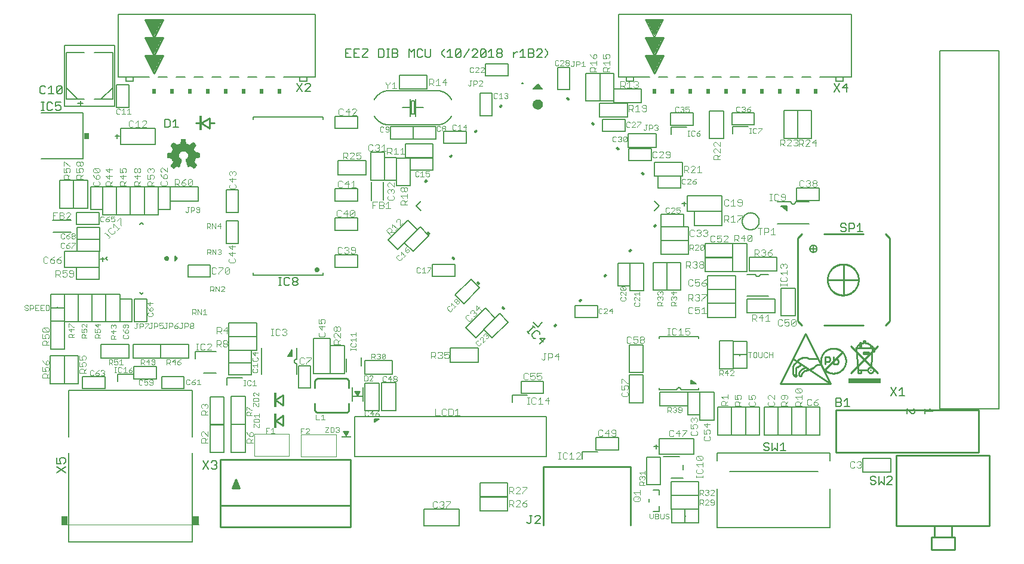
<source format=gto>
G75*
%MOIN*%
%OFA0B0*%
%FSLAX25Y25*%
%IPPOS*%
%LPD*%
%AMOC8*
5,1,8,0,0,1.08239X$1,22.5*
%
%ADD10R,0.01485X0.00015*%
%ADD11R,0.00045X0.00015*%
%ADD12R,0.00105X0.00015*%
%ADD13R,0.00165X0.00015*%
%ADD14R,0.00225X0.00015*%
%ADD15R,0.00285X0.00015*%
%ADD16R,0.00345X0.00015*%
%ADD17R,0.00405X0.00015*%
%ADD18R,0.00435X0.00015*%
%ADD19R,0.00465X0.00015*%
%ADD20R,0.00495X0.00015*%
%ADD21R,0.00540X0.00015*%
%ADD22R,0.00585X0.00015*%
%ADD23R,0.00645X0.00015*%
%ADD24R,0.00150X0.00015*%
%ADD25R,0.00675X0.00015*%
%ADD26R,0.00195X0.00015*%
%ADD27R,0.00705X0.00015*%
%ADD28R,0.00240X0.00015*%
%ADD29R,0.00735X0.00015*%
%ADD30R,0.00270X0.00015*%
%ADD31R,0.00765X0.00015*%
%ADD32R,0.00300X0.00015*%
%ADD33R,0.00810X0.00015*%
%ADD34R,0.00360X0.00015*%
%ADD35R,0.00855X0.00015*%
%ADD36R,0.00435X0.00015*%
%ADD37R,0.00915X0.00015*%
%ADD38R,0.00465X0.00015*%
%ADD39R,0.00945X0.00015*%
%ADD40R,0.00960X0.00015*%
%ADD41R,0.00525X0.00015*%
%ADD42R,0.00990X0.00015*%
%ADD43R,0.00555X0.00015*%
%ADD44R,0.01035X0.00015*%
%ADD45R,0.00600X0.00015*%
%ADD46R,0.01080X0.00015*%
%ADD47R,0.01125X0.00015*%
%ADD48R,0.01170X0.00015*%
%ADD49R,0.00720X0.00015*%
%ADD50R,0.01200X0.00015*%
%ADD51R,0.00750X0.00015*%
%ADD52R,0.01230X0.00015*%
%ADD53R,0.00780X0.00015*%
%ADD54R,0.01260X0.00015*%
%ADD55R,0.00810X0.00015*%
%ADD56R,0.01305X0.00015*%
%ADD57R,0.01365X0.00015*%
%ADD58R,0.00900X0.00015*%
%ADD59R,0.01395X0.00015*%
%ADD60R,0.01440X0.00015*%
%ADD61R,0.01470X0.00015*%
%ADD62R,0.01005X0.00015*%
%ADD63R,0.01500X0.00015*%
%ADD64R,0.01020X0.00015*%
%ADD65R,0.01530X0.00015*%
%ADD66R,0.01065X0.00015*%
%ADD67R,0.01575X0.00015*%
%ADD68R,0.01095X0.00015*%
%ADD69R,0.01635X0.00015*%
%ADD70R,0.01155X0.00015*%
%ADD71R,0.01680X0.00015*%
%ADD72R,0.01200X0.00015*%
%ADD73R,0.01710X0.00015*%
%ADD74R,0.01230X0.00015*%
%ADD75R,0.01725X0.00015*%
%ADD76R,0.01245X0.00015*%
%ADD77R,0.01755X0.00015*%
%ADD78R,0.01275X0.00015*%
%ADD79R,0.01800X0.00015*%
%ADD80R,0.01320X0.00015*%
%ADD81R,0.01860X0.00015*%
%ADD82R,0.01905X0.00015*%
%ADD83R,0.01410X0.00015*%
%ADD84R,0.01935X0.00015*%
%ADD85R,0.01455X0.00015*%
%ADD86R,0.01965X0.00015*%
%ADD87R,0.01485X0.00015*%
%ADD88R,0.01995X0.00015*%
%ADD89R,0.01515X0.00015*%
%ADD90R,0.02040X0.00015*%
%ADD91R,0.01530X0.00015*%
%ADD92R,0.02070X0.00015*%
%ADD93R,0.01575X0.00015*%
%ADD94R,0.02115X0.00015*%
%ADD95R,0.01620X0.00015*%
%ADD96R,0.02160X0.00015*%
%ADD97R,0.01665X0.00015*%
%ADD98R,0.02190X0.00015*%
%ADD99R,0.00075X0.00015*%
%ADD100R,0.01695X0.00015*%
%ADD101R,0.02220X0.00015*%
%ADD102R,0.00105X0.00015*%
%ADD103R,0.02235X0.00015*%
%ADD104R,0.00135X0.00015*%
%ADD105R,0.01755X0.00015*%
%ADD106R,0.02280X0.00015*%
%ADD107R,0.00180X0.00015*%
%ADD108R,0.01785X0.00015*%
%ADD109R,0.02340X0.00015*%
%ADD110R,0.00240X0.00015*%
%ADD111R,0.01830X0.00015*%
%ADD112R,0.02385X0.00015*%
%ADD113R,0.01890X0.00015*%
%ADD114R,0.02415X0.00015*%
%ADD115R,0.00330X0.00015*%
%ADD116R,0.00120X0.00015*%
%ADD117R,0.01920X0.00015*%
%ADD118R,0.02430X0.00015*%
%ADD119R,0.00375X0.00015*%
%ADD120R,0.02460X0.00015*%
%ADD121R,0.00405X0.00015*%
%ADD122R,0.00195X0.00015*%
%ADD123R,0.01965X0.00015*%
%ADD124R,0.02505X0.00015*%
%ADD125R,0.00210X0.00015*%
%ADD126R,0.02010X0.00015*%
%ADD127R,0.02535X0.00015*%
%ADD128R,0.00480X0.00015*%
%ADD129R,0.02580X0.00015*%
%ADD130R,0.00540X0.00015*%
%ADD131R,0.02085X0.00015*%
%ADD132R,0.02625X0.00015*%
%ADD133R,0.02130X0.00015*%
%ADD134R,0.02670X0.00015*%
%ADD135R,0.00630X0.00015*%
%ADD136R,0.02700X0.00015*%
%ADD137R,0.00660X0.00015*%
%ADD138R,0.00450X0.00015*%
%ADD139R,0.02190X0.00015*%
%ADD140R,0.02715X0.00015*%
%ADD141R,0.02205X0.00015*%
%ADD142R,0.02745X0.00015*%
%ADD143R,0.00510X0.00015*%
%ADD144R,0.02235X0.00015*%
%ADD145R,0.02775X0.00015*%
%ADD146R,0.02820X0.00015*%
%ADD147R,0.02310X0.00015*%
%ADD148R,0.02880X0.00015*%
%ADD149R,0.00855X0.00015*%
%ADD150R,0.02355X0.00015*%
%ADD151R,0.02895X0.00015*%
%ADD152R,0.00870X0.00015*%
%ADD153R,0.00660X0.00015*%
%ADD154R,0.02925X0.00015*%
%ADD155R,0.00690X0.00015*%
%ADD156R,0.02970X0.00015*%
%ADD157R,0.03000X0.00015*%
%ADD158R,0.00750X0.00015*%
%ADD159R,0.03045X0.00015*%
%ADD160R,0.01005X0.00015*%
%ADD161R,0.00780X0.00015*%
%ADD162R,0.02505X0.00015*%
%ADD163R,0.03090X0.00015*%
%ADD164R,0.01050X0.00015*%
%ADD165R,0.00825X0.00015*%
%ADD166R,0.02550X0.00015*%
%ADD167R,0.03135X0.00015*%
%ADD168R,0.01095X0.00015*%
%ADD169R,0.00870X0.00015*%
%ADD170R,0.03165X0.00015*%
%ADD171R,0.01125X0.00015*%
%ADD172R,0.02625X0.00015*%
%ADD173R,0.03195X0.00015*%
%ADD174R,0.01140X0.00015*%
%ADD175R,0.00930X0.00015*%
%ADD176R,0.02655X0.00015*%
%ADD177R,0.03210X0.00015*%
%ADD178R,0.00960X0.00015*%
%ADD179R,0.03240X0.00015*%
%ADD180R,0.02700X0.00015*%
%ADD181R,0.03285X0.00015*%
%ADD182R,0.01245X0.00015*%
%ADD183R,0.02745X0.00015*%
%ADD184R,0.03330X0.00015*%
%ADD185R,0.02790X0.00015*%
%ADD186R,0.03360X0.00015*%
%ADD187R,0.01110X0.00015*%
%ADD188R,0.02835X0.00015*%
%ADD189R,0.03390X0.00015*%
%ADD190R,0.01335X0.00015*%
%ADD191R,0.01140X0.00015*%
%ADD192R,0.02865X0.00015*%
%ADD193R,0.03420X0.00015*%
%ADD194R,0.01155X0.00015*%
%ADD195R,0.04905X0.00015*%
%ADD196R,0.04920X0.00015*%
%ADD197R,0.02940X0.00015*%
%ADD198R,0.04950X0.00015*%
%ADD199R,0.02985X0.00015*%
%ADD200R,0.04965X0.00015*%
%ADD201R,0.01275X0.00015*%
%ADD202R,0.03015X0.00015*%
%ADD203R,0.04980X0.00015*%
%ADD204R,0.03045X0.00015*%
%ADD205R,0.05010X0.00015*%
%ADD206R,0.01335X0.00015*%
%ADD207R,0.03075X0.00015*%
%ADD208R,0.01350X0.00015*%
%ADD209R,0.03105X0.00015*%
%ADD210R,0.05040X0.00015*%
%ADD211R,0.01380X0.00015*%
%ADD212R,0.05040X0.00015*%
%ADD213R,0.01410X0.00015*%
%ADD214R,0.03180X0.00015*%
%ADD215R,0.05070X0.00015*%
%ADD216R,0.03225X0.00015*%
%ADD217R,0.03255X0.00015*%
%ADD218R,0.05085X0.00015*%
%ADD219R,0.01515X0.00015*%
%ADD220R,0.03300X0.00015*%
%ADD221R,0.05100X0.00015*%
%ADD222R,0.04935X0.00015*%
%ADD223R,0.05115X0.00015*%
%ADD224R,0.04995X0.00015*%
%ADD225R,0.05130X0.00015*%
%ADD226R,0.05010X0.00015*%
%ADD227R,0.05130X0.00015*%
%ADD228R,0.05010X0.00015*%
%ADD229R,0.05025X0.00015*%
%ADD230R,0.05040X0.00015*%
%ADD231R,0.05055X0.00015*%
%ADD232R,0.05130X0.00015*%
%ADD233R,0.05085X0.00015*%
%ADD234R,0.05115X0.00015*%
%ADD235R,0.05145X0.00015*%
%ADD236R,0.05160X0.00015*%
%ADD237R,0.05130X0.00015*%
%ADD238R,0.05190X0.00015*%
%ADD239R,0.05190X0.00015*%
%ADD240R,0.05205X0.00015*%
%ADD241R,0.05220X0.00015*%
%ADD242R,0.05070X0.00015*%
%ADD243R,0.05085X0.00015*%
%ADD244R,0.05205X0.00015*%
%ADD245R,0.05220X0.00015*%
%ADD246R,0.05055X0.00015*%
%ADD247R,0.05025X0.00015*%
%ADD248R,0.05205X0.00015*%
%ADD249R,0.05025X0.00015*%
%ADD250R,0.05190X0.00015*%
%ADD251R,0.05190X0.00015*%
%ADD252R,0.04995X0.00015*%
%ADD253R,0.05175X0.00015*%
%ADD254R,0.04950X0.00015*%
%ADD255R,0.05145X0.00015*%
%ADD256R,0.05145X0.00015*%
%ADD257R,0.04920X0.00015*%
%ADD258R,0.04905X0.00015*%
%ADD259R,0.04905X0.00015*%
%ADD260R,0.05115X0.00015*%
%ADD261R,0.04890X0.00015*%
%ADD262R,0.04890X0.00015*%
%ADD263R,0.04875X0.00015*%
%ADD264R,0.04845X0.00015*%
%ADD265R,0.04830X0.00015*%
%ADD266R,0.04830X0.00015*%
%ADD267R,0.05070X0.00015*%
%ADD268R,0.04830X0.00015*%
%ADD269R,0.04815X0.00015*%
%ADD270R,0.04800X0.00015*%
%ADD271R,0.04800X0.00015*%
%ADD272R,0.05010X0.00015*%
%ADD273R,0.04785X0.00015*%
%ADD274R,0.04770X0.00015*%
%ADD275R,0.04770X0.00015*%
%ADD276R,0.04755X0.00015*%
%ADD277R,0.04740X0.00015*%
%ADD278R,0.04725X0.00015*%
%ADD279R,0.04725X0.00015*%
%ADD280R,0.04980X0.00015*%
%ADD281R,0.04710X0.00015*%
%ADD282R,0.04725X0.00015*%
%ADD283R,0.04710X0.00015*%
%ADD284R,0.04695X0.00015*%
%ADD285R,0.04680X0.00015*%
%ADD286R,0.04695X0.00015*%
%ADD287R,0.04680X0.00015*%
%ADD288R,0.04905X0.00015*%
%ADD289R,0.04665X0.00015*%
%ADD290R,0.04650X0.00015*%
%ADD291R,0.04635X0.00015*%
%ADD292R,0.04620X0.00015*%
%ADD293R,0.04620X0.00015*%
%ADD294R,0.04890X0.00015*%
%ADD295R,0.04605X0.00015*%
%ADD296R,0.04605X0.00015*%
%ADD297R,0.04590X0.00015*%
%ADD298R,0.04845X0.00015*%
%ADD299R,0.04575X0.00015*%
%ADD300R,0.04590X0.00015*%
%ADD301R,0.04575X0.00015*%
%ADD302R,0.04845X0.00015*%
%ADD303R,0.04560X0.00015*%
%ADD304R,0.04545X0.00015*%
%ADD305R,0.04530X0.00015*%
%ADD306R,0.04515X0.00015*%
%ADD307R,0.04530X0.00015*%
%ADD308R,0.04500X0.00015*%
%ADD309R,0.04515X0.00015*%
%ADD310R,0.04785X0.00015*%
%ADD311R,0.04485X0.00015*%
%ADD312R,0.04755X0.00015*%
%ADD313R,0.04470X0.00015*%
%ADD314R,0.04740X0.00015*%
%ADD315R,0.04485X0.00015*%
%ADD316R,0.04755X0.00015*%
%ADD317R,0.04545X0.00015*%
%ADD318R,0.04695X0.00015*%
%ADD319R,0.04680X0.00015*%
%ADD320R,0.04665X0.00015*%
%ADD321R,0.04725X0.00015*%
%ADD322R,0.04680X0.00015*%
%ADD323R,0.04860X0.00015*%
%ADD324R,0.04740X0.00015*%
%ADD325R,0.04875X0.00015*%
%ADD326R,0.04965X0.00015*%
%ADD327R,0.04860X0.00015*%
%ADD328R,0.04995X0.00015*%
%ADD329R,0.04875X0.00015*%
%ADD330R,0.04980X0.00015*%
%ADD331R,0.05235X0.00015*%
%ADD332R,0.05235X0.00015*%
%ADD333R,0.05250X0.00015*%
%ADD334R,0.05280X0.00015*%
%ADD335R,0.05295X0.00015*%
%ADD336R,0.05325X0.00015*%
%ADD337R,0.05340X0.00015*%
%ADD338R,0.05235X0.00015*%
%ADD339R,0.05355X0.00015*%
%ADD340R,0.05370X0.00015*%
%ADD341R,0.05265X0.00015*%
%ADD342R,0.05370X0.00015*%
%ADD343R,0.05280X0.00015*%
%ADD344R,0.05385X0.00015*%
%ADD345R,0.05295X0.00015*%
%ADD346R,0.05400X0.00015*%
%ADD347R,0.05415X0.00015*%
%ADD348R,0.05310X0.00015*%
%ADD349R,0.05430X0.00015*%
%ADD350R,0.05445X0.00015*%
%ADD351R,0.05460X0.00015*%
%ADD352R,0.05355X0.00015*%
%ADD353R,0.05475X0.00015*%
%ADD354R,0.05505X0.00015*%
%ADD355R,0.05520X0.00015*%
%ADD356R,0.05535X0.00015*%
%ADD357R,0.05550X0.00015*%
%ADD358R,0.05550X0.00015*%
%ADD359R,0.05475X0.00015*%
%ADD360R,0.05490X0.00015*%
%ADD361R,0.05475X0.00015*%
%ADD362R,0.05385X0.00015*%
%ADD363R,0.05370X0.00015*%
%ADD364R,0.05325X0.00015*%
%ADD365R,0.05310X0.00015*%
%ADD366R,0.05265X0.00015*%
%ADD367R,0.05175X0.00015*%
%ADD368R,0.04980X0.00015*%
%ADD369R,0.04965X0.00015*%
%ADD370R,0.04860X0.00015*%
%ADD371R,0.04845X0.00015*%
%ADD372R,0.04815X0.00015*%
%ADD373R,0.04770X0.00015*%
%ADD374R,0.05295X0.00015*%
%ADD375R,0.04635X0.00015*%
%ADD376R,0.05610X0.00015*%
%ADD377R,0.05700X0.00015*%
%ADD378R,0.05760X0.00015*%
%ADD379R,0.05805X0.00015*%
%ADD380R,0.05850X0.00015*%
%ADD381R,0.05895X0.00015*%
%ADD382R,0.06000X0.00015*%
%ADD383R,0.06135X0.00015*%
%ADD384R,0.06225X0.00015*%
%ADD385R,0.06300X0.00015*%
%ADD386R,0.06330X0.00015*%
%ADD387R,0.06375X0.00015*%
%ADD388R,0.06450X0.00015*%
%ADD389R,0.06570X0.00015*%
%ADD390R,0.05565X0.00015*%
%ADD391R,0.06690X0.00015*%
%ADD392R,0.06735X0.00015*%
%ADD393R,0.05790X0.00015*%
%ADD394R,0.06765X0.00015*%
%ADD395R,0.05850X0.00015*%
%ADD396R,0.06780X0.00015*%
%ADD397R,0.05895X0.00015*%
%ADD398R,0.06795X0.00015*%
%ADD399R,0.05955X0.00015*%
%ADD400R,0.06810X0.00015*%
%ADD401R,0.06060X0.00015*%
%ADD402R,0.06195X0.00015*%
%ADD403R,0.06825X0.00015*%
%ADD404R,0.06330X0.00015*%
%ADD405R,0.06840X0.00015*%
%ADD406R,0.06390X0.00015*%
%ADD407R,0.06495X0.00015*%
%ADD408R,0.06840X0.00015*%
%ADD409R,0.06555X0.00015*%
%ADD410R,0.06825X0.00015*%
%ADD411R,0.06645X0.00015*%
%ADD412R,0.06825X0.00015*%
%ADD413R,0.06705X0.00015*%
%ADD414R,0.06705X0.00015*%
%ADD415R,0.06810X0.00015*%
%ADD416R,0.06720X0.00015*%
%ADD417R,0.06795X0.00015*%
%ADD418R,0.06750X0.00015*%
%ADD419R,0.06765X0.00015*%
%ADD420R,0.06795X0.00015*%
%ADD421R,0.06780X0.00015*%
%ADD422R,0.06780X0.00015*%
%ADD423R,0.06750X0.00015*%
%ADD424R,0.06720X0.00015*%
%ADD425R,0.06720X0.00015*%
%ADD426R,0.06705X0.00015*%
%ADD427R,0.06705X0.00015*%
%ADD428R,0.06690X0.00015*%
%ADD429R,0.06675X0.00015*%
%ADD430R,0.06690X0.00015*%
%ADD431R,0.06675X0.00015*%
%ADD432R,0.06675X0.00015*%
%ADD433R,0.06660X0.00015*%
%ADD434R,0.06675X0.00015*%
%ADD435R,0.06660X0.00015*%
%ADD436R,0.06660X0.00015*%
%ADD437R,0.06645X0.00015*%
%ADD438R,0.06630X0.00015*%
%ADD439R,0.06660X0.00015*%
%ADD440R,0.06630X0.00015*%
%ADD441R,0.06645X0.00015*%
%ADD442R,0.06735X0.00015*%
%ADD443R,0.06765X0.00015*%
%ADD444R,0.06780X0.00015*%
%ADD445R,0.06825X0.00015*%
%ADD446R,0.06855X0.00015*%
%ADD447R,0.06855X0.00015*%
%ADD448R,0.06870X0.00015*%
%ADD449R,0.06885X0.00015*%
%ADD450R,0.06525X0.00015*%
%ADD451R,0.06405X0.00015*%
%ADD452R,0.06255X0.00015*%
%ADD453R,0.06165X0.00015*%
%ADD454R,0.06870X0.00015*%
%ADD455R,0.06120X0.00015*%
%ADD456R,0.06885X0.00015*%
%ADD457R,0.06060X0.00015*%
%ADD458R,0.06015X0.00015*%
%ADD459R,0.05910X0.00015*%
%ADD460R,0.05670X0.00015*%
%ADD461R,0.05595X0.00015*%
%ADD462R,0.06585X0.00015*%
%ADD463R,0.05160X0.00015*%
%ADD464R,0.06390X0.00015*%
%ADD465R,0.05025X0.00015*%
%ADD466R,0.06330X0.00015*%
%ADD467R,0.06075X0.00015*%
%ADD468R,0.05820X0.00015*%
%ADD469R,0.05775X0.00015*%
%ADD470R,0.05685X0.00015*%
%ADD471R,0.05460X0.00015*%
%ADD472R,0.04860X0.00015*%
%ADD473R,0.04935X0.00015*%
%ADD474R,0.05160X0.00015*%
%ADD475R,0.05325X0.00015*%
%ADD476R,0.05340X0.00015*%
%ADD477R,0.05355X0.00015*%
%ADD478R,0.05430X0.00015*%
%ADD479R,0.05535X0.00015*%
%ADD480R,0.05595X0.00015*%
%ADD481R,0.05640X0.00015*%
%ADD482R,0.05640X0.00015*%
%ADD483R,0.05670X0.00015*%
%ADD484R,0.05685X0.00015*%
%ADD485R,0.05700X0.00015*%
%ADD486R,0.05715X0.00015*%
%ADD487R,0.05715X0.00015*%
%ADD488R,0.05730X0.00015*%
%ADD489R,0.05745X0.00015*%
%ADD490R,0.05760X0.00015*%
%ADD491R,0.06000X0.00015*%
%ADD492R,0.06105X0.00015*%
%ADD493R,0.06180X0.00015*%
%ADD494R,0.06210X0.00015*%
%ADD495R,0.12690X0.00015*%
%ADD496R,0.12675X0.00015*%
%ADD497R,0.12660X0.00015*%
%ADD498R,0.12660X0.00015*%
%ADD499R,0.12645X0.00015*%
%ADD500R,0.12615X0.00015*%
%ADD501R,0.12600X0.00015*%
%ADD502R,0.12585X0.00015*%
%ADD503R,0.12555X0.00015*%
%ADD504R,0.12540X0.00015*%
%ADD505R,0.12525X0.00015*%
%ADD506R,0.12510X0.00015*%
%ADD507R,0.12510X0.00015*%
%ADD508R,0.12480X0.00015*%
%ADD509R,0.12450X0.00015*%
%ADD510R,0.12435X0.00015*%
%ADD511R,0.12420X0.00015*%
%ADD512R,0.12390X0.00015*%
%ADD513R,0.12375X0.00015*%
%ADD514R,0.12360X0.00015*%
%ADD515R,0.12330X0.00015*%
%ADD516R,0.12300X0.00015*%
%ADD517R,0.12285X0.00015*%
%ADD518R,0.12270X0.00015*%
%ADD519R,0.12255X0.00015*%
%ADD520R,0.12240X0.00015*%
%ADD521R,0.12225X0.00015*%
%ADD522R,0.12195X0.00015*%
%ADD523R,0.12165X0.00015*%
%ADD524R,0.12150X0.00015*%
%ADD525R,0.12135X0.00015*%
%ADD526R,0.12120X0.00015*%
%ADD527R,0.12090X0.00015*%
%ADD528R,0.12075X0.00015*%
%ADD529R,0.12060X0.00015*%
%ADD530R,0.12045X0.00015*%
%ADD531R,0.12015X0.00015*%
%ADD532R,0.12000X0.00015*%
%ADD533R,0.11985X0.00015*%
%ADD534R,0.11955X0.00015*%
%ADD535R,0.11940X0.00015*%
%ADD536R,0.11925X0.00015*%
%ADD537R,0.11910X0.00015*%
%ADD538R,0.11910X0.00015*%
%ADD539R,0.11880X0.00015*%
%ADD540R,0.11850X0.00015*%
%ADD541R,0.11835X0.00015*%
%ADD542R,0.11805X0.00015*%
%ADD543R,0.11775X0.00015*%
%ADD544R,0.11760X0.00015*%
%ADD545R,0.11745X0.00015*%
%ADD546R,0.11730X0.00015*%
%ADD547R,0.11700X0.00015*%
%ADD548R,0.11700X0.00015*%
%ADD549R,0.11685X0.00015*%
%ADD550R,0.11655X0.00015*%
%ADD551R,0.11640X0.00015*%
%ADD552R,0.11625X0.00015*%
%ADD553R,0.11625X0.00015*%
%ADD554R,0.11670X0.00015*%
%ADD555R,0.11715X0.00015*%
%ADD556R,0.11790X0.00015*%
%ADD557R,0.11820X0.00015*%
%ADD558R,0.11820X0.00015*%
%ADD559R,0.11880X0.00015*%
%ADD560R,0.11895X0.00015*%
%ADD561R,0.11970X0.00015*%
%ADD562R,0.12045X0.00015*%
%ADD563R,0.12075X0.00015*%
%ADD564R,0.12105X0.00015*%
%ADD565R,0.12135X0.00015*%
%ADD566R,0.12165X0.00015*%
%ADD567R,0.12180X0.00015*%
%ADD568R,0.12195X0.00015*%
%ADD569R,0.12210X0.00015*%
%ADD570R,0.12225X0.00015*%
%ADD571R,0.12255X0.00015*%
%ADD572R,0.12360X0.00015*%
%ADD573R,0.12390X0.00015*%
%ADD574R,0.12405X0.00015*%
%ADD575R,0.12435X0.00015*%
%ADD576R,0.12480X0.00015*%
%ADD577R,0.12480X0.00015*%
%ADD578R,0.12510X0.00015*%
%ADD579R,0.12570X0.00015*%
%ADD580R,0.12630X0.00015*%
%ADD581R,0.12675X0.00015*%
%ADD582R,0.12705X0.00015*%
%ADD583R,0.12735X0.00015*%
%ADD584R,0.12750X0.00015*%
%ADD585R,0.12780X0.00015*%
%ADD586R,0.12795X0.00015*%
%ADD587R,0.12810X0.00015*%
%ADD588R,0.12840X0.00015*%
%ADD589R,0.12855X0.00015*%
%ADD590R,0.12885X0.00015*%
%ADD591R,0.12900X0.00015*%
%ADD592R,0.12915X0.00015*%
%ADD593R,0.12945X0.00015*%
%ADD594R,0.12960X0.00015*%
%ADD595R,0.12990X0.00015*%
%ADD596R,0.13005X0.00015*%
%ADD597R,0.13020X0.00015*%
%ADD598R,0.13035X0.00015*%
%ADD599R,0.13065X0.00015*%
%ADD600R,0.13080X0.00015*%
%ADD601R,0.13110X0.00015*%
%ADD602R,0.13125X0.00015*%
%ADD603R,0.13155X0.00015*%
%ADD604R,0.13170X0.00015*%
%ADD605R,0.13200X0.00015*%
%ADD606R,0.13230X0.00015*%
%ADD607R,0.13260X0.00015*%
%ADD608R,0.13290X0.00015*%
%ADD609R,0.13320X0.00015*%
%ADD610R,0.13350X0.00015*%
%ADD611R,0.13365X0.00015*%
%ADD612R,0.13395X0.00015*%
%ADD613R,0.13425X0.00015*%
%ADD614R,0.13455X0.00015*%
%ADD615R,0.13470X0.00015*%
%ADD616R,0.13500X0.00015*%
%ADD617R,0.13530X0.00015*%
%ADD618R,0.13560X0.00015*%
%ADD619R,0.13575X0.00015*%
%ADD620R,0.13605X0.00015*%
%ADD621R,0.13635X0.00015*%
%ADD622R,0.13650X0.00015*%
%ADD623R,0.13680X0.00015*%
%ADD624R,0.13695X0.00015*%
%ADD625R,0.13725X0.00015*%
%ADD626R,0.13740X0.00015*%
%ADD627R,0.13770X0.00015*%
%ADD628R,0.13785X0.00015*%
%ADD629R,0.13800X0.00015*%
%ADD630R,0.13830X0.00015*%
%ADD631R,0.13860X0.00015*%
%ADD632R,0.13875X0.00015*%
%ADD633R,0.13905X0.00015*%
%ADD634R,0.13935X0.00015*%
%ADD635R,0.13950X0.00015*%
%ADD636R,0.13980X0.00015*%
%ADD637R,0.14010X0.00015*%
%ADD638R,0.14025X0.00015*%
%ADD639R,0.14055X0.00015*%
%ADD640R,0.14070X0.00015*%
%ADD641R,0.14085X0.00015*%
%ADD642R,0.14115X0.00015*%
%ADD643R,0.14145X0.00015*%
%ADD644R,0.14160X0.00015*%
%ADD645R,0.14190X0.00015*%
%ADD646R,0.14205X0.00015*%
%ADD647R,0.14220X0.00015*%
%ADD648R,0.14235X0.00015*%
%ADD649R,0.14265X0.00015*%
%ADD650R,0.14280X0.00015*%
%ADD651R,0.14295X0.00015*%
%ADD652R,0.14295X0.00015*%
%ADD653R,0.14250X0.00015*%
%ADD654R,0.14205X0.00015*%
%ADD655R,0.14175X0.00015*%
%ADD656R,0.14160X0.00015*%
%ADD657R,0.14130X0.00015*%
%ADD658R,0.14100X0.00015*%
%ADD659R,0.14040X0.00015*%
%ADD660R,0.14010X0.00015*%
%ADD661R,0.03465X0.00015*%
%ADD662R,0.10440X0.00015*%
%ADD663R,0.03420X0.00015*%
%ADD664R,0.10395X0.00015*%
%ADD665R,0.03375X0.00015*%
%ADD666R,0.10335X0.00015*%
%ADD667R,0.03570X0.00015*%
%ADD668R,0.06600X0.00015*%
%ADD669R,0.03525X0.00015*%
%ADD670R,0.03270X0.00015*%
%ADD671R,0.03495X0.00015*%
%ADD672R,0.03210X0.00015*%
%ADD673R,0.06480X0.00015*%
%ADD674R,0.03435X0.00015*%
%ADD675R,0.03165X0.00015*%
%ADD676R,0.03390X0.00015*%
%ADD677R,0.03120X0.00015*%
%ADD678R,0.06315X0.00015*%
%ADD679R,0.03345X0.00015*%
%ADD680R,0.03090X0.00015*%
%ADD681R,0.03075X0.00015*%
%ADD682R,0.06225X0.00015*%
%ADD683R,0.03270X0.00015*%
%ADD684R,0.06180X0.00015*%
%ADD685R,0.02970X0.00015*%
%ADD686R,0.06075X0.00015*%
%ADD687R,0.03195X0.00015*%
%ADD688R,0.02925X0.00015*%
%ADD689R,0.05985X0.00015*%
%ADD690R,0.03135X0.00015*%
%ADD691R,0.02850X0.00015*%
%ADD692R,0.05835X0.00015*%
%ADD693R,0.03030X0.00015*%
%ADD694R,0.02805X0.00015*%
%ADD695R,0.02730X0.00015*%
%ADD696R,0.05625X0.00015*%
%ADD697R,0.02925X0.00015*%
%ADD698R,0.02640X0.00015*%
%ADD699R,0.02595X0.00015*%
%ADD700R,0.02565X0.00015*%
%ADD701R,0.02760X0.00015*%
%ADD702R,0.02520X0.00015*%
%ADD703R,0.02730X0.00015*%
%ADD704R,0.02475X0.00015*%
%ADD705R,0.02685X0.00015*%
%ADD706R,0.02445X0.00015*%
%ADD707R,0.02400X0.00015*%
%ADD708R,0.02370X0.00015*%
%ADD709R,0.02565X0.00015*%
%ADD710R,0.02340X0.00015*%
%ADD711R,0.02325X0.00015*%
%ADD712R,0.02505X0.00015*%
%ADD713R,0.02280X0.00015*%
%ADD714R,0.02460X0.00015*%
%ADD715R,0.04560X0.00015*%
%ADD716R,0.02190X0.00015*%
%ADD717R,0.04440X0.00015*%
%ADD718R,0.02370X0.00015*%
%ADD719R,0.02145X0.00015*%
%ADD720R,0.04365X0.00015*%
%ADD721R,0.04320X0.00015*%
%ADD722R,0.02310X0.00015*%
%ADD723R,0.02100X0.00015*%
%ADD724R,0.04260X0.00015*%
%ADD725R,0.04200X0.00015*%
%ADD726R,0.02265X0.00015*%
%ADD727R,0.02040X0.00015*%
%ADD728R,0.04095X0.00015*%
%ADD729R,0.02220X0.00015*%
%ADD730R,0.03915X0.00015*%
%ADD731R,0.02175X0.00015*%
%ADD732R,0.03765X0.00015*%
%ADD733R,0.03675X0.00015*%
%ADD734R,0.01890X0.00015*%
%ADD735R,0.03615X0.00015*%
%ADD736R,0.02055X0.00015*%
%ADD737R,0.01860X0.00015*%
%ADD738R,0.03555X0.00015*%
%ADD739R,0.01815X0.00015*%
%ADD740R,0.03450X0.00015*%
%ADD741R,0.01725X0.00015*%
%ADD742R,0.03315X0.00015*%
%ADD743R,0.01905X0.00015*%
%ADD744R,0.01680X0.00015*%
%ADD745R,0.01650X0.00015*%
%ADD746R,0.01620X0.00015*%
%ADD747R,0.01590X0.00015*%
%ADD748R,0.01770X0.00015*%
%ADD749R,0.01560X0.00015*%
%ADD750R,0.03240X0.00015*%
%ADD751R,0.01740X0.00015*%
%ADD752R,0.01665X0.00015*%
%ADD753R,0.01455X0.00015*%
%ADD754R,0.01635X0.00015*%
%ADD755R,0.01410X0.00015*%
%ADD756R,0.01395X0.00015*%
%ADD757R,0.01365X0.00015*%
%ADD758R,0.01335X0.00015*%
%ADD759R,0.01290X0.00015*%
%ADD760R,0.03210X0.00015*%
%ADD761R,0.01455X0.00015*%
%ADD762R,0.01185X0.00015*%
%ADD763R,0.01290X0.00015*%
%ADD764R,0.01110X0.00015*%
%ADD765R,0.01260X0.00015*%
%ADD766R,0.03180X0.00015*%
%ADD767R,0.00975X0.00015*%
%ADD768R,0.03150X0.00015*%
%ADD769R,0.00885X0.00015*%
%ADD770R,0.03150X0.00015*%
%ADD771R,0.01050X0.00015*%
%ADD772R,0.00795X0.00015*%
%ADD773R,0.00885X0.00015*%
%ADD774R,0.00690X0.00015*%
%ADD775R,0.00840X0.00015*%
%ADD776R,0.00570X0.00015*%
%ADD777R,0.00525X0.00015*%
%ADD778R,0.03105X0.00015*%
%ADD779R,0.00660X0.00015*%
%ADD780R,0.00615X0.00015*%
%ADD781R,0.00420X0.00015*%
%ADD782R,0.00555X0.00015*%
%ADD783R,0.00390X0.00015*%
%ADD784R,0.00525X0.00015*%
%ADD785R,0.00360X0.00015*%
%ADD786R,0.00495X0.00015*%
%ADD787R,0.03075X0.00015*%
%ADD788R,0.00450X0.00015*%
%ADD789R,0.00225X0.00015*%
%ADD790R,0.00345X0.00015*%
%ADD791R,0.00255X0.00015*%
%ADD792R,0.03060X0.00015*%
%ADD793R,0.00180X0.00015*%
%ADD794R,0.00075X0.00015*%
%ADD795R,0.03000X0.00015*%
%ADD796R,0.02955X0.00015*%
%ADD797R,0.02940X0.00015*%
%ADD798R,0.02940X0.00015*%
%ADD799R,0.02910X0.00015*%
%ADD800R,0.02910X0.00015*%
%ADD801R,0.02865X0.00015*%
%ADD802R,0.02805X0.00015*%
%ADD803R,0.02775X0.00015*%
%ADD804R,0.02760X0.00015*%
%ADD805R,0.02655X0.00015*%
%ADD806R,0.02640X0.00015*%
%ADD807R,0.02610X0.00015*%
%ADD808R,0.02595X0.00015*%
%ADD809R,0.02535X0.00015*%
%ADD810R,0.02475X0.00015*%
%ADD811R,0.02175X0.00015*%
%ADD812R,0.01575X0.00015*%
%ADD813C,0.00500*%
%ADD814C,0.01000*%
%ADD815R,0.18000X0.03000*%
%ADD816C,0.00600*%
%ADD817C,0.00400*%
%ADD818C,0.00100*%
%ADD819C,0.00300*%
%ADD820R,0.01181X0.08268*%
%ADD821C,0.00800*%
%ADD822R,0.03000X0.03400*%
%ADD823R,0.09000X0.02000*%
%ADD824R,0.07000X0.02000*%
%ADD825R,0.05000X0.02000*%
%ADD826R,0.03000X0.02000*%
%ADD827R,0.01000X0.01000*%
%ADD828R,0.02000X0.03000*%
%ADD829R,0.00787X0.00787*%
%ADD830C,0.00039*%
%ADD831R,0.03642X0.04500*%
%ADD832R,0.05512X0.00787*%
%ADD833C,0.00200*%
D10*
X0119389Y0355248D03*
D11*
X0116499Y0349538D03*
X0124704Y0350408D03*
X0127884Y0349703D03*
D12*
X0116499Y0349553D03*
D13*
X0116499Y0349568D03*
D14*
X0116499Y0349583D03*
D15*
X0116499Y0349598D03*
X0116589Y0363983D03*
D16*
X0116499Y0349613D03*
X0124749Y0350498D03*
D17*
X0124764Y0350513D03*
X0116499Y0349628D03*
D18*
X0116499Y0349643D03*
D19*
X0116499Y0349658D03*
D20*
X0116499Y0349673D03*
X0127884Y0349838D03*
D21*
X0116506Y0349688D03*
D22*
X0116514Y0349703D03*
X0119529Y0350513D03*
X0124839Y0350603D03*
D23*
X0124854Y0350618D03*
X0127869Y0349898D03*
X0116514Y0349718D03*
D24*
X0124696Y0350438D03*
X0127891Y0349718D03*
D25*
X0127869Y0349913D03*
X0119499Y0350558D03*
X0116514Y0349733D03*
D26*
X0127884Y0349733D03*
D27*
X0124884Y0350663D03*
X0119484Y0350573D03*
X0116514Y0349748D03*
D28*
X0127891Y0349748D03*
D29*
X0116514Y0349763D03*
D30*
X0124727Y0350483D03*
X0127891Y0349763D03*
D31*
X0119469Y0350588D03*
X0116514Y0349778D03*
D32*
X0119627Y0350408D03*
X0127891Y0349778D03*
X0127516Y0364028D03*
D33*
X0116521Y0349793D03*
D34*
X0127891Y0349793D03*
D35*
X0127854Y0349988D03*
X0116529Y0349808D03*
D36*
X0119589Y0350468D03*
X0124779Y0350528D03*
X0127884Y0349808D03*
D37*
X0124944Y0350738D03*
X0119409Y0350663D03*
X0116529Y0349823D03*
X0116619Y0363728D03*
D38*
X0116604Y0363908D03*
X0127884Y0349823D03*
D39*
X0127854Y0350018D03*
X0119394Y0350678D03*
X0116529Y0349838D03*
X0121914Y0365903D03*
X0127494Y0363788D03*
D40*
X0116536Y0349853D03*
D41*
X0127884Y0349853D03*
D42*
X0127846Y0350033D03*
X0124966Y0350783D03*
X0116537Y0349868D03*
X0127487Y0363773D03*
D43*
X0127884Y0349868D03*
D44*
X0116544Y0349883D03*
D45*
X0127877Y0349883D03*
X0116612Y0363863D03*
D46*
X0127487Y0363728D03*
X0124996Y0350813D03*
X0116537Y0349898D03*
D47*
X0116544Y0349913D03*
D48*
X0116551Y0349928D03*
X0119327Y0350768D03*
X0125027Y0350873D03*
X0127471Y0363698D03*
D49*
X0127502Y0363878D03*
X0127861Y0349928D03*
D50*
X0116551Y0349943D03*
D51*
X0127861Y0349943D03*
D52*
X0116551Y0349958D03*
X0116641Y0363608D03*
X0127471Y0363683D03*
D53*
X0127502Y0363848D03*
X0127861Y0349958D03*
D54*
X0116552Y0349973D03*
D55*
X0119446Y0350603D03*
X0127861Y0349973D03*
X0127502Y0363833D03*
D56*
X0125079Y0350933D03*
X0116559Y0349988D03*
D57*
X0116559Y0350003D03*
X0119259Y0350858D03*
X0127824Y0350198D03*
D58*
X0127847Y0350003D03*
X0119416Y0350648D03*
D59*
X0116559Y0350018D03*
D60*
X0116566Y0350033D03*
D61*
X0116566Y0350048D03*
X0125116Y0351023D03*
D62*
X0127839Y0350048D03*
D63*
X0116566Y0350063D03*
X0116656Y0363503D03*
X0127456Y0363578D03*
D64*
X0127487Y0363758D03*
X0116626Y0363698D03*
X0127846Y0350063D03*
D65*
X0116566Y0350078D03*
D66*
X0127839Y0350078D03*
D67*
X0116574Y0350093D03*
D68*
X0127839Y0350093D03*
D69*
X0116574Y0350108D03*
D70*
X0127839Y0350108D03*
D71*
X0116581Y0350123D03*
D72*
X0119327Y0350783D03*
X0125041Y0350888D03*
X0127832Y0350123D03*
D73*
X0116581Y0350138D03*
D74*
X0127831Y0350138D03*
D75*
X0127794Y0350348D03*
X0116589Y0350153D03*
D76*
X0127824Y0350153D03*
D77*
X0116589Y0350168D03*
D78*
X0119289Y0350813D03*
X0127824Y0350168D03*
D79*
X0116582Y0350183D03*
X0127441Y0363458D03*
D80*
X0127472Y0363638D03*
X0127816Y0350183D03*
X0119281Y0350828D03*
D81*
X0116596Y0350198D03*
D82*
X0116604Y0350213D03*
X0116679Y0363338D03*
D83*
X0127816Y0350213D03*
D84*
X0127779Y0350438D03*
X0116604Y0350228D03*
X0116679Y0363323D03*
X0122094Y0365873D03*
D85*
X0125109Y0351008D03*
X0127809Y0350228D03*
D86*
X0116604Y0350243D03*
D87*
X0127809Y0350243D03*
D88*
X0116604Y0350258D03*
X0116679Y0363308D03*
D89*
X0127809Y0350258D03*
D90*
X0127771Y0350483D03*
X0116612Y0350273D03*
X0127427Y0363368D03*
D91*
X0127456Y0363563D03*
X0127801Y0350273D03*
D92*
X0116612Y0350288D03*
X0116686Y0363278D03*
D93*
X0127809Y0350288D03*
D94*
X0116619Y0350303D03*
D95*
X0127802Y0350303D03*
D96*
X0127756Y0350528D03*
X0116627Y0350318D03*
D97*
X0127794Y0350318D03*
D98*
X0116627Y0350333D03*
D99*
X0119679Y0350333D03*
D100*
X0127794Y0350333D03*
D101*
X0116626Y0350348D03*
D102*
X0119679Y0350348D03*
D103*
X0116634Y0350363D03*
X0116694Y0363203D03*
X0122109Y0365828D03*
D104*
X0119679Y0350363D03*
D105*
X0127794Y0350363D03*
D106*
X0127741Y0350588D03*
X0116641Y0350378D03*
D107*
X0119656Y0350378D03*
D108*
X0127794Y0350378D03*
X0116664Y0363398D03*
D109*
X0116641Y0350393D03*
D110*
X0119641Y0350393D03*
D111*
X0127786Y0350393D03*
X0127441Y0363443D03*
D112*
X0127734Y0350633D03*
X0116649Y0350408D03*
D113*
X0127787Y0350408D03*
D114*
X0127734Y0350648D03*
X0116649Y0350423D03*
X0127389Y0363203D03*
D115*
X0116597Y0363968D03*
X0119612Y0350423D03*
D116*
X0124696Y0350423D03*
X0116596Y0364013D03*
D117*
X0127787Y0350423D03*
D118*
X0127727Y0350663D03*
X0116656Y0350438D03*
X0122101Y0365753D03*
D119*
X0119604Y0350438D03*
D120*
X0116656Y0350453D03*
X0127727Y0350678D03*
D121*
X0119604Y0350453D03*
D122*
X0124704Y0350453D03*
D123*
X0127779Y0350453D03*
X0127434Y0363398D03*
D124*
X0116664Y0350468D03*
D125*
X0124711Y0350468D03*
D126*
X0127771Y0350468D03*
X0127427Y0363383D03*
D127*
X0127374Y0363158D03*
X0122094Y0365498D03*
X0122094Y0365513D03*
X0122094Y0365528D03*
X0122094Y0365558D03*
X0116664Y0350483D03*
D128*
X0119581Y0350483D03*
X0124787Y0350558D03*
X0127516Y0363968D03*
D129*
X0127366Y0363128D03*
X0122102Y0365423D03*
X0127711Y0350723D03*
X0116672Y0350498D03*
D130*
X0119552Y0350498D03*
X0124816Y0350588D03*
D131*
X0127764Y0350498D03*
X0127419Y0363338D03*
D132*
X0116679Y0350513D03*
D133*
X0127756Y0350513D03*
X0127412Y0363323D03*
X0116686Y0363248D03*
D134*
X0116747Y0363008D03*
X0122086Y0365213D03*
X0122086Y0365228D03*
X0127697Y0350768D03*
X0116686Y0350528D03*
D135*
X0119521Y0350528D03*
X0116612Y0363848D03*
D136*
X0122086Y0365093D03*
X0116686Y0350543D03*
D137*
X0119506Y0350543D03*
D138*
X0124787Y0350543D03*
D139*
X0127756Y0350543D03*
D140*
X0116694Y0350558D03*
X0122094Y0364988D03*
X0122094Y0365003D03*
X0122094Y0365018D03*
X0122094Y0365033D03*
X0122094Y0365048D03*
D141*
X0127749Y0350558D03*
D142*
X0116694Y0350573D03*
X0122094Y0364913D03*
D143*
X0124802Y0350573D03*
D144*
X0127749Y0350573D03*
D145*
X0116694Y0350588D03*
X0116754Y0362978D03*
X0127344Y0363053D03*
D146*
X0122087Y0364748D03*
X0122087Y0364763D03*
X0116761Y0362948D03*
X0116702Y0350603D03*
D147*
X0127741Y0350603D03*
D148*
X0127681Y0350858D03*
X0116702Y0350618D03*
X0116761Y0362918D03*
X0122087Y0364538D03*
X0122087Y0364553D03*
X0122087Y0364568D03*
X0122087Y0364583D03*
X0122087Y0364598D03*
X0122087Y0364613D03*
X0122087Y0364628D03*
X0127337Y0363008D03*
D149*
X0119424Y0350618D03*
D150*
X0127734Y0350618D03*
D151*
X0127674Y0350873D03*
X0116709Y0350633D03*
D152*
X0119416Y0350633D03*
D153*
X0124862Y0350633D03*
X0116612Y0363833D03*
D154*
X0116709Y0350648D03*
D155*
X0124877Y0350648D03*
D156*
X0116716Y0350663D03*
D157*
X0116716Y0350678D03*
X0122071Y0364178D03*
X0122071Y0364208D03*
X0122071Y0364223D03*
X0127321Y0362963D03*
D158*
X0127502Y0363863D03*
X0116611Y0363803D03*
X0124891Y0350678D03*
D159*
X0116724Y0350693D03*
D160*
X0119379Y0350693D03*
D161*
X0124906Y0350693D03*
D162*
X0127719Y0350693D03*
D163*
X0116731Y0350708D03*
X0122087Y0363938D03*
X0122087Y0363953D03*
X0122087Y0363968D03*
D164*
X0116626Y0363683D03*
X0119357Y0350708D03*
X0124981Y0350798D03*
D165*
X0124929Y0350708D03*
X0116619Y0363773D03*
D166*
X0122102Y0365483D03*
X0127711Y0350708D03*
D167*
X0127644Y0350978D03*
X0116739Y0350723D03*
X0122079Y0363773D03*
X0122079Y0363788D03*
X0122079Y0363803D03*
X0122079Y0363818D03*
X0122079Y0363833D03*
D168*
X0119349Y0350723D03*
D169*
X0124936Y0350723D03*
X0116612Y0363758D03*
D170*
X0122064Y0363713D03*
X0122064Y0363698D03*
X0116739Y0350738D03*
D171*
X0119349Y0350738D03*
X0116634Y0363653D03*
X0127479Y0363713D03*
D172*
X0127359Y0363113D03*
X0122094Y0365318D03*
X0122094Y0365333D03*
X0122094Y0365348D03*
X0116739Y0363038D03*
X0127704Y0350738D03*
D173*
X0116739Y0350753D03*
D174*
X0119341Y0350753D03*
D175*
X0124951Y0350753D03*
D176*
X0127704Y0350753D03*
X0122094Y0365258D03*
X0122094Y0365273D03*
X0122094Y0365288D03*
D177*
X0116746Y0350768D03*
D178*
X0124952Y0350768D03*
D179*
X0116746Y0350783D03*
D180*
X0127697Y0350783D03*
X0122086Y0365063D03*
X0122086Y0365078D03*
X0122086Y0365108D03*
X0122086Y0365123D03*
D181*
X0122079Y0363428D03*
X0116754Y0350798D03*
D182*
X0119304Y0350798D03*
X0125049Y0350903D03*
D183*
X0127689Y0350798D03*
D184*
X0116762Y0350813D03*
X0116806Y0362723D03*
D185*
X0122087Y0364808D03*
X0122087Y0364823D03*
X0127681Y0350813D03*
D186*
X0116762Y0350828D03*
X0122086Y0363398D03*
D187*
X0125011Y0350828D03*
D188*
X0127674Y0350828D03*
X0127344Y0363023D03*
X0122079Y0364718D03*
X0122079Y0364733D03*
D189*
X0116761Y0350843D03*
D190*
X0119274Y0350843D03*
D191*
X0125012Y0350843D03*
D192*
X0127674Y0350843D03*
X0122079Y0364643D03*
D193*
X0116761Y0350858D03*
D194*
X0125019Y0350858D03*
X0116634Y0363638D03*
D195*
X0117669Y0355268D03*
X0117909Y0354998D03*
X0117879Y0351923D03*
X0117489Y0350873D03*
X0126204Y0352613D03*
X0126219Y0352583D03*
X0126819Y0351053D03*
D196*
X0126302Y0352433D03*
X0126287Y0352463D03*
X0126287Y0352478D03*
X0126272Y0352508D03*
X0126226Y0354938D03*
X0126211Y0358703D03*
X0126196Y0358718D03*
X0126181Y0358733D03*
X0117661Y0358373D03*
X0117916Y0354983D03*
X0117931Y0354968D03*
X0117826Y0351848D03*
X0117811Y0351818D03*
X0117796Y0351788D03*
X0117481Y0350888D03*
D197*
X0127666Y0350888D03*
D198*
X0126826Y0351083D03*
X0126316Y0352403D03*
X0125791Y0353798D03*
X0126166Y0358763D03*
X0118007Y0358748D03*
X0117946Y0354938D03*
X0117961Y0354923D03*
X0118457Y0353633D03*
X0118457Y0353618D03*
X0117781Y0351758D03*
X0117481Y0350903D03*
D199*
X0127659Y0350903D03*
X0122079Y0364238D03*
D200*
X0118029Y0358778D03*
X0118014Y0358763D03*
X0117624Y0355283D03*
X0117759Y0351728D03*
X0117759Y0351713D03*
X0117474Y0350918D03*
X0125784Y0353813D03*
X0126324Y0352388D03*
X0126339Y0352373D03*
X0126834Y0351098D03*
X0126144Y0358778D03*
D201*
X0125064Y0350918D03*
D202*
X0127644Y0350918D03*
X0116784Y0362873D03*
D203*
X0117631Y0358358D03*
X0117976Y0354908D03*
X0117752Y0351698D03*
X0117737Y0351668D03*
X0117466Y0350933D03*
X0126346Y0352358D03*
X0126361Y0352328D03*
X0126361Y0352313D03*
X0126376Y0352298D03*
D204*
X0127644Y0350933D03*
X0127314Y0362933D03*
X0122079Y0364088D03*
X0122079Y0364103D03*
X0122079Y0364118D03*
X0116784Y0362858D03*
D205*
X0118052Y0358823D03*
X0126152Y0354848D03*
X0126452Y0352163D03*
X0117466Y0350963D03*
X0117466Y0350948D03*
D206*
X0125079Y0350948D03*
D207*
X0127644Y0350948D03*
D208*
X0125087Y0350963D03*
X0127472Y0363623D03*
D209*
X0122079Y0363848D03*
X0122079Y0363863D03*
X0122079Y0363878D03*
X0122079Y0363908D03*
X0122079Y0363923D03*
X0127644Y0350963D03*
D210*
X0126481Y0352103D03*
X0126466Y0352118D03*
X0117646Y0351518D03*
X0117646Y0351503D03*
X0117631Y0351488D03*
X0117466Y0350978D03*
X0118066Y0358838D03*
X0118081Y0358853D03*
D211*
X0125087Y0350978D03*
D212*
X0117466Y0350993D03*
D213*
X0125102Y0350993D03*
D214*
X0127637Y0350993D03*
D215*
X0117616Y0351458D03*
X0117466Y0351023D03*
X0117466Y0351008D03*
D216*
X0127629Y0351008D03*
X0127299Y0362873D03*
X0122064Y0363533D03*
X0122064Y0363548D03*
X0122064Y0363563D03*
X0122064Y0363578D03*
D217*
X0122064Y0363473D03*
X0116799Y0362768D03*
X0127614Y0351023D03*
D218*
X0117474Y0351038D03*
X0118074Y0354788D03*
D219*
X0125124Y0351038D03*
D220*
X0127606Y0351038D03*
X0127291Y0362828D03*
X0116806Y0362738D03*
D221*
X0126032Y0358913D03*
X0126091Y0354758D03*
X0125791Y0353978D03*
X0125791Y0353963D03*
X0125791Y0353948D03*
X0125791Y0353933D03*
X0126586Y0351923D03*
X0126586Y0351908D03*
X0126601Y0351878D03*
X0118441Y0353828D03*
X0118082Y0354773D03*
X0117586Y0351398D03*
X0117586Y0351383D03*
X0117571Y0351368D03*
X0117571Y0351353D03*
X0117466Y0351068D03*
X0117466Y0351053D03*
D222*
X0117789Y0351773D03*
X0117804Y0351803D03*
X0117819Y0351833D03*
X0117939Y0354953D03*
X0125784Y0353783D03*
X0126204Y0354908D03*
X0126219Y0354923D03*
X0126294Y0352448D03*
X0126309Y0352418D03*
X0126819Y0351068D03*
X0126279Y0358658D03*
X0126174Y0358748D03*
X0122079Y0363128D03*
D223*
X0117474Y0351113D03*
X0117474Y0351098D03*
X0117474Y0351083D03*
D224*
X0118449Y0353678D03*
X0118449Y0353708D03*
X0126384Y0352283D03*
X0126399Y0352268D03*
X0126414Y0352253D03*
X0126414Y0352238D03*
X0126834Y0351113D03*
D225*
X0126631Y0351818D03*
X0126616Y0351833D03*
X0126016Y0358928D03*
X0117481Y0351188D03*
X0117481Y0351173D03*
X0117481Y0351158D03*
X0117481Y0351128D03*
D226*
X0117706Y0351608D03*
X0117721Y0351623D03*
X0118441Y0353723D03*
X0118441Y0353738D03*
X0118006Y0354878D03*
X0126421Y0352223D03*
X0126841Y0351128D03*
D227*
X0117481Y0351143D03*
D228*
X0125791Y0353843D03*
X0126841Y0351143D03*
D229*
X0126849Y0351158D03*
X0126114Y0358823D03*
X0126099Y0358838D03*
X0122079Y0363113D03*
X0118014Y0354863D03*
X0118029Y0354848D03*
X0118029Y0354833D03*
X0118449Y0353753D03*
X0117684Y0351578D03*
D230*
X0117677Y0351563D03*
X0117662Y0351548D03*
X0118441Y0353768D03*
X0118441Y0353783D03*
X0125791Y0353858D03*
X0125791Y0353873D03*
X0126121Y0354803D03*
X0126136Y0354818D03*
X0126841Y0351173D03*
X0126091Y0358853D03*
D231*
X0126084Y0358868D03*
X0126069Y0358883D03*
X0126384Y0358613D03*
X0126504Y0352058D03*
X0126519Y0352028D03*
X0126534Y0352013D03*
X0126849Y0351188D03*
X0118044Y0354818D03*
D232*
X0118112Y0354728D03*
X0118441Y0353858D03*
X0117541Y0351308D03*
X0117512Y0351263D03*
X0117497Y0351233D03*
X0117497Y0351218D03*
X0117497Y0351203D03*
X0125791Y0354008D03*
X0125791Y0354023D03*
X0118141Y0358913D03*
D233*
X0118119Y0358898D03*
X0117549Y0358328D03*
X0126054Y0358898D03*
X0126789Y0355508D03*
X0126099Y0354773D03*
X0126564Y0351968D03*
X0126564Y0351953D03*
X0126579Y0351938D03*
X0126864Y0351203D03*
X0117594Y0351413D03*
D234*
X0117564Y0351338D03*
X0117549Y0351323D03*
X0118089Y0354758D03*
X0126069Y0354728D03*
X0126609Y0351863D03*
X0126609Y0351848D03*
X0126864Y0351233D03*
X0126864Y0351218D03*
D235*
X0126864Y0351248D03*
X0126699Y0351713D03*
X0126684Y0351728D03*
X0126669Y0351758D03*
X0126654Y0351788D03*
X0125799Y0354038D03*
X0126054Y0354713D03*
X0125994Y0358958D03*
X0125979Y0358973D03*
X0122079Y0363098D03*
X0118164Y0358928D03*
X0118119Y0354713D03*
X0117519Y0351278D03*
X0117504Y0351248D03*
D236*
X0118441Y0353873D03*
X0118441Y0353888D03*
X0118186Y0358958D03*
X0125791Y0354053D03*
X0126662Y0351773D03*
X0126706Y0351698D03*
X0126856Y0351278D03*
X0126856Y0351263D03*
D237*
X0126001Y0358943D03*
X0118097Y0354743D03*
X0118441Y0353843D03*
X0117527Y0351293D03*
D238*
X0126856Y0351293D03*
D239*
X0126856Y0351308D03*
X0126856Y0351323D03*
X0118441Y0353918D03*
X0118441Y0353933D03*
X0118141Y0354698D03*
D240*
X0118434Y0353963D03*
X0118434Y0353948D03*
X0125799Y0354083D03*
X0126849Y0355523D03*
X0126849Y0351383D03*
X0126849Y0351368D03*
X0126849Y0351353D03*
X0126849Y0351338D03*
D241*
X0126841Y0351398D03*
X0126841Y0351413D03*
X0126841Y0351428D03*
X0125791Y0354098D03*
X0125941Y0359003D03*
X0118156Y0354683D03*
X0118441Y0353978D03*
D242*
X0118441Y0353813D03*
X0118441Y0353798D03*
X0117556Y0355298D03*
X0118097Y0358883D03*
X0126106Y0354788D03*
X0125791Y0353918D03*
X0125791Y0353903D03*
X0125791Y0353888D03*
X0126497Y0352073D03*
X0126541Y0351998D03*
X0126556Y0351983D03*
X0117601Y0351428D03*
D243*
X0117609Y0351443D03*
D244*
X0126834Y0351443D03*
D245*
X0126826Y0351458D03*
X0126826Y0351473D03*
X0126811Y0351488D03*
X0126811Y0351503D03*
X0126796Y0351518D03*
X0126781Y0351533D03*
X0126766Y0351563D03*
X0126002Y0354668D03*
X0126016Y0354683D03*
X0118231Y0359003D03*
D246*
X0118089Y0358868D03*
X0118059Y0354803D03*
X0117624Y0351473D03*
X0126489Y0352088D03*
D247*
X0126459Y0352133D03*
X0126459Y0352148D03*
X0126444Y0352178D03*
X0126144Y0354833D03*
X0117654Y0351533D03*
D248*
X0126744Y0351608D03*
X0126759Y0351578D03*
X0126774Y0351548D03*
D249*
X0117699Y0351593D03*
D250*
X0126752Y0351593D03*
D251*
X0126737Y0351623D03*
X0126737Y0351638D03*
X0126466Y0358598D03*
X0118216Y0358988D03*
X0117481Y0355313D03*
D252*
X0118044Y0358808D03*
X0126129Y0358808D03*
X0126339Y0358628D03*
X0126174Y0354878D03*
X0126159Y0354863D03*
X0126429Y0352208D03*
X0117744Y0351683D03*
X0117729Y0351653D03*
X0117729Y0351638D03*
D253*
X0118434Y0353903D03*
X0125799Y0354068D03*
X0126714Y0351683D03*
X0126729Y0351668D03*
X0126729Y0351653D03*
X0125964Y0358988D03*
D254*
X0126302Y0358643D03*
X0126707Y0355493D03*
X0117781Y0351743D03*
D255*
X0126684Y0351743D03*
D256*
X0126639Y0351803D03*
D257*
X0125791Y0353753D03*
X0125791Y0353768D03*
X0126241Y0354953D03*
X0118456Y0353603D03*
X0117841Y0351863D03*
X0117991Y0358718D03*
D258*
X0117984Y0358703D03*
X0118464Y0353588D03*
X0117849Y0351878D03*
X0125784Y0353723D03*
X0125784Y0353738D03*
X0126234Y0352568D03*
X0126234Y0352553D03*
X0126249Y0352538D03*
X0126264Y0352523D03*
X0126249Y0354968D03*
X0126264Y0354983D03*
X0126249Y0358673D03*
X0126234Y0358688D03*
D259*
X0117864Y0351893D03*
D260*
X0125799Y0353993D03*
X0126084Y0354743D03*
X0126594Y0351893D03*
D261*
X0125791Y0353708D03*
X0126271Y0354998D03*
X0117871Y0351908D03*
D262*
X0117887Y0351938D03*
X0117887Y0351953D03*
X0117902Y0351983D03*
X0117902Y0355013D03*
X0117961Y0358688D03*
X0126181Y0352658D03*
X0126196Y0352628D03*
X0126211Y0352598D03*
D263*
X0126174Y0352673D03*
X0126174Y0352688D03*
X0117909Y0351998D03*
X0117894Y0351968D03*
X0117894Y0355028D03*
X0117954Y0358673D03*
D264*
X0117924Y0358628D03*
X0126159Y0352703D03*
X0117924Y0352013D03*
D265*
X0117931Y0352028D03*
X0117916Y0358613D03*
X0126316Y0355058D03*
D266*
X0117931Y0352043D03*
D267*
X0126512Y0352043D03*
D268*
X0126151Y0352718D03*
X0126136Y0352748D03*
X0126121Y0352778D03*
X0126106Y0352808D03*
X0126091Y0352823D03*
X0125777Y0353648D03*
X0126647Y0355478D03*
X0118456Y0353513D03*
X0118456Y0353498D03*
X0117962Y0352103D03*
X0117947Y0352073D03*
X0117947Y0352058D03*
X0117856Y0355088D03*
X0117721Y0355238D03*
X0117901Y0358598D03*
X0122086Y0363158D03*
D269*
X0117849Y0355103D03*
X0117999Y0352148D03*
X0117984Y0352133D03*
X0117969Y0352118D03*
X0117954Y0352088D03*
X0125769Y0353618D03*
X0125769Y0353633D03*
X0126054Y0352883D03*
X0126069Y0352868D03*
X0126069Y0352853D03*
X0126084Y0352838D03*
D270*
X0126047Y0352898D03*
X0126047Y0352913D03*
X0126332Y0355088D03*
X0126332Y0355103D03*
X0118456Y0353483D03*
X0118456Y0353468D03*
X0118036Y0352223D03*
X0118021Y0352178D03*
X0118006Y0352163D03*
X0117841Y0355118D03*
X0117827Y0355148D03*
X0117751Y0355223D03*
X0117871Y0358568D03*
X0117886Y0358583D03*
D271*
X0126032Y0352943D03*
X0118021Y0352193D03*
D272*
X0126437Y0352193D03*
D273*
X0126039Y0352928D03*
X0125769Y0353603D03*
X0126339Y0355118D03*
X0126354Y0355133D03*
X0126354Y0355148D03*
X0118464Y0353453D03*
X0118044Y0352253D03*
X0118044Y0352238D03*
X0118029Y0352208D03*
X0117834Y0355133D03*
X0117819Y0355163D03*
X0117849Y0358523D03*
X0117864Y0358538D03*
X0117864Y0358553D03*
D274*
X0117841Y0358508D03*
X0117812Y0355178D03*
X0118471Y0353438D03*
X0118051Y0352268D03*
X0125777Y0353588D03*
X0126362Y0355163D03*
X0122086Y0363173D03*
D275*
X0126016Y0352988D03*
X0118066Y0352283D03*
D276*
X0118074Y0352298D03*
X0117774Y0358403D03*
X0126609Y0355463D03*
D277*
X0118081Y0352313D03*
D278*
X0118089Y0352328D03*
X0118104Y0352358D03*
X0125904Y0353153D03*
X0125904Y0353168D03*
X0117804Y0358433D03*
X0117789Y0358418D03*
D279*
X0118104Y0352343D03*
D280*
X0118037Y0358793D03*
X0126137Y0358793D03*
X0126346Y0352343D03*
D281*
X0125896Y0353183D03*
X0125896Y0353198D03*
X0125881Y0353228D03*
X0118487Y0353378D03*
X0118111Y0352373D03*
D282*
X0118119Y0352388D03*
X0125919Y0353138D03*
X0126384Y0355208D03*
D283*
X0126391Y0355223D03*
X0126406Y0355238D03*
X0126406Y0355253D03*
X0126571Y0355448D03*
X0125777Y0353528D03*
X0125777Y0353513D03*
X0118141Y0352418D03*
X0118127Y0352403D03*
D284*
X0118149Y0352433D03*
X0118164Y0352448D03*
X0126414Y0355268D03*
D285*
X0126422Y0355283D03*
X0125776Y0353483D03*
X0125776Y0353468D03*
X0125776Y0353438D03*
X0125837Y0353303D03*
X0125866Y0353258D03*
X0118487Y0353318D03*
X0118487Y0353333D03*
X0118487Y0353348D03*
X0118202Y0352523D03*
X0118187Y0352508D03*
X0118172Y0352463D03*
D286*
X0118179Y0352478D03*
X0118479Y0353363D03*
X0125769Y0353498D03*
X0125859Y0353273D03*
X0125889Y0353213D03*
X0122094Y0363188D03*
D287*
X0118187Y0352493D03*
D288*
X0126279Y0352493D03*
D289*
X0125844Y0353288D03*
X0125829Y0353318D03*
X0125814Y0353333D03*
X0125784Y0353408D03*
X0125784Y0353423D03*
X0125769Y0353453D03*
X0126429Y0355298D03*
X0126444Y0355313D03*
X0118209Y0352553D03*
X0118209Y0352538D03*
D290*
X0118216Y0352568D03*
X0118487Y0353288D03*
X0118487Y0353303D03*
X0126452Y0355328D03*
X0126466Y0355358D03*
X0126481Y0355373D03*
X0126496Y0355388D03*
X0126511Y0355403D03*
X0126526Y0355418D03*
D291*
X0118239Y0352598D03*
X0118224Y0352583D03*
D292*
X0118246Y0352613D03*
X0118246Y0352628D03*
X0118261Y0352658D03*
X0118487Y0353273D03*
D293*
X0118261Y0352643D03*
D294*
X0126196Y0352643D03*
D295*
X0118269Y0352673D03*
D296*
X0118284Y0352688D03*
X0118299Y0352703D03*
D297*
X0118306Y0352718D03*
X0118321Y0352733D03*
X0118321Y0352748D03*
D298*
X0118464Y0353528D03*
X0117864Y0355073D03*
X0117714Y0358388D03*
X0126129Y0352763D03*
X0126144Y0352733D03*
D299*
X0118329Y0352763D03*
D300*
X0118337Y0352778D03*
X0118487Y0353258D03*
D301*
X0118494Y0353243D03*
X0118344Y0352793D03*
D302*
X0126114Y0352793D03*
D303*
X0118366Y0352823D03*
X0118352Y0352808D03*
D304*
X0118374Y0352838D03*
D305*
X0118381Y0352853D03*
X0118381Y0352868D03*
D306*
X0118389Y0352883D03*
X0118404Y0352913D03*
X0118494Y0353168D03*
X0118494Y0353183D03*
D307*
X0118501Y0353198D03*
X0118397Y0352898D03*
D308*
X0118412Y0352928D03*
X0118427Y0352958D03*
X0118441Y0352973D03*
X0118501Y0353138D03*
X0118501Y0353153D03*
D309*
X0118419Y0352943D03*
D310*
X0117774Y0355208D03*
X0126024Y0352973D03*
X0126024Y0352958D03*
D311*
X0118494Y0353078D03*
X0118494Y0353108D03*
X0118494Y0353123D03*
X0118479Y0353048D03*
X0118479Y0353033D03*
X0118464Y0353003D03*
X0118449Y0352988D03*
D312*
X0117819Y0358463D03*
X0117834Y0358478D03*
X0125769Y0353573D03*
X0125934Y0353108D03*
X0125964Y0353063D03*
X0125979Y0353033D03*
X0125994Y0353018D03*
X0125994Y0353003D03*
X0126369Y0355178D03*
D313*
X0118486Y0353063D03*
X0118471Y0353018D03*
D314*
X0118471Y0353408D03*
X0118471Y0353423D03*
X0117812Y0358448D03*
X0125777Y0353558D03*
X0125927Y0353123D03*
X0125956Y0353078D03*
X0125971Y0353048D03*
D315*
X0118494Y0353093D03*
D316*
X0125949Y0353093D03*
D317*
X0118494Y0353213D03*
X0118494Y0353228D03*
D318*
X0125874Y0353243D03*
D319*
X0125806Y0353348D03*
D320*
X0125799Y0353363D03*
X0125799Y0353378D03*
X0126549Y0355433D03*
D321*
X0118479Y0353393D03*
D322*
X0125791Y0353393D03*
D323*
X0118456Y0353543D03*
X0117886Y0355043D03*
D324*
X0125777Y0353543D03*
X0126377Y0355193D03*
D325*
X0125784Y0353678D03*
X0118464Y0353573D03*
X0118464Y0353558D03*
D326*
X0118449Y0353648D03*
X0118449Y0353663D03*
D327*
X0117871Y0355058D03*
X0117706Y0355253D03*
X0125777Y0353663D03*
X0126286Y0355013D03*
D328*
X0118449Y0353693D03*
D329*
X0125784Y0353693D03*
X0122079Y0363143D03*
D330*
X0125791Y0353828D03*
D331*
X0118434Y0353993D03*
D332*
X0118434Y0354008D03*
X0122079Y0363083D03*
D333*
X0117437Y0355328D03*
X0118172Y0354668D03*
X0118426Y0354023D03*
X0125791Y0354128D03*
X0125987Y0354653D03*
D334*
X0125911Y0359033D03*
X0118276Y0359033D03*
X0118202Y0354638D03*
X0118426Y0354053D03*
X0118426Y0354038D03*
D335*
X0118419Y0354068D03*
X0118209Y0354623D03*
X0125889Y0359048D03*
X0122079Y0363068D03*
D336*
X0118299Y0359078D03*
X0118419Y0354098D03*
X0118419Y0354083D03*
X0125799Y0354248D03*
X0125799Y0354263D03*
X0126579Y0358568D03*
D337*
X0125791Y0354278D03*
X0118427Y0354113D03*
D338*
X0125799Y0354113D03*
D339*
X0125799Y0354308D03*
X0126954Y0355568D03*
X0118419Y0354128D03*
X0117369Y0355358D03*
X0122079Y0363053D03*
D340*
X0118427Y0354143D03*
D341*
X0125799Y0354143D03*
D342*
X0125897Y0354578D03*
X0118427Y0354158D03*
X0118277Y0354578D03*
D343*
X0125791Y0354173D03*
X0125791Y0354158D03*
D344*
X0125799Y0354323D03*
X0125829Y0359108D03*
X0122079Y0363038D03*
X0117339Y0355373D03*
X0118434Y0354188D03*
X0118434Y0354173D03*
D345*
X0118284Y0359048D03*
X0125949Y0354608D03*
X0125799Y0354203D03*
X0125799Y0354188D03*
D346*
X0125806Y0354338D03*
X0125851Y0354533D03*
X0118427Y0354203D03*
X0118321Y0354533D03*
X0118306Y0354548D03*
X0118291Y0354563D03*
X0118351Y0359108D03*
D347*
X0117339Y0358283D03*
X0118434Y0354233D03*
X0118434Y0354218D03*
X0125799Y0354353D03*
X0125844Y0354518D03*
X0126639Y0358538D03*
X0125814Y0359123D03*
D348*
X0125791Y0354233D03*
X0125791Y0354218D03*
X0118291Y0359063D03*
X0117406Y0358298D03*
D349*
X0118336Y0354518D03*
X0118427Y0354263D03*
X0118427Y0354248D03*
D350*
X0118419Y0354278D03*
X0125799Y0354368D03*
X0125799Y0354383D03*
X0125829Y0354503D03*
X0126999Y0355583D03*
X0125799Y0359138D03*
X0122079Y0363023D03*
D351*
X0118427Y0354293D03*
D352*
X0118254Y0354593D03*
X0125799Y0354293D03*
D353*
X0125799Y0354398D03*
X0125799Y0354413D03*
X0125799Y0354428D03*
X0125799Y0354458D03*
X0125814Y0354488D03*
X0118419Y0354323D03*
X0118419Y0354308D03*
D354*
X0118419Y0354338D03*
X0118419Y0354353D03*
X0118389Y0354488D03*
X0117294Y0358268D03*
X0118419Y0359168D03*
D355*
X0118396Y0354473D03*
X0118411Y0354383D03*
X0118411Y0354368D03*
X0125731Y0359183D03*
X0122087Y0363008D03*
D356*
X0118404Y0354458D03*
X0118419Y0354413D03*
X0118419Y0354398D03*
D357*
X0118411Y0354428D03*
X0117257Y0358253D03*
D358*
X0118411Y0354443D03*
D359*
X0125799Y0354443D03*
D360*
X0125806Y0354473D03*
D361*
X0125754Y0359168D03*
X0118404Y0359153D03*
X0118389Y0359138D03*
X0117294Y0355388D03*
X0118359Y0354503D03*
D362*
X0125874Y0354548D03*
D363*
X0125881Y0354563D03*
X0126616Y0358553D03*
D364*
X0125919Y0354593D03*
D365*
X0126916Y0355553D03*
X0125881Y0359063D03*
X0118231Y0354608D03*
D366*
X0118194Y0354653D03*
X0118254Y0359018D03*
X0125919Y0359018D03*
X0126534Y0358583D03*
X0126894Y0355538D03*
X0125979Y0354638D03*
X0125964Y0354623D03*
D367*
X0126039Y0354698D03*
X0118194Y0358973D03*
D368*
X0117991Y0354893D03*
D369*
X0126189Y0354893D03*
D370*
X0126302Y0355028D03*
X0117946Y0358658D03*
D371*
X0126309Y0355043D03*
D372*
X0126324Y0355073D03*
D373*
X0117797Y0355193D03*
X0117841Y0358493D03*
D374*
X0117399Y0355343D03*
D375*
X0126459Y0355343D03*
D376*
X0117211Y0355403D03*
D377*
X0117151Y0355418D03*
X0127156Y0355613D03*
D378*
X0122086Y0362963D03*
X0117121Y0358208D03*
X0117106Y0355433D03*
D379*
X0117069Y0355448D03*
X0122079Y0362948D03*
D380*
X0126931Y0358448D03*
X0117046Y0355463D03*
D381*
X0117009Y0355478D03*
X0122079Y0362918D03*
X0126969Y0358433D03*
D382*
X0116956Y0355493D03*
D383*
X0116874Y0355508D03*
X0122079Y0362873D03*
D384*
X0116829Y0355523D03*
D385*
X0116791Y0355538D03*
X0125282Y0359333D03*
X0127232Y0358358D03*
D386*
X0116762Y0355553D03*
D387*
X0116739Y0355568D03*
D388*
X0116687Y0355583D03*
X0127591Y0355748D03*
X0127337Y0358313D03*
D389*
X0122071Y0362753D03*
X0116612Y0355598D03*
D390*
X0125694Y0359198D03*
X0126729Y0358508D03*
X0127074Y0355598D03*
D391*
X0122087Y0362723D03*
X0116296Y0357398D03*
X0116296Y0357383D03*
X0116296Y0357368D03*
X0116296Y0357353D03*
X0116296Y0357338D03*
X0116296Y0357323D03*
X0116281Y0357233D03*
X0116281Y0357218D03*
X0116281Y0357203D03*
X0116281Y0356453D03*
X0116281Y0356438D03*
X0116281Y0356423D03*
X0116281Y0356408D03*
X0116281Y0356378D03*
X0116281Y0356363D03*
X0116281Y0356348D03*
X0116281Y0356333D03*
X0116281Y0356318D03*
X0116552Y0355613D03*
D392*
X0116514Y0355628D03*
X0116304Y0356123D03*
X0116304Y0356138D03*
X0116304Y0356153D03*
X0116319Y0357518D03*
X0116319Y0357533D03*
X0116529Y0358028D03*
X0127839Y0357623D03*
X0127854Y0357578D03*
X0127869Y0356078D03*
X0127869Y0356063D03*
X0127809Y0355868D03*
X0127794Y0355853D03*
D393*
X0127216Y0355628D03*
D394*
X0116484Y0355643D03*
X0116334Y0357593D03*
D395*
X0127246Y0355643D03*
D396*
X0127831Y0355913D03*
X0127831Y0355928D03*
X0127846Y0355958D03*
X0127846Y0355973D03*
X0127846Y0355988D03*
X0127772Y0357863D03*
X0127546Y0358253D03*
X0116476Y0357998D03*
X0116476Y0355658D03*
D397*
X0127284Y0355658D03*
D398*
X0116454Y0355673D03*
X0116379Y0357818D03*
D399*
X0127014Y0358418D03*
X0127314Y0355673D03*
D400*
X0116446Y0355688D03*
X0116431Y0355703D03*
X0116387Y0357833D03*
X0116431Y0357923D03*
X0116446Y0357968D03*
X0116461Y0357983D03*
D401*
X0127366Y0355688D03*
D402*
X0127449Y0355703D03*
X0127149Y0358388D03*
D403*
X0116439Y0357953D03*
X0116439Y0357938D03*
X0116424Y0357908D03*
X0116409Y0357878D03*
X0116409Y0357863D03*
X0116394Y0357848D03*
X0116424Y0355718D03*
D404*
X0127516Y0355718D03*
D405*
X0116416Y0355733D03*
X0116402Y0355748D03*
X0116402Y0355763D03*
D406*
X0127561Y0355733D03*
D407*
X0127629Y0355763D03*
D408*
X0127727Y0358013D03*
X0127591Y0358223D03*
X0116386Y0355778D03*
D409*
X0127674Y0355778D03*
D410*
X0116379Y0355793D03*
D411*
X0127734Y0355793D03*
X0127929Y0356993D03*
X0127914Y0357143D03*
D412*
X0127749Y0357938D03*
X0127749Y0357953D03*
X0127734Y0357983D03*
X0127734Y0357998D03*
X0116379Y0355808D03*
X0116364Y0355823D03*
D413*
X0127764Y0355808D03*
X0127884Y0356138D03*
X0127884Y0356153D03*
X0127884Y0356168D03*
X0127899Y0356213D03*
X0127899Y0356228D03*
X0127899Y0356258D03*
X0127899Y0356273D03*
X0127899Y0356288D03*
X0127884Y0357428D03*
X0127884Y0357458D03*
X0127884Y0357473D03*
D414*
X0127869Y0357503D03*
X0127869Y0357518D03*
X0127869Y0357533D03*
X0127779Y0355823D03*
X0116289Y0356228D03*
X0116289Y0356258D03*
X0116289Y0356273D03*
X0116289Y0356288D03*
X0116289Y0356303D03*
X0116304Y0357413D03*
X0116304Y0357428D03*
X0116304Y0357458D03*
X0116304Y0357473D03*
D415*
X0116371Y0357803D03*
X0116356Y0355868D03*
X0116356Y0355853D03*
X0116356Y0355838D03*
X0127577Y0358238D03*
X0127741Y0357968D03*
X0127756Y0357923D03*
X0127756Y0357908D03*
D416*
X0127861Y0357563D03*
X0127861Y0357548D03*
X0127876Y0356123D03*
X0127876Y0356108D03*
X0127787Y0355838D03*
X0116296Y0356168D03*
X0116296Y0356183D03*
X0116296Y0356198D03*
X0116296Y0356213D03*
X0116311Y0357488D03*
X0116311Y0357503D03*
D417*
X0116364Y0357773D03*
X0116364Y0357788D03*
X0116349Y0355928D03*
X0116349Y0355913D03*
X0116349Y0355898D03*
X0116349Y0355883D03*
X0127764Y0357878D03*
D418*
X0127802Y0357803D03*
X0127802Y0357788D03*
X0127802Y0357773D03*
X0127816Y0357758D03*
X0127816Y0357728D03*
X0127816Y0357713D03*
X0127816Y0357698D03*
X0127831Y0357683D03*
X0127831Y0357668D03*
X0127831Y0357653D03*
X0127831Y0357638D03*
X0127846Y0357608D03*
X0127516Y0358268D03*
X0127861Y0356048D03*
X0127861Y0356033D03*
X0127816Y0355883D03*
X0116326Y0356063D03*
X0116311Y0356108D03*
X0116326Y0357548D03*
X0116326Y0357563D03*
X0116341Y0357608D03*
X0116507Y0358013D03*
D419*
X0116334Y0357578D03*
X0116319Y0356078D03*
X0116334Y0356048D03*
X0116334Y0356033D03*
X0116334Y0356018D03*
X0127824Y0355898D03*
X0127854Y0356003D03*
X0127854Y0356018D03*
X0127794Y0357818D03*
X0127794Y0357833D03*
X0127779Y0357848D03*
D420*
X0127764Y0357893D03*
X0116349Y0355943D03*
D421*
X0127846Y0355943D03*
D422*
X0116341Y0355958D03*
X0116341Y0355973D03*
X0116341Y0355988D03*
X0116341Y0356003D03*
X0116356Y0357698D03*
X0116356Y0357713D03*
X0116356Y0357728D03*
X0116356Y0357758D03*
D423*
X0116311Y0356093D03*
X0127816Y0357743D03*
D424*
X0127876Y0356093D03*
X0116552Y0358043D03*
D425*
X0127891Y0356198D03*
X0127891Y0356183D03*
D426*
X0116289Y0356243D03*
X0116304Y0357443D03*
D427*
X0127884Y0357443D03*
X0127899Y0356243D03*
D428*
X0127906Y0356303D03*
X0127906Y0356318D03*
X0127906Y0356333D03*
X0127906Y0356348D03*
X0127906Y0356363D03*
X0127891Y0357353D03*
X0127891Y0357368D03*
X0127891Y0357383D03*
X0127891Y0357398D03*
X0127891Y0357413D03*
X0127877Y0357488D03*
D429*
X0127899Y0357338D03*
X0127899Y0357323D03*
X0127899Y0357308D03*
X0127899Y0357278D03*
X0127899Y0357263D03*
X0127914Y0356468D03*
X0127914Y0356453D03*
X0127914Y0356438D03*
X0127914Y0356423D03*
X0127914Y0356408D03*
X0127914Y0356378D03*
X0127479Y0358283D03*
D430*
X0116281Y0356393D03*
D431*
X0127914Y0356393D03*
X0127899Y0357293D03*
D432*
X0116574Y0358058D03*
X0116289Y0357308D03*
X0116289Y0357278D03*
X0116289Y0357263D03*
X0116289Y0357248D03*
X0116274Y0357188D03*
X0116274Y0357173D03*
X0116274Y0357158D03*
X0116274Y0357128D03*
X0116274Y0357113D03*
X0116274Y0357098D03*
X0116274Y0357083D03*
X0116274Y0356558D03*
X0116274Y0356528D03*
X0116274Y0356513D03*
X0116274Y0356498D03*
X0116274Y0356483D03*
X0116274Y0356468D03*
D433*
X0127921Y0356483D03*
X0127921Y0356498D03*
X0127921Y0356513D03*
X0127921Y0356528D03*
X0127921Y0356558D03*
X0127921Y0357068D03*
X0127921Y0357083D03*
X0127921Y0357098D03*
X0127906Y0357158D03*
X0127906Y0357173D03*
X0127906Y0357188D03*
X0127906Y0357203D03*
X0127906Y0357218D03*
X0127906Y0357233D03*
X0127906Y0357248D03*
D434*
X0116289Y0357293D03*
X0116274Y0357143D03*
X0116274Y0356543D03*
D435*
X0127921Y0356543D03*
D436*
X0116266Y0356573D03*
X0116266Y0356588D03*
X0116266Y0356603D03*
X0116266Y0356618D03*
X0116266Y0356633D03*
X0116266Y0356648D03*
X0116252Y0356663D03*
X0116252Y0356678D03*
X0116252Y0356708D03*
X0116252Y0356723D03*
X0116252Y0356738D03*
X0116252Y0356753D03*
X0116266Y0356978D03*
X0116266Y0357008D03*
X0116266Y0357023D03*
X0116266Y0357038D03*
X0116266Y0357053D03*
X0116266Y0357068D03*
D437*
X0116244Y0356798D03*
X0116244Y0356783D03*
X0116244Y0356768D03*
X0127914Y0357113D03*
X0127914Y0357128D03*
X0127929Y0357053D03*
X0127929Y0357038D03*
X0127929Y0357023D03*
X0127929Y0357008D03*
X0127929Y0356978D03*
X0127929Y0356963D03*
X0127929Y0356663D03*
X0127929Y0356648D03*
X0127929Y0356633D03*
X0127929Y0356618D03*
X0127929Y0356603D03*
X0127929Y0356588D03*
X0127929Y0356573D03*
D438*
X0127936Y0356678D03*
X0127936Y0356708D03*
X0127936Y0356723D03*
X0127936Y0356738D03*
X0127936Y0356753D03*
X0127936Y0356768D03*
X0127936Y0356783D03*
X0127936Y0356798D03*
X0127936Y0356813D03*
X0127936Y0356828D03*
X0127936Y0356858D03*
X0127936Y0356873D03*
X0127936Y0356888D03*
X0127936Y0356903D03*
X0127936Y0356918D03*
X0127936Y0356933D03*
X0127936Y0356948D03*
X0116612Y0358073D03*
X0116251Y0356873D03*
X0116251Y0356858D03*
X0116251Y0356828D03*
X0116251Y0356813D03*
D439*
X0116252Y0356693D03*
X0116266Y0356993D03*
D440*
X0116251Y0356843D03*
X0127936Y0356843D03*
X0127936Y0356693D03*
D441*
X0116259Y0356888D03*
X0116259Y0356903D03*
X0116259Y0356918D03*
X0116259Y0356933D03*
X0116259Y0356948D03*
X0116259Y0356963D03*
D442*
X0127854Y0357593D03*
D443*
X0116349Y0357623D03*
X0116349Y0357638D03*
X0116349Y0357653D03*
X0116349Y0357668D03*
X0116349Y0357683D03*
D444*
X0116356Y0357743D03*
D445*
X0116424Y0357893D03*
D446*
X0127614Y0358208D03*
X0127719Y0358028D03*
D447*
X0127719Y0358043D03*
X0127629Y0358193D03*
D448*
X0127651Y0358178D03*
X0127697Y0358088D03*
X0127712Y0358058D03*
D449*
X0127704Y0358073D03*
X0127689Y0358103D03*
X0127689Y0358118D03*
D450*
X0122079Y0362768D03*
X0116664Y0358088D03*
D451*
X0116739Y0358103D03*
X0122079Y0362798D03*
D452*
X0122079Y0362828D03*
X0127194Y0358373D03*
X0116814Y0358118D03*
D453*
X0116859Y0358133D03*
D454*
X0127666Y0358163D03*
X0127681Y0358133D03*
D455*
X0116896Y0358148D03*
D456*
X0127674Y0358148D03*
D457*
X0116927Y0358163D03*
D458*
X0116964Y0358178D03*
D459*
X0117031Y0358193D03*
D460*
X0117181Y0358223D03*
D461*
X0117234Y0358238D03*
D462*
X0127419Y0358298D03*
D463*
X0117496Y0358313D03*
D464*
X0127291Y0358328D03*
D465*
X0117594Y0358343D03*
D466*
X0127262Y0358343D03*
D467*
X0127074Y0358403D03*
D468*
X0126902Y0358463D03*
X0125537Y0359288D03*
X0118637Y0359288D03*
D469*
X0126864Y0358478D03*
D470*
X0126804Y0358493D03*
D471*
X0126677Y0358523D03*
X0125777Y0359153D03*
D472*
X0117931Y0358643D03*
D473*
X0117999Y0358733D03*
D474*
X0118171Y0358943D03*
D475*
X0125874Y0359078D03*
D476*
X0118321Y0359093D03*
D477*
X0125859Y0359093D03*
D478*
X0118366Y0359123D03*
D479*
X0118449Y0359183D03*
D480*
X0118479Y0359198D03*
D481*
X0118516Y0359213D03*
D482*
X0125641Y0359213D03*
D483*
X0118547Y0359228D03*
D484*
X0125619Y0359228D03*
D485*
X0118562Y0359243D03*
D486*
X0125604Y0359243D03*
D487*
X0122079Y0362978D03*
X0118584Y0359258D03*
D488*
X0125581Y0359258D03*
D489*
X0118599Y0359273D03*
D490*
X0125566Y0359273D03*
D491*
X0125447Y0359303D03*
X0118727Y0359303D03*
D492*
X0118794Y0359318D03*
D493*
X0125341Y0359318D03*
D494*
X0118846Y0359333D03*
D495*
X0122087Y0359348D03*
D496*
X0122079Y0359363D03*
D497*
X0122086Y0359378D03*
X0122056Y0361178D03*
D498*
X0122086Y0359393D03*
D499*
X0122079Y0359408D03*
D500*
X0122079Y0359423D03*
X0122049Y0361148D03*
D501*
X0122056Y0361133D03*
X0122071Y0359438D03*
D502*
X0122079Y0359453D03*
X0122049Y0361118D03*
D503*
X0122079Y0359483D03*
X0122079Y0359468D03*
D504*
X0122086Y0359498D03*
X0122056Y0361088D03*
D505*
X0122079Y0359513D03*
D506*
X0122087Y0359528D03*
X0122087Y0359558D03*
D507*
X0122087Y0359543D03*
D508*
X0122087Y0359573D03*
X0122087Y0359588D03*
X0122087Y0359603D03*
D509*
X0122087Y0359618D03*
X0122057Y0361028D03*
D510*
X0122079Y0359633D03*
D511*
X0122087Y0359648D03*
D512*
X0122087Y0359663D03*
D513*
X0122079Y0359678D03*
X0122049Y0360968D03*
D514*
X0122086Y0359693D03*
D515*
X0122086Y0359708D03*
X0122086Y0359723D03*
X0122056Y0360938D03*
D516*
X0122056Y0360923D03*
X0122086Y0359768D03*
X0122086Y0359753D03*
X0122086Y0359738D03*
D517*
X0122079Y0359783D03*
X0122049Y0360908D03*
D518*
X0122086Y0359798D03*
D519*
X0122079Y0359813D03*
D520*
X0122086Y0359828D03*
D521*
X0122079Y0359843D03*
D522*
X0122079Y0359858D03*
X0122079Y0359873D03*
D523*
X0122079Y0359888D03*
D524*
X0122087Y0359903D03*
D525*
X0122079Y0359918D03*
D526*
X0122087Y0359933D03*
X0122087Y0359948D03*
D527*
X0122087Y0359963D03*
X0122087Y0359978D03*
D528*
X0122079Y0359993D03*
D529*
X0122086Y0360008D03*
D530*
X0122079Y0360023D03*
X0122049Y0360758D03*
D531*
X0122049Y0360728D03*
X0122079Y0360038D03*
D532*
X0122071Y0360053D03*
X0122041Y0360713D03*
D533*
X0122049Y0360698D03*
X0122079Y0360068D03*
D534*
X0122079Y0360083D03*
X0122049Y0360668D03*
D535*
X0122086Y0360098D03*
D536*
X0122079Y0360113D03*
X0122049Y0360653D03*
D537*
X0122087Y0360128D03*
D538*
X0122087Y0360143D03*
D539*
X0122087Y0360158D03*
X0122087Y0360173D03*
D540*
X0122087Y0360188D03*
X0122041Y0360608D03*
D541*
X0122079Y0360203D03*
D542*
X0122079Y0360218D03*
D543*
X0122079Y0360233D03*
D544*
X0122086Y0360248D03*
X0122041Y0360533D03*
D545*
X0122049Y0360518D03*
X0122079Y0360263D03*
D546*
X0122086Y0360278D03*
D547*
X0122086Y0360293D03*
D548*
X0122086Y0360308D03*
D549*
X0122079Y0360323D03*
X0122079Y0360338D03*
D550*
X0122079Y0360353D03*
X0122079Y0360368D03*
X0122049Y0360473D03*
D551*
X0122041Y0360458D03*
X0122056Y0360413D03*
X0122056Y0360398D03*
X0122071Y0360383D03*
D552*
X0122049Y0360428D03*
D553*
X0122049Y0360443D03*
D554*
X0122041Y0360488D03*
D555*
X0122049Y0360503D03*
D556*
X0122041Y0360548D03*
X0122041Y0360563D03*
D557*
X0122041Y0360578D03*
D558*
X0122041Y0360593D03*
D559*
X0122041Y0360623D03*
D560*
X0122049Y0360638D03*
D561*
X0122041Y0360683D03*
D562*
X0122049Y0360743D03*
D563*
X0122049Y0360773D03*
D564*
X0122049Y0360788D03*
D565*
X0122049Y0360803D03*
D566*
X0122049Y0360818D03*
D567*
X0122041Y0360833D03*
D568*
X0122049Y0360848D03*
D569*
X0122041Y0360863D03*
D570*
X0122049Y0360878D03*
D571*
X0122049Y0360893D03*
D572*
X0122056Y0360953D03*
D573*
X0122056Y0360983D03*
D574*
X0122049Y0360998D03*
D575*
X0122049Y0361013D03*
D576*
X0122056Y0361043D03*
D577*
X0122056Y0361058D03*
D578*
X0122056Y0361073D03*
D579*
X0122056Y0361103D03*
D580*
X0122056Y0361163D03*
D581*
X0122064Y0361193D03*
D582*
X0122064Y0361208D03*
D583*
X0122064Y0361223D03*
D584*
X0122057Y0361238D03*
D585*
X0122056Y0361253D03*
D586*
X0122049Y0361268D03*
D587*
X0122056Y0361283D03*
D588*
X0122056Y0361298D03*
D589*
X0122064Y0361313D03*
D590*
X0122064Y0361328D03*
D591*
X0122071Y0361343D03*
D592*
X0122064Y0361358D03*
D593*
X0122064Y0361373D03*
D594*
X0122056Y0361388D03*
D595*
X0122056Y0361403D03*
D596*
X0122064Y0361418D03*
D597*
X0122056Y0361433D03*
D598*
X0122064Y0361448D03*
D599*
X0122064Y0361463D03*
D600*
X0122072Y0361478D03*
D601*
X0122071Y0361493D03*
D602*
X0122064Y0361508D03*
D603*
X0122064Y0361523D03*
D604*
X0122056Y0361538D03*
D605*
X0122056Y0361553D03*
X0122056Y0361568D03*
D606*
X0122056Y0361583D03*
D607*
X0122071Y0361598D03*
D608*
X0122071Y0361613D03*
X0122071Y0361628D03*
D609*
X0122072Y0361643D03*
D610*
X0122072Y0361658D03*
D611*
X0122064Y0361673D03*
D612*
X0122064Y0361688D03*
X0122064Y0361703D03*
D613*
X0122064Y0361718D03*
D614*
X0122064Y0361733D03*
D615*
X0122071Y0361748D03*
D616*
X0122071Y0361763D03*
X0122071Y0361778D03*
D617*
X0122071Y0361793D03*
D618*
X0122071Y0361808D03*
D619*
X0122064Y0361823D03*
D620*
X0122064Y0361838D03*
X0122064Y0361853D03*
D621*
X0122064Y0361868D03*
D622*
X0122072Y0361883D03*
D623*
X0122072Y0361898D03*
D624*
X0122079Y0361913D03*
D625*
X0122079Y0361928D03*
D626*
X0122071Y0361943D03*
D627*
X0122071Y0361958D03*
D628*
X0122064Y0361973D03*
D629*
X0122071Y0361988D03*
D630*
X0122071Y0362003D03*
D631*
X0122071Y0362018D03*
D632*
X0122079Y0362033D03*
D633*
X0122079Y0362048D03*
X0122079Y0362063D03*
D634*
X0122079Y0362078D03*
D635*
X0122072Y0362093D03*
D636*
X0122072Y0362108D03*
D637*
X0122071Y0362123D03*
D638*
X0122079Y0362138D03*
D639*
X0122079Y0362153D03*
X0122094Y0362633D03*
D640*
X0122086Y0362168D03*
D641*
X0122079Y0362183D03*
X0122094Y0362618D03*
D642*
X0122079Y0362213D03*
X0122079Y0362198D03*
D643*
X0122079Y0362228D03*
D644*
X0122071Y0362243D03*
D645*
X0122071Y0362258D03*
D646*
X0122079Y0362273D03*
D647*
X0122072Y0362288D03*
X0122087Y0362528D03*
D648*
X0122079Y0362303D03*
D649*
X0122079Y0362318D03*
X0122094Y0362498D03*
D650*
X0122087Y0362483D03*
X0122087Y0362468D03*
X0122087Y0362378D03*
X0122087Y0362363D03*
X0122087Y0362348D03*
X0122087Y0362333D03*
D651*
X0122094Y0362393D03*
D652*
X0122094Y0362408D03*
X0122094Y0362423D03*
X0122094Y0362438D03*
X0122094Y0362453D03*
D653*
X0122087Y0362513D03*
D654*
X0122094Y0362543D03*
D655*
X0122094Y0362558D03*
D656*
X0122086Y0362573D03*
D657*
X0122086Y0362588D03*
D658*
X0122086Y0362603D03*
D659*
X0122086Y0362648D03*
D660*
X0122087Y0362663D03*
D661*
X0127269Y0362768D03*
X0116829Y0362678D03*
D662*
X0123856Y0362678D03*
D663*
X0116822Y0362693D03*
D664*
X0123864Y0362693D03*
D665*
X0116814Y0362708D03*
D666*
X0123879Y0362708D03*
D667*
X0127247Y0362723D03*
D668*
X0122071Y0362738D03*
D669*
X0127269Y0362738D03*
D670*
X0127291Y0362858D03*
X0122071Y0363458D03*
X0116806Y0362753D03*
D671*
X0127269Y0362753D03*
D672*
X0116806Y0362783D03*
D673*
X0122072Y0362783D03*
D674*
X0127269Y0362783D03*
D675*
X0116799Y0362798D03*
D676*
X0127277Y0362798D03*
D677*
X0116791Y0362813D03*
D678*
X0122079Y0362813D03*
D679*
X0127284Y0362813D03*
D680*
X0127306Y0362918D03*
X0116791Y0362828D03*
D681*
X0116784Y0362843D03*
X0122079Y0364043D03*
D682*
X0122079Y0362843D03*
D683*
X0122071Y0363443D03*
X0127291Y0362843D03*
D684*
X0122072Y0362858D03*
D685*
X0122071Y0364253D03*
X0122071Y0364268D03*
X0122071Y0364283D03*
X0127321Y0362978D03*
X0116777Y0362888D03*
D686*
X0122079Y0362888D03*
D687*
X0122064Y0363608D03*
X0122064Y0363623D03*
X0122064Y0363638D03*
X0122064Y0363653D03*
X0122064Y0363668D03*
X0127299Y0362888D03*
D688*
X0122079Y0364373D03*
X0122079Y0364388D03*
X0122079Y0364403D03*
X0116769Y0362903D03*
D689*
X0122079Y0362903D03*
D690*
X0127299Y0362903D03*
D691*
X0122087Y0364673D03*
X0122087Y0364688D03*
X0122087Y0364703D03*
X0116761Y0362933D03*
D692*
X0122079Y0362933D03*
D693*
X0122071Y0364133D03*
X0122071Y0364148D03*
X0122071Y0364163D03*
X0127321Y0362948D03*
D694*
X0127344Y0363038D03*
X0122079Y0364778D03*
X0116754Y0362963D03*
D695*
X0116747Y0362993D03*
X0122086Y0364943D03*
D696*
X0122079Y0362993D03*
D697*
X0127329Y0362993D03*
D698*
X0116746Y0363023D03*
D699*
X0116739Y0363053D03*
X0122094Y0365378D03*
X0122094Y0365408D03*
D700*
X0122094Y0365438D03*
X0122094Y0365453D03*
X0122094Y0365468D03*
X0116739Y0363068D03*
D701*
X0127352Y0363068D03*
D702*
X0122102Y0365573D03*
X0116731Y0363083D03*
D703*
X0122086Y0364928D03*
X0122086Y0364958D03*
X0122086Y0364973D03*
X0127351Y0363083D03*
D704*
X0122094Y0365708D03*
X0116724Y0363098D03*
D705*
X0122094Y0365138D03*
X0122094Y0365153D03*
X0122094Y0365168D03*
X0122094Y0365183D03*
X0122094Y0365198D03*
X0127359Y0363098D03*
D706*
X0116724Y0363113D03*
D707*
X0116716Y0363128D03*
X0122101Y0365768D03*
D708*
X0116716Y0363143D03*
D709*
X0127374Y0363143D03*
D710*
X0127396Y0363233D03*
X0116716Y0363158D03*
D711*
X0116709Y0363173D03*
X0122094Y0365798D03*
D712*
X0122094Y0365678D03*
X0122094Y0365663D03*
X0122094Y0365648D03*
X0122094Y0365633D03*
X0122094Y0365618D03*
X0122094Y0365603D03*
X0122094Y0365588D03*
X0127374Y0363173D03*
D713*
X0127396Y0363263D03*
X0122102Y0365813D03*
X0116702Y0363188D03*
D714*
X0122102Y0365723D03*
X0122102Y0365738D03*
X0127381Y0363188D03*
D715*
X0122086Y0363203D03*
D716*
X0116702Y0363218D03*
D717*
X0122086Y0363218D03*
D718*
X0122101Y0365783D03*
X0127397Y0363218D03*
D719*
X0116694Y0363233D03*
D720*
X0122079Y0363233D03*
D721*
X0122087Y0363248D03*
D722*
X0127396Y0363248D03*
D723*
X0122116Y0365858D03*
X0116686Y0363263D03*
D724*
X0122086Y0363263D03*
D725*
X0122086Y0363278D03*
D726*
X0127404Y0363278D03*
D727*
X0116686Y0363293D03*
D728*
X0122079Y0363293D03*
D729*
X0127411Y0363293D03*
D730*
X0122094Y0363308D03*
D731*
X0127419Y0363308D03*
D732*
X0122094Y0363323D03*
D733*
X0122094Y0363338D03*
D734*
X0116671Y0363353D03*
D735*
X0122094Y0363353D03*
D736*
X0127419Y0363353D03*
D737*
X0127441Y0363428D03*
X0116671Y0363368D03*
D738*
X0122094Y0363368D03*
D739*
X0116664Y0363383D03*
D740*
X0122087Y0363383D03*
D741*
X0116664Y0363413D03*
D742*
X0122079Y0363413D03*
D743*
X0127434Y0363413D03*
D744*
X0116656Y0363428D03*
D745*
X0116657Y0363443D03*
D746*
X0116656Y0363458D03*
D747*
X0116656Y0363473D03*
X0127456Y0363533D03*
D748*
X0127441Y0363473D03*
D749*
X0127456Y0363548D03*
X0116656Y0363488D03*
D750*
X0122071Y0363488D03*
X0122071Y0363503D03*
X0122071Y0363518D03*
D751*
X0127441Y0363488D03*
D752*
X0127449Y0363503D03*
D753*
X0116649Y0363518D03*
D754*
X0127449Y0363518D03*
D755*
X0116641Y0363533D03*
D756*
X0116649Y0363548D03*
X0127464Y0363608D03*
D757*
X0116649Y0363563D03*
D758*
X0116649Y0363578D03*
D759*
X0116641Y0363593D03*
D760*
X0122056Y0363593D03*
D761*
X0127464Y0363593D03*
D762*
X0116634Y0363623D03*
D763*
X0127471Y0363653D03*
D764*
X0116627Y0363668D03*
D765*
X0127471Y0363668D03*
D766*
X0122072Y0363683D03*
D767*
X0116619Y0363713D03*
D768*
X0122072Y0363728D03*
X0122072Y0363758D03*
D769*
X0116619Y0363743D03*
D770*
X0122072Y0363743D03*
D771*
X0127487Y0363743D03*
D772*
X0116619Y0363788D03*
D773*
X0127494Y0363803D03*
D774*
X0116611Y0363818D03*
D775*
X0127502Y0363818D03*
D776*
X0116612Y0363878D03*
D777*
X0116604Y0363893D03*
D778*
X0122079Y0363893D03*
D779*
X0127502Y0363893D03*
D780*
X0127509Y0363908D03*
D781*
X0116596Y0363923D03*
D782*
X0127509Y0363923D03*
D783*
X0127516Y0363998D03*
X0116596Y0363938D03*
D784*
X0127509Y0363938D03*
D785*
X0116596Y0363953D03*
D786*
X0127509Y0363953D03*
D787*
X0122079Y0363983D03*
X0122079Y0363998D03*
X0122079Y0364013D03*
X0122079Y0364028D03*
X0122079Y0364058D03*
D788*
X0127516Y0363983D03*
D789*
X0127524Y0364058D03*
X0116589Y0363998D03*
D790*
X0127524Y0364013D03*
D791*
X0127524Y0364043D03*
D792*
X0122071Y0364073D03*
D793*
X0127531Y0364073D03*
D794*
X0127554Y0364088D03*
D795*
X0122071Y0364193D03*
D796*
X0122079Y0364298D03*
X0122079Y0364313D03*
X0122079Y0364328D03*
D797*
X0122086Y0364343D03*
D798*
X0122086Y0364358D03*
D799*
X0122087Y0364418D03*
X0122087Y0364433D03*
X0122087Y0364448D03*
X0122087Y0364463D03*
X0122087Y0364478D03*
X0122087Y0364508D03*
X0122087Y0364523D03*
D800*
X0122087Y0364493D03*
D801*
X0122079Y0364658D03*
D802*
X0122079Y0364793D03*
D803*
X0122079Y0364838D03*
D804*
X0122086Y0364853D03*
X0122086Y0364868D03*
X0122086Y0364883D03*
X0122086Y0364898D03*
D805*
X0122094Y0365243D03*
D806*
X0122086Y0365303D03*
D807*
X0122102Y0365363D03*
D808*
X0122094Y0365393D03*
D809*
X0122094Y0365543D03*
D810*
X0122094Y0365693D03*
D811*
X0122109Y0365843D03*
D812*
X0122019Y0365888D03*
D813*
X0119112Y0372875D02*
X0116109Y0372875D01*
X0117610Y0372875D02*
X0117610Y0377379D01*
X0116109Y0375877D01*
X0114508Y0376628D02*
X0113757Y0377379D01*
X0111505Y0377379D01*
X0111505Y0372875D01*
X0113757Y0372875D01*
X0114508Y0373625D01*
X0114508Y0376628D01*
X0106306Y0372098D02*
X0106306Y0363358D01*
X0086833Y0363358D01*
X0086833Y0372098D01*
X0106306Y0372098D01*
X0091439Y0383829D02*
X0084699Y0383829D01*
X0084699Y0396428D01*
X0091439Y0396428D01*
X0091439Y0383829D01*
X0085069Y0368978D02*
X0085069Y0366478D01*
X0083819Y0367728D02*
X0086319Y0367728D01*
X0054268Y0392279D02*
X0053517Y0391528D01*
X0052016Y0391528D01*
X0051265Y0392279D01*
X0054268Y0395282D01*
X0054268Y0392279D01*
X0051265Y0392279D02*
X0051265Y0395282D01*
X0052016Y0396032D01*
X0053517Y0396032D01*
X0054268Y0395282D01*
X0049664Y0391528D02*
X0046662Y0391528D01*
X0048163Y0391528D02*
X0048163Y0396032D01*
X0046662Y0394531D01*
X0045060Y0395282D02*
X0044310Y0396032D01*
X0042808Y0396032D01*
X0042058Y0395282D01*
X0042058Y0392279D01*
X0042808Y0391528D01*
X0044310Y0391528D01*
X0045060Y0392279D01*
X0044271Y0386732D02*
X0042769Y0386732D01*
X0043520Y0386732D02*
X0043520Y0382228D01*
X0042769Y0382228D02*
X0044271Y0382228D01*
X0045839Y0382979D02*
X0046589Y0382228D01*
X0048091Y0382228D01*
X0048841Y0382979D01*
X0050443Y0382979D02*
X0051193Y0382228D01*
X0052695Y0382228D01*
X0053445Y0382979D01*
X0053445Y0384480D01*
X0052695Y0385231D01*
X0051944Y0385231D01*
X0050443Y0384480D01*
X0050443Y0386732D01*
X0053445Y0386732D01*
X0048841Y0385982D02*
X0048091Y0386732D01*
X0046589Y0386732D01*
X0045839Y0385982D01*
X0045839Y0382979D01*
X0052999Y0343146D02*
X0060739Y0343146D01*
X0060739Y0327611D01*
X0052999Y0327611D01*
X0052999Y0343146D01*
X0060699Y0343146D02*
X0068439Y0343146D01*
X0068439Y0327611D01*
X0060699Y0327611D01*
X0060699Y0343146D01*
X0070199Y0339478D02*
X0076939Y0339478D01*
X0076939Y0326879D01*
X0070199Y0326879D01*
X0070199Y0339478D01*
X0076949Y0339496D02*
X0084689Y0339496D01*
X0084689Y0323961D01*
X0076949Y0323961D01*
X0076949Y0339496D01*
X0084649Y0339496D02*
X0092389Y0339496D01*
X0092389Y0323961D01*
X0084649Y0323961D01*
X0084649Y0339496D01*
X0092399Y0339496D02*
X0100139Y0339496D01*
X0100139Y0323961D01*
X0092399Y0323961D01*
X0092399Y0339496D01*
X0100149Y0339496D02*
X0107889Y0339496D01*
X0107889Y0323961D01*
X0100149Y0323961D01*
X0100149Y0339496D01*
X0107899Y0339478D02*
X0114639Y0339478D01*
X0114639Y0326879D01*
X0107899Y0326879D01*
X0107899Y0339478D01*
X0114752Y0339448D02*
X0114752Y0331708D01*
X0130287Y0331708D01*
X0130287Y0339448D01*
X0114752Y0339448D01*
X0145999Y0337828D02*
X0145999Y0325229D01*
X0152739Y0325229D01*
X0152739Y0337828D01*
X0145999Y0337828D01*
X0145999Y0320528D02*
X0152739Y0320528D01*
X0152739Y0307929D01*
X0145999Y0307929D01*
X0145999Y0320528D01*
X0137069Y0295998D02*
X0124470Y0295998D01*
X0124470Y0289258D01*
X0137069Y0289258D01*
X0137069Y0295998D01*
X0113677Y0299320D02*
X0113712Y0299578D01*
X0113677Y0299837D01*
X0113578Y0300078D01*
X0113419Y0300285D01*
X0113212Y0300444D01*
X0112970Y0300544D01*
X0112712Y0300578D01*
X0112453Y0300544D01*
X0112212Y0300444D01*
X0112004Y0300285D01*
X0111846Y0300078D01*
X0111746Y0299837D01*
X0111712Y0299578D01*
X0111746Y0299320D01*
X0111846Y0299078D01*
X0112004Y0298871D01*
X0112212Y0298712D01*
X0112453Y0298612D01*
X0112712Y0298578D01*
X0112970Y0298612D01*
X0113212Y0298712D01*
X0113419Y0298871D01*
X0113578Y0299078D01*
X0113677Y0299320D01*
X0113658Y0299273D02*
X0111765Y0299273D01*
X0111737Y0299771D02*
X0113686Y0299771D01*
X0113431Y0300270D02*
X0111992Y0300270D01*
X0112131Y0298774D02*
X0113292Y0298774D01*
X0086439Y0279596D02*
X0078699Y0279596D01*
X0078699Y0264061D01*
X0086439Y0264061D01*
X0086439Y0279596D01*
X0086449Y0276928D02*
X0093189Y0276928D01*
X0093189Y0264329D01*
X0086449Y0264329D01*
X0086449Y0276928D01*
X0078689Y0279596D02*
X0078689Y0264061D01*
X0070949Y0264061D01*
X0070949Y0279596D01*
X0078689Y0279596D01*
X0074869Y0287958D02*
X0062270Y0287958D01*
X0062270Y0294698D01*
X0074869Y0294698D01*
X0074869Y0287958D01*
X0070939Y0279596D02*
X0070939Y0264061D01*
X0063199Y0264061D01*
X0063199Y0279596D01*
X0070939Y0279596D01*
X0063189Y0279596D02*
X0063189Y0264061D01*
X0055449Y0264061D01*
X0055449Y0279596D01*
X0063189Y0279596D01*
X0055469Y0279478D02*
X0055469Y0271978D01*
X0047969Y0271978D01*
X0047969Y0279478D01*
X0055469Y0279478D01*
X0055469Y0271978D02*
X0055469Y0264478D01*
X0047969Y0264478D01*
X0047969Y0271978D01*
X0047799Y0264396D02*
X0055539Y0264396D01*
X0055539Y0248861D01*
X0047799Y0248861D01*
X0047799Y0264396D01*
X0047749Y0245246D02*
X0055489Y0245246D01*
X0055489Y0229711D01*
X0047749Y0229711D01*
X0047749Y0245246D01*
X0055549Y0245246D02*
X0063289Y0245246D01*
X0063289Y0229711D01*
X0055549Y0229711D01*
X0055549Y0245246D01*
X0065570Y0233598D02*
X0065570Y0226858D01*
X0078169Y0226858D01*
X0078169Y0233598D01*
X0065570Y0233598D01*
X0076002Y0243808D02*
X0076002Y0251548D01*
X0091537Y0251548D01*
X0091537Y0243808D01*
X0076002Y0243808D01*
X0085269Y0234978D02*
X0085269Y0230978D01*
X0085269Y0234978D02*
X0093819Y0234978D01*
X0094420Y0232358D02*
X0094420Y0239098D01*
X0107019Y0239098D01*
X0107019Y0232358D01*
X0094420Y0232358D01*
X0093902Y0243858D02*
X0093902Y0251598D01*
X0109437Y0251598D01*
X0109437Y0243858D01*
X0093902Y0243858D01*
X0109402Y0243908D02*
X0109402Y0251648D01*
X0124937Y0251648D01*
X0124937Y0243908D01*
X0109402Y0243908D01*
X0109820Y0233598D02*
X0122419Y0233598D01*
X0122419Y0226858D01*
X0109820Y0226858D01*
X0109820Y0233598D01*
X0136949Y0222246D02*
X0144689Y0222246D01*
X0144689Y0206711D01*
X0136949Y0206711D01*
X0136949Y0222246D01*
X0146269Y0228728D02*
X0146269Y0232728D01*
X0154819Y0232728D01*
X0159869Y0234608D02*
X0147270Y0234608D01*
X0147270Y0241348D01*
X0159869Y0241348D01*
X0159869Y0234608D01*
X0159869Y0241358D02*
X0147270Y0241358D01*
X0147270Y0248098D01*
X0159869Y0248098D01*
X0159869Y0241358D01*
X0162837Y0248108D02*
X0147302Y0248108D01*
X0147302Y0255848D01*
X0162837Y0255848D01*
X0162837Y0248108D01*
X0162837Y0255858D02*
X0147302Y0255858D01*
X0147302Y0263598D01*
X0162837Y0263598D01*
X0162837Y0255858D01*
X0186249Y0239678D02*
X0192989Y0239678D01*
X0192989Y0227079D01*
X0186249Y0227079D01*
X0186249Y0239678D01*
X0194749Y0235292D02*
X0203989Y0235292D01*
X0203989Y0254765D01*
X0194749Y0254765D01*
X0194749Y0235292D01*
X0204049Y0235361D02*
X0211789Y0235361D01*
X0211789Y0250896D01*
X0204049Y0250896D01*
X0204049Y0235361D01*
X0223152Y0234908D02*
X0223152Y0242648D01*
X0238687Y0242648D01*
X0238687Y0234908D01*
X0223152Y0234908D01*
X0223399Y0230046D02*
X0231139Y0230046D01*
X0231139Y0214511D01*
X0223399Y0214511D01*
X0223399Y0230046D01*
X0232749Y0230096D02*
X0240489Y0230096D01*
X0240489Y0214561D01*
X0232749Y0214561D01*
X0232749Y0230096D01*
X0217626Y0211358D02*
X0217626Y0188720D01*
X0324713Y0188720D01*
X0324713Y0211358D01*
X0217626Y0211358D01*
X0271002Y0241708D02*
X0271002Y0249448D01*
X0286537Y0249448D01*
X0286537Y0241708D01*
X0271002Y0241708D01*
X0285113Y0255349D02*
X0279640Y0260822D01*
X0290625Y0271808D01*
X0296099Y0266334D01*
X0285113Y0255349D01*
X0289632Y0259857D02*
X0298541Y0268766D01*
X0303307Y0264000D01*
X0294398Y0255091D01*
X0289632Y0259857D01*
X0278448Y0274341D02*
X0273682Y0279107D01*
X0282591Y0288016D01*
X0287357Y0283250D01*
X0278448Y0274341D01*
X0273469Y0289458D02*
X0260870Y0289458D01*
X0260870Y0296198D01*
X0273469Y0296198D01*
X0273469Y0289458D01*
X0259057Y0312350D02*
X0250148Y0303441D01*
X0245382Y0308207D01*
X0254291Y0317116D01*
X0259057Y0312350D01*
X0252599Y0315434D02*
X0241613Y0304449D01*
X0236140Y0309922D01*
X0247125Y0320908D01*
X0252599Y0315434D01*
X0233663Y0332235D02*
X0233663Y0342371D01*
X0234199Y0343179D02*
X0240939Y0343179D01*
X0240939Y0355778D01*
X0234199Y0355778D01*
X0234199Y0343179D01*
X0234239Y0343211D02*
X0226499Y0343211D01*
X0226499Y0358746D01*
X0234239Y0358746D01*
X0234239Y0343211D01*
X0227076Y0342371D02*
X0227076Y0331985D01*
X0219169Y0331708D02*
X0219169Y0338448D01*
X0206570Y0338448D01*
X0206570Y0331708D01*
X0219169Y0331708D01*
X0219119Y0322098D02*
X0206520Y0322098D01*
X0206520Y0315358D01*
X0219119Y0315358D01*
X0219119Y0322098D01*
X0240999Y0340161D02*
X0240999Y0355696D01*
X0248739Y0355696D01*
X0248739Y0340161D01*
X0240999Y0340161D01*
X0248770Y0348858D02*
X0248770Y0355598D01*
X0261369Y0355598D01*
X0261369Y0348858D01*
X0248770Y0348858D01*
X0245902Y0355758D02*
X0245902Y0363498D01*
X0261437Y0363498D01*
X0261437Y0355758D01*
X0245902Y0355758D01*
X0250119Y0366358D02*
X0237520Y0366358D01*
X0237520Y0373098D01*
X0250119Y0373098D01*
X0250119Y0366358D01*
X0250270Y0366358D02*
X0250270Y0373098D01*
X0262869Y0373098D01*
X0262869Y0366358D01*
X0250270Y0366358D01*
X0251634Y0378772D02*
X0251634Y0383728D01*
X0251634Y0388584D01*
X0250847Y0387497D02*
X0250847Y0380060D01*
X0249272Y0380060D01*
X0249272Y0387497D01*
X0250847Y0387497D01*
X0248484Y0388584D02*
X0248484Y0383728D01*
X0248484Y0378772D01*
X0248484Y0383728D02*
X0244128Y0383728D01*
X0251634Y0383728D02*
X0255990Y0383728D01*
X0258087Y0394108D02*
X0242552Y0394108D01*
X0242552Y0401848D01*
X0258087Y0401848D01*
X0258087Y0394108D01*
X0257835Y0411891D02*
X0259337Y0411891D01*
X0260087Y0412641D01*
X0260087Y0416394D01*
X0257085Y0416394D02*
X0257085Y0412641D01*
X0257835Y0411891D01*
X0255483Y0412641D02*
X0254733Y0411891D01*
X0253231Y0411891D01*
X0252481Y0412641D01*
X0252481Y0415644D01*
X0253231Y0416394D01*
X0254733Y0416394D01*
X0255483Y0415644D01*
X0250879Y0416394D02*
X0250879Y0411891D01*
X0247877Y0411891D02*
X0247877Y0416394D01*
X0249378Y0414893D01*
X0250879Y0416394D01*
X0241672Y0415644D02*
X0241672Y0414893D01*
X0240921Y0414142D01*
X0238669Y0414142D01*
X0238669Y0411891D02*
X0238669Y0416394D01*
X0240921Y0416394D01*
X0241672Y0415644D01*
X0240921Y0414142D02*
X0241672Y0413392D01*
X0241672Y0412641D01*
X0240921Y0411891D01*
X0238669Y0411891D01*
X0237101Y0411891D02*
X0235600Y0411891D01*
X0236350Y0411891D02*
X0236350Y0416394D01*
X0235600Y0416394D02*
X0237101Y0416394D01*
X0233998Y0415644D02*
X0233248Y0416394D01*
X0230996Y0416394D01*
X0230996Y0411891D01*
X0233248Y0411891D01*
X0233998Y0412641D01*
X0233998Y0415644D01*
X0224790Y0415644D02*
X0221788Y0412641D01*
X0221788Y0411891D01*
X0224790Y0411891D01*
X0224790Y0415644D02*
X0224790Y0416394D01*
X0221788Y0416394D01*
X0220187Y0416394D02*
X0217184Y0416394D01*
X0217184Y0411891D01*
X0220187Y0411891D01*
X0218685Y0414142D02*
X0217184Y0414142D01*
X0215583Y0411891D02*
X0212580Y0411891D01*
X0212580Y0416394D01*
X0215583Y0416394D01*
X0214081Y0414142D02*
X0212580Y0414142D01*
X0192946Y0396576D02*
X0192195Y0397327D01*
X0190694Y0397327D01*
X0189943Y0396576D01*
X0188342Y0397327D02*
X0185339Y0392823D01*
X0188342Y0392823D02*
X0185339Y0397327D01*
X0189943Y0392823D02*
X0192946Y0395826D01*
X0192946Y0396576D01*
X0192946Y0392823D02*
X0189943Y0392823D01*
X0206520Y0378848D02*
X0206520Y0372108D01*
X0219119Y0372108D01*
X0219119Y0378848D01*
X0206520Y0378848D01*
X0208352Y0354098D02*
X0223887Y0354098D01*
X0223887Y0346358D01*
X0208352Y0346358D01*
X0208352Y0354098D01*
X0267270Y0363858D02*
X0267270Y0370598D01*
X0279869Y0370598D01*
X0279869Y0363858D01*
X0267270Y0363858D01*
X0287599Y0379329D02*
X0294339Y0379329D01*
X0294339Y0391928D01*
X0287599Y0391928D01*
X0287599Y0379329D01*
X0290720Y0401608D02*
X0290720Y0408348D01*
X0303319Y0408348D01*
X0303319Y0401608D01*
X0290720Y0401608D01*
X0290029Y0411891D02*
X0288528Y0411891D01*
X0287777Y0412641D01*
X0290780Y0415644D01*
X0290780Y0412641D01*
X0290029Y0411891D01*
X0292381Y0411891D02*
X0295384Y0411891D01*
X0293883Y0411891D02*
X0293883Y0416394D01*
X0292381Y0414893D01*
X0290780Y0415644D02*
X0290029Y0416394D01*
X0288528Y0416394D01*
X0287777Y0415644D01*
X0287777Y0412641D01*
X0286176Y0411891D02*
X0283174Y0411891D01*
X0286176Y0414893D01*
X0286176Y0415644D01*
X0285425Y0416394D01*
X0283924Y0416394D01*
X0283174Y0415644D01*
X0281572Y0416394D02*
X0278570Y0411891D01*
X0276968Y0412641D02*
X0276218Y0411891D01*
X0274716Y0411891D01*
X0273966Y0412641D01*
X0276968Y0415644D01*
X0276968Y0412641D01*
X0273966Y0412641D02*
X0273966Y0415644D01*
X0274716Y0416394D01*
X0276218Y0416394D01*
X0276968Y0415644D01*
X0272364Y0411891D02*
X0269362Y0411891D01*
X0270863Y0411891D02*
X0270863Y0416394D01*
X0269362Y0414893D01*
X0267794Y0416394D02*
X0266292Y0414893D01*
X0266292Y0413392D01*
X0267794Y0411891D01*
X0296985Y0412641D02*
X0297736Y0411891D01*
X0299237Y0411891D01*
X0299988Y0412641D01*
X0299988Y0413392D01*
X0299237Y0414142D01*
X0297736Y0414142D01*
X0296985Y0414893D01*
X0296985Y0415644D01*
X0297736Y0416394D01*
X0299237Y0416394D01*
X0299988Y0415644D01*
X0299988Y0414893D01*
X0299237Y0414142D01*
X0297736Y0414142D02*
X0296985Y0413392D01*
X0296985Y0412641D01*
X0306193Y0411891D02*
X0306193Y0414893D01*
X0306193Y0413392D02*
X0307694Y0414893D01*
X0308445Y0414893D01*
X0310030Y0414893D02*
X0311531Y0416394D01*
X0311531Y0411891D01*
X0310030Y0411891D02*
X0313032Y0411891D01*
X0314634Y0411891D02*
X0316886Y0411891D01*
X0317636Y0412641D01*
X0317636Y0413392D01*
X0316886Y0414142D01*
X0314634Y0414142D01*
X0314634Y0411891D02*
X0314634Y0416394D01*
X0316886Y0416394D01*
X0317636Y0415644D01*
X0317636Y0414893D01*
X0316886Y0414142D01*
X0319238Y0415644D02*
X0319988Y0416394D01*
X0321490Y0416394D01*
X0322240Y0415644D01*
X0322240Y0414893D01*
X0319238Y0411891D01*
X0322240Y0411891D01*
X0323842Y0411891D02*
X0325343Y0413392D01*
X0325343Y0414893D01*
X0323842Y0416394D01*
X0330949Y0406328D02*
X0337689Y0406328D01*
X0337689Y0393729D01*
X0330949Y0393729D01*
X0330949Y0406328D01*
X0346749Y0402996D02*
X0354489Y0402996D01*
X0354489Y0387461D01*
X0346749Y0387461D01*
X0346749Y0402996D01*
X0354499Y0402996D02*
X0362239Y0402996D01*
X0362239Y0387461D01*
X0354499Y0387461D01*
X0354499Y0402996D01*
X0362202Y0394148D02*
X0362202Y0386408D01*
X0377737Y0386408D01*
X0377737Y0394148D01*
X0362202Y0394148D01*
X0369937Y0386348D02*
X0354402Y0386348D01*
X0354402Y0378608D01*
X0369937Y0378608D01*
X0369937Y0386348D01*
X0368569Y0377298D02*
X0355970Y0377298D01*
X0355970Y0370558D01*
X0368569Y0370558D01*
X0368569Y0377298D01*
X0370252Y0369148D02*
X0370252Y0361408D01*
X0385787Y0361408D01*
X0385787Y0369148D01*
X0370252Y0369148D01*
X0370670Y0360898D02*
X0370670Y0354158D01*
X0383269Y0354158D01*
X0383269Y0360898D01*
X0370670Y0360898D01*
X0385052Y0353348D02*
X0385052Y0345608D01*
X0400587Y0345608D01*
X0400587Y0353348D01*
X0385052Y0353348D01*
X0386920Y0345598D02*
X0386920Y0338858D01*
X0399519Y0338858D01*
X0399519Y0345598D01*
X0386920Y0345598D01*
X0403233Y0334498D02*
X0403233Y0325758D01*
X0422706Y0325758D01*
X0422706Y0334498D01*
X0403233Y0334498D01*
X0401469Y0331378D02*
X0401469Y0328878D01*
X0400219Y0330128D02*
X0402719Y0330128D01*
X0407202Y0325748D02*
X0422737Y0325748D01*
X0422737Y0318008D01*
X0407202Y0318008D01*
X0407202Y0325748D01*
X0401119Y0324098D02*
X0401119Y0317358D01*
X0388520Y0317358D01*
X0388520Y0324098D01*
X0401119Y0324098D01*
X0404087Y0317348D02*
X0404087Y0309608D01*
X0388552Y0309608D01*
X0388552Y0317348D01*
X0404087Y0317348D01*
X0404087Y0309598D02*
X0404087Y0301858D01*
X0388552Y0301858D01*
X0388552Y0309598D01*
X0404087Y0309598D01*
X0413202Y0307798D02*
X0413202Y0300058D01*
X0428737Y0300058D01*
X0428737Y0307798D01*
X0413202Y0307798D01*
X0413202Y0300048D02*
X0428737Y0300048D01*
X0428737Y0292308D01*
X0413202Y0292308D01*
X0413202Y0300048D01*
X0414602Y0289898D02*
X0414602Y0282158D01*
X0430137Y0282158D01*
X0430137Y0289898D01*
X0414602Y0289898D01*
X0414602Y0282148D02*
X0430137Y0282148D01*
X0430137Y0274408D01*
X0414602Y0274408D01*
X0414602Y0282148D01*
X0414602Y0274398D02*
X0414602Y0266658D01*
X0430137Y0266658D01*
X0430137Y0274398D01*
X0414602Y0274398D01*
X0399689Y0281761D02*
X0391949Y0281761D01*
X0391949Y0297296D01*
X0399689Y0297296D01*
X0399689Y0281761D01*
X0391989Y0281761D02*
X0384249Y0281761D01*
X0384249Y0297296D01*
X0391989Y0297296D01*
X0391989Y0281761D01*
X0378939Y0281461D02*
X0371199Y0281461D01*
X0371199Y0296996D01*
X0378939Y0296996D01*
X0378939Y0281461D01*
X0371189Y0284379D02*
X0364449Y0284379D01*
X0364449Y0296978D01*
X0371189Y0296978D01*
X0371189Y0284379D01*
X0353219Y0273198D02*
X0353219Y0266458D01*
X0340620Y0266458D01*
X0340620Y0273198D01*
X0353219Y0273198D01*
X0370949Y0251346D02*
X0378689Y0251346D01*
X0378689Y0235811D01*
X0370949Y0235811D01*
X0370949Y0251346D01*
X0370999Y0234546D02*
X0378739Y0234546D01*
X0378739Y0219011D01*
X0370999Y0219011D01*
X0370999Y0234546D01*
X0388002Y0224898D02*
X0403537Y0224898D01*
X0403537Y0217158D01*
X0388002Y0217158D01*
X0388002Y0224898D01*
X0403649Y0224928D02*
X0403649Y0212329D01*
X0410389Y0212329D01*
X0410389Y0224928D01*
X0403649Y0224928D01*
X0410399Y0224896D02*
X0418139Y0224896D01*
X0418139Y0209361D01*
X0410399Y0209361D01*
X0410399Y0224896D01*
X0420349Y0216546D02*
X0428089Y0216546D01*
X0428089Y0201011D01*
X0420349Y0201011D01*
X0420349Y0216546D01*
X0428099Y0216546D02*
X0435839Y0216546D01*
X0435839Y0201011D01*
X0428099Y0201011D01*
X0428099Y0216546D01*
X0435849Y0216546D02*
X0443589Y0216546D01*
X0443589Y0201011D01*
X0435849Y0201011D01*
X0435849Y0216546D01*
X0446199Y0216496D02*
X0453939Y0216496D01*
X0453939Y0200961D01*
X0446199Y0200961D01*
X0446199Y0216496D01*
X0453949Y0216496D02*
X0461689Y0216496D01*
X0461689Y0200961D01*
X0453949Y0200961D01*
X0453949Y0216496D01*
X0461699Y0216496D02*
X0469439Y0216496D01*
X0469439Y0200961D01*
X0461699Y0200961D01*
X0461699Y0216496D01*
X0469449Y0216496D02*
X0477189Y0216496D01*
X0477189Y0200961D01*
X0469449Y0200961D01*
X0469449Y0216496D01*
X0486419Y0216928D02*
X0488671Y0216928D01*
X0489422Y0217679D01*
X0489422Y0218430D01*
X0488671Y0219180D01*
X0486419Y0219180D01*
X0486419Y0216928D02*
X0486419Y0221432D01*
X0488671Y0221432D01*
X0489422Y0220682D01*
X0489422Y0219931D01*
X0488671Y0219180D01*
X0491023Y0219931D02*
X0492525Y0221432D01*
X0492525Y0216928D01*
X0494026Y0216928D02*
X0491023Y0216928D01*
X0517082Y0223043D02*
X0520085Y0227547D01*
X0521686Y0226045D02*
X0523188Y0227547D01*
X0523188Y0223043D01*
X0524689Y0223043D02*
X0521686Y0223043D01*
X0520085Y0223043D02*
X0517082Y0227547D01*
X0526103Y0215558D02*
X0528772Y0212889D01*
X0529439Y0212889D01*
X0530106Y0213556D01*
X0530106Y0214891D01*
X0529439Y0215558D01*
X0526103Y0215558D02*
X0526103Y0212889D01*
X0536103Y0212889D02*
X0536103Y0215558D01*
X0536103Y0214223D02*
X0540106Y0214223D01*
X0538772Y0215558D01*
X0516937Y0188048D02*
X0501402Y0188048D01*
X0501402Y0180308D01*
X0516937Y0180308D01*
X0516937Y0188048D01*
X0516967Y0177880D02*
X0515466Y0177880D01*
X0514715Y0177130D01*
X0513114Y0177880D02*
X0513114Y0173376D01*
X0511613Y0174878D01*
X0510112Y0173376D01*
X0510112Y0177880D01*
X0508510Y0177130D02*
X0507760Y0177880D01*
X0506258Y0177880D01*
X0505508Y0177130D01*
X0505508Y0176379D01*
X0506258Y0175628D01*
X0507760Y0175628D01*
X0508510Y0174878D01*
X0508510Y0174127D01*
X0507760Y0173376D01*
X0506258Y0173376D01*
X0505508Y0174127D01*
X0514715Y0173376D02*
X0517718Y0176379D01*
X0517718Y0177130D01*
X0516967Y0177880D01*
X0517718Y0173376D02*
X0514715Y0173376D01*
X0483077Y0170744D02*
X0483077Y0149091D01*
X0420085Y0149091D01*
X0420085Y0170744D01*
X0409687Y0167158D02*
X0409687Y0174898D01*
X0394152Y0174898D01*
X0394152Y0167158D01*
X0409687Y0167158D01*
X0409687Y0167148D02*
X0409687Y0159408D01*
X0394152Y0159408D01*
X0394152Y0167148D01*
X0409687Y0167148D01*
X0409519Y0159428D02*
X0402019Y0159428D01*
X0402019Y0151928D01*
X0394519Y0151928D01*
X0394519Y0159428D01*
X0402019Y0159428D01*
X0402019Y0151928D02*
X0409519Y0151928D01*
X0409519Y0159428D01*
X0388239Y0173161D02*
X0380499Y0173161D01*
X0380499Y0188696D01*
X0388239Y0188696D01*
X0388239Y0173161D01*
X0387583Y0190058D02*
X0387583Y0198798D01*
X0407056Y0198798D01*
X0407056Y0190058D01*
X0387583Y0190058D01*
X0385819Y0193178D02*
X0385819Y0195678D01*
X0384569Y0194428D02*
X0387069Y0194428D01*
X0364819Y0192658D02*
X0364819Y0199398D01*
X0352220Y0199398D01*
X0352220Y0192658D01*
X0364819Y0192658D01*
X0353269Y0191528D02*
X0344719Y0191528D01*
X0344719Y0187528D01*
X0320580Y0155913D02*
X0319079Y0155913D01*
X0318328Y0155163D01*
X0316727Y0155913D02*
X0315226Y0155913D01*
X0315976Y0155913D02*
X0315976Y0152160D01*
X0315226Y0151409D01*
X0314475Y0151409D01*
X0313725Y0152160D01*
X0318328Y0151409D02*
X0321331Y0154412D01*
X0321331Y0155163D01*
X0320580Y0155913D01*
X0321331Y0151409D02*
X0318328Y0151409D01*
X0302987Y0158658D02*
X0302987Y0166398D01*
X0287452Y0166398D01*
X0287452Y0158658D01*
X0302987Y0158658D01*
X0302987Y0166358D02*
X0302987Y0174098D01*
X0287452Y0174098D01*
X0287452Y0166358D01*
X0302987Y0166358D01*
X0275806Y0159548D02*
X0275806Y0150308D01*
X0256333Y0150308D01*
X0256333Y0159548D01*
X0275806Y0159548D01*
X0305469Y0219328D02*
X0305469Y0223328D01*
X0314019Y0223328D01*
X0310470Y0224208D02*
X0310470Y0230948D01*
X0323069Y0230948D01*
X0323069Y0224208D01*
X0310470Y0224208D01*
X0320894Y0251739D02*
X0324079Y0254923D01*
X0320894Y0254923D01*
X0323017Y0252800D01*
X0318700Y0254994D02*
X0317639Y0254994D01*
X0316577Y0256056D01*
X0316577Y0257117D01*
X0318700Y0259240D01*
X0319762Y0259240D01*
X0320824Y0258179D01*
X0320824Y0257117D01*
X0318123Y0260880D02*
X0317061Y0261941D01*
X0317592Y0261411D02*
X0314407Y0258226D01*
X0313876Y0258757D02*
X0314938Y0257695D01*
X0219269Y0294708D02*
X0206670Y0294708D01*
X0206670Y0301448D01*
X0219269Y0301448D01*
X0219269Y0294708D01*
X0197569Y0293228D02*
X0197535Y0292970D01*
X0197435Y0292728D01*
X0197277Y0292521D01*
X0197069Y0292362D01*
X0196828Y0292262D01*
X0196569Y0292228D01*
X0196311Y0292262D01*
X0196069Y0292362D01*
X0195862Y0292521D01*
X0195703Y0292728D01*
X0195603Y0292970D01*
X0195569Y0293228D01*
X0195603Y0293487D01*
X0195703Y0293728D01*
X0195862Y0293935D01*
X0196069Y0294094D01*
X0196311Y0294194D01*
X0196569Y0294228D01*
X0196828Y0294194D01*
X0197069Y0294094D01*
X0197277Y0293935D01*
X0197435Y0293728D01*
X0197535Y0293487D01*
X0197569Y0293228D01*
X0197561Y0293291D02*
X0195578Y0293291D01*
X0195677Y0292792D02*
X0197462Y0292792D01*
X0196904Y0292294D02*
X0196235Y0292294D01*
X0195750Y0293789D02*
X0197389Y0293789D01*
X0185845Y0288182D02*
X0185845Y0287431D01*
X0185095Y0286680D01*
X0183593Y0286680D01*
X0182843Y0287431D01*
X0182843Y0288182D01*
X0183593Y0288932D01*
X0185095Y0288932D01*
X0185845Y0288182D01*
X0185095Y0286680D02*
X0185845Y0285930D01*
X0185845Y0285179D01*
X0185095Y0284428D01*
X0183593Y0284428D01*
X0182843Y0285179D01*
X0182843Y0285930D01*
X0183593Y0286680D01*
X0181241Y0285179D02*
X0180491Y0284428D01*
X0178989Y0284428D01*
X0178239Y0285179D01*
X0178239Y0288182D01*
X0178989Y0288932D01*
X0180491Y0288932D01*
X0181241Y0288182D01*
X0176671Y0288932D02*
X0175169Y0288932D01*
X0175920Y0288932D02*
X0175920Y0284428D01*
X0175169Y0284428D02*
X0176671Y0284428D01*
X0101439Y0276878D02*
X0101439Y0264279D01*
X0094699Y0264279D01*
X0094699Y0276878D01*
X0101439Y0276878D01*
X0075056Y0294708D02*
X0075056Y0303448D01*
X0055583Y0303448D01*
X0055583Y0294708D01*
X0075056Y0294708D01*
X0076819Y0297828D02*
X0076819Y0300328D01*
X0078069Y0299078D02*
X0075569Y0299078D01*
X0075119Y0303458D02*
X0075119Y0310198D01*
X0062520Y0310198D01*
X0062520Y0303458D01*
X0075119Y0303458D01*
X0075119Y0310208D02*
X0075119Y0316948D01*
X0062520Y0316948D01*
X0062520Y0310208D01*
X0075119Y0310208D01*
X0075019Y0318408D02*
X0062420Y0318408D01*
X0062420Y0325148D01*
X0075019Y0325148D01*
X0075019Y0318408D01*
X0059262Y0320922D02*
X0048877Y0320922D01*
X0049127Y0314335D02*
X0059262Y0314335D01*
X0148699Y0222496D02*
X0156439Y0222496D01*
X0156439Y0206961D01*
X0148699Y0206961D01*
X0148699Y0222496D01*
X0148699Y0206746D02*
X0156439Y0206746D01*
X0156439Y0191211D01*
X0148699Y0191211D01*
X0148699Y0206746D01*
X0144689Y0206746D02*
X0144689Y0191211D01*
X0136949Y0191211D01*
X0136949Y0206746D01*
X0144689Y0206746D01*
X0139880Y0186415D02*
X0140631Y0185665D01*
X0140631Y0184914D01*
X0139880Y0184163D01*
X0140631Y0183413D01*
X0140631Y0182662D01*
X0139880Y0181911D01*
X0138379Y0181911D01*
X0137628Y0182662D01*
X0136027Y0181911D02*
X0133024Y0186415D01*
X0136027Y0186415D02*
X0133024Y0181911D01*
X0137628Y0185665D02*
X0138379Y0186415D01*
X0139880Y0186415D01*
X0139880Y0184163D02*
X0139129Y0184163D01*
X0394319Y0368878D02*
X0394319Y0372878D01*
X0402869Y0372878D01*
X0406669Y0374008D02*
X0406669Y0380748D01*
X0394070Y0380748D01*
X0394070Y0374008D01*
X0406669Y0374008D01*
X0415699Y0366461D02*
X0415699Y0381996D01*
X0423439Y0381996D01*
X0423439Y0366461D01*
X0415699Y0366461D01*
X0428619Y0369078D02*
X0428619Y0373078D01*
X0437169Y0373078D01*
X0440719Y0374208D02*
X0428120Y0374208D01*
X0428120Y0380948D01*
X0440719Y0380948D01*
X0440719Y0374208D01*
X0457149Y0366711D02*
X0457149Y0382246D01*
X0464889Y0382246D01*
X0464889Y0366711D01*
X0457149Y0366711D01*
X0464899Y0366711D02*
X0464899Y0382246D01*
X0472639Y0382246D01*
X0472639Y0366711D01*
X0464899Y0366711D01*
X0485269Y0392678D02*
X0488272Y0397182D01*
X0489873Y0394930D02*
X0492876Y0394930D01*
X0492125Y0392678D02*
X0492125Y0397182D01*
X0489873Y0394930D01*
X0488272Y0392678D02*
X0485269Y0397182D01*
X0476869Y0338748D02*
X0464270Y0338748D01*
X0464270Y0332008D01*
X0476869Y0332008D01*
X0476869Y0338748D01*
X0489670Y0319132D02*
X0488919Y0318382D01*
X0488919Y0317631D01*
X0489670Y0316880D01*
X0491171Y0316880D01*
X0491922Y0316130D01*
X0491922Y0315379D01*
X0491171Y0314628D01*
X0489670Y0314628D01*
X0488919Y0315379D01*
X0489670Y0319132D02*
X0491171Y0319132D01*
X0491922Y0318382D01*
X0493523Y0319132D02*
X0493523Y0314628D01*
X0493523Y0316130D02*
X0495775Y0316130D01*
X0496526Y0316880D01*
X0496526Y0318382D01*
X0495775Y0319132D01*
X0493523Y0319132D01*
X0498127Y0317631D02*
X0499629Y0319132D01*
X0499629Y0314628D01*
X0501130Y0314628D02*
X0498127Y0314628D01*
X0475659Y0305001D02*
X0471722Y0305001D01*
X0471721Y0305001D02*
X0471723Y0305089D01*
X0471729Y0305177D01*
X0471739Y0305265D01*
X0471753Y0305353D01*
X0471770Y0305439D01*
X0471792Y0305525D01*
X0471817Y0305609D01*
X0471847Y0305693D01*
X0471879Y0305775D01*
X0471916Y0305855D01*
X0471956Y0305934D01*
X0472000Y0306011D01*
X0472047Y0306086D01*
X0472097Y0306158D01*
X0472151Y0306229D01*
X0472207Y0306296D01*
X0472267Y0306362D01*
X0472329Y0306424D01*
X0472395Y0306484D01*
X0472462Y0306540D01*
X0472533Y0306594D01*
X0472605Y0306644D01*
X0472680Y0306691D01*
X0472757Y0306735D01*
X0472836Y0306775D01*
X0472916Y0306812D01*
X0472998Y0306844D01*
X0473082Y0306874D01*
X0473166Y0306899D01*
X0473252Y0306921D01*
X0473338Y0306938D01*
X0473426Y0306952D01*
X0473514Y0306962D01*
X0473602Y0306968D01*
X0473690Y0306970D01*
X0473778Y0306968D01*
X0473866Y0306962D01*
X0473954Y0306952D01*
X0474042Y0306938D01*
X0474128Y0306921D01*
X0474214Y0306899D01*
X0474298Y0306874D01*
X0474382Y0306844D01*
X0474464Y0306812D01*
X0474544Y0306775D01*
X0474623Y0306735D01*
X0474700Y0306691D01*
X0474775Y0306644D01*
X0474847Y0306594D01*
X0474918Y0306540D01*
X0474985Y0306484D01*
X0475051Y0306424D01*
X0475113Y0306362D01*
X0475173Y0306296D01*
X0475229Y0306229D01*
X0475283Y0306158D01*
X0475333Y0306086D01*
X0475380Y0306011D01*
X0475424Y0305934D01*
X0475464Y0305855D01*
X0475501Y0305775D01*
X0475533Y0305693D01*
X0475563Y0305609D01*
X0475588Y0305525D01*
X0475610Y0305439D01*
X0475627Y0305353D01*
X0475641Y0305265D01*
X0475651Y0305177D01*
X0475657Y0305089D01*
X0475659Y0305001D01*
X0475657Y0304913D01*
X0475651Y0304825D01*
X0475641Y0304737D01*
X0475627Y0304649D01*
X0475610Y0304563D01*
X0475588Y0304477D01*
X0475563Y0304393D01*
X0475533Y0304309D01*
X0475501Y0304227D01*
X0475464Y0304147D01*
X0475424Y0304068D01*
X0475380Y0303991D01*
X0475333Y0303916D01*
X0475283Y0303844D01*
X0475229Y0303773D01*
X0475173Y0303706D01*
X0475113Y0303640D01*
X0475051Y0303578D01*
X0474985Y0303518D01*
X0474918Y0303462D01*
X0474847Y0303408D01*
X0474775Y0303358D01*
X0474700Y0303311D01*
X0474623Y0303267D01*
X0474544Y0303227D01*
X0474464Y0303190D01*
X0474382Y0303158D01*
X0474298Y0303128D01*
X0474214Y0303103D01*
X0474128Y0303081D01*
X0474042Y0303064D01*
X0473954Y0303050D01*
X0473866Y0303040D01*
X0473778Y0303034D01*
X0473690Y0303032D01*
X0473602Y0303034D01*
X0473514Y0303040D01*
X0473426Y0303050D01*
X0473338Y0303064D01*
X0473252Y0303081D01*
X0473166Y0303103D01*
X0473082Y0303128D01*
X0472998Y0303158D01*
X0472916Y0303190D01*
X0472836Y0303227D01*
X0472757Y0303267D01*
X0472680Y0303311D01*
X0472605Y0303358D01*
X0472533Y0303408D01*
X0472462Y0303462D01*
X0472395Y0303518D01*
X0472329Y0303578D01*
X0472267Y0303640D01*
X0472207Y0303706D01*
X0472151Y0303773D01*
X0472097Y0303844D01*
X0472047Y0303916D01*
X0472000Y0303991D01*
X0471956Y0304068D01*
X0471916Y0304147D01*
X0471879Y0304227D01*
X0471847Y0304309D01*
X0471817Y0304393D01*
X0471792Y0304477D01*
X0471770Y0304563D01*
X0471753Y0304649D01*
X0471739Y0304737D01*
X0471729Y0304825D01*
X0471723Y0304913D01*
X0471721Y0305001D01*
X0473690Y0303033D02*
X0473690Y0306970D01*
X0453387Y0300148D02*
X0453387Y0292408D01*
X0437852Y0292408D01*
X0437852Y0300148D01*
X0453387Y0300148D01*
X0436489Y0307796D02*
X0436489Y0292261D01*
X0428749Y0292261D01*
X0428749Y0307796D01*
X0436489Y0307796D01*
X0433945Y0320328D02*
X0433947Y0320465D01*
X0433953Y0320603D01*
X0433963Y0320740D01*
X0433977Y0320876D01*
X0433995Y0321013D01*
X0434017Y0321148D01*
X0434043Y0321283D01*
X0434072Y0321417D01*
X0434106Y0321551D01*
X0434143Y0321683D01*
X0434185Y0321814D01*
X0434230Y0321944D01*
X0434279Y0322072D01*
X0434331Y0322199D01*
X0434388Y0322324D01*
X0434447Y0322448D01*
X0434511Y0322570D01*
X0434578Y0322690D01*
X0434648Y0322808D01*
X0434722Y0322924D01*
X0434799Y0323038D01*
X0434880Y0323149D01*
X0434963Y0323258D01*
X0435050Y0323365D01*
X0435140Y0323468D01*
X0435233Y0323570D01*
X0435329Y0323668D01*
X0435427Y0323764D01*
X0435529Y0323857D01*
X0435632Y0323947D01*
X0435739Y0324034D01*
X0435848Y0324117D01*
X0435959Y0324198D01*
X0436073Y0324275D01*
X0436189Y0324349D01*
X0436307Y0324419D01*
X0436427Y0324486D01*
X0436549Y0324550D01*
X0436673Y0324609D01*
X0436798Y0324666D01*
X0436925Y0324718D01*
X0437053Y0324767D01*
X0437183Y0324812D01*
X0437314Y0324854D01*
X0437446Y0324891D01*
X0437580Y0324925D01*
X0437714Y0324954D01*
X0437849Y0324980D01*
X0437984Y0325002D01*
X0438121Y0325020D01*
X0438257Y0325034D01*
X0438394Y0325044D01*
X0438532Y0325050D01*
X0438669Y0325052D01*
X0438806Y0325050D01*
X0438944Y0325044D01*
X0439081Y0325034D01*
X0439217Y0325020D01*
X0439354Y0325002D01*
X0439489Y0324980D01*
X0439624Y0324954D01*
X0439758Y0324925D01*
X0439892Y0324891D01*
X0440024Y0324854D01*
X0440155Y0324812D01*
X0440285Y0324767D01*
X0440413Y0324718D01*
X0440540Y0324666D01*
X0440665Y0324609D01*
X0440789Y0324550D01*
X0440911Y0324486D01*
X0441031Y0324419D01*
X0441149Y0324349D01*
X0441265Y0324275D01*
X0441379Y0324198D01*
X0441490Y0324117D01*
X0441599Y0324034D01*
X0441706Y0323947D01*
X0441809Y0323857D01*
X0441911Y0323764D01*
X0442009Y0323668D01*
X0442105Y0323570D01*
X0442198Y0323468D01*
X0442288Y0323365D01*
X0442375Y0323258D01*
X0442458Y0323149D01*
X0442539Y0323038D01*
X0442616Y0322924D01*
X0442690Y0322808D01*
X0442760Y0322690D01*
X0442827Y0322570D01*
X0442891Y0322448D01*
X0442950Y0322324D01*
X0443007Y0322199D01*
X0443059Y0322072D01*
X0443108Y0321944D01*
X0443153Y0321814D01*
X0443195Y0321683D01*
X0443232Y0321551D01*
X0443266Y0321417D01*
X0443295Y0321283D01*
X0443321Y0321148D01*
X0443343Y0321013D01*
X0443361Y0320876D01*
X0443375Y0320740D01*
X0443385Y0320603D01*
X0443391Y0320465D01*
X0443393Y0320328D01*
X0443391Y0320191D01*
X0443385Y0320053D01*
X0443375Y0319916D01*
X0443361Y0319780D01*
X0443343Y0319643D01*
X0443321Y0319508D01*
X0443295Y0319373D01*
X0443266Y0319239D01*
X0443232Y0319105D01*
X0443195Y0318973D01*
X0443153Y0318842D01*
X0443108Y0318712D01*
X0443059Y0318584D01*
X0443007Y0318457D01*
X0442950Y0318332D01*
X0442891Y0318208D01*
X0442827Y0318086D01*
X0442760Y0317966D01*
X0442690Y0317848D01*
X0442616Y0317732D01*
X0442539Y0317618D01*
X0442458Y0317507D01*
X0442375Y0317398D01*
X0442288Y0317291D01*
X0442198Y0317188D01*
X0442105Y0317086D01*
X0442009Y0316988D01*
X0441911Y0316892D01*
X0441809Y0316799D01*
X0441706Y0316709D01*
X0441599Y0316622D01*
X0441490Y0316539D01*
X0441379Y0316458D01*
X0441265Y0316381D01*
X0441149Y0316307D01*
X0441031Y0316237D01*
X0440911Y0316170D01*
X0440789Y0316106D01*
X0440665Y0316047D01*
X0440540Y0315990D01*
X0440413Y0315938D01*
X0440285Y0315889D01*
X0440155Y0315844D01*
X0440024Y0315802D01*
X0439892Y0315765D01*
X0439758Y0315731D01*
X0439624Y0315702D01*
X0439489Y0315676D01*
X0439354Y0315654D01*
X0439217Y0315636D01*
X0439081Y0315622D01*
X0438944Y0315612D01*
X0438806Y0315606D01*
X0438669Y0315604D01*
X0438532Y0315606D01*
X0438394Y0315612D01*
X0438257Y0315622D01*
X0438121Y0315636D01*
X0437984Y0315654D01*
X0437849Y0315676D01*
X0437714Y0315702D01*
X0437580Y0315731D01*
X0437446Y0315765D01*
X0437314Y0315802D01*
X0437183Y0315844D01*
X0437053Y0315889D01*
X0436925Y0315938D01*
X0436798Y0315990D01*
X0436673Y0316047D01*
X0436549Y0316106D01*
X0436427Y0316170D01*
X0436307Y0316237D01*
X0436189Y0316307D01*
X0436073Y0316381D01*
X0435959Y0316458D01*
X0435848Y0316539D01*
X0435739Y0316622D01*
X0435632Y0316709D01*
X0435529Y0316799D01*
X0435427Y0316892D01*
X0435329Y0316988D01*
X0435233Y0317086D01*
X0435140Y0317188D01*
X0435050Y0317291D01*
X0434963Y0317398D01*
X0434880Y0317507D01*
X0434799Y0317618D01*
X0434722Y0317732D01*
X0434648Y0317848D01*
X0434578Y0317966D01*
X0434511Y0318086D01*
X0434447Y0318208D01*
X0434388Y0318332D01*
X0434331Y0318457D01*
X0434279Y0318584D01*
X0434230Y0318712D01*
X0434185Y0318842D01*
X0434143Y0318973D01*
X0434106Y0319105D01*
X0434072Y0319239D01*
X0434043Y0319373D01*
X0434017Y0319508D01*
X0433995Y0319643D01*
X0433977Y0319780D01*
X0433963Y0319916D01*
X0433953Y0320053D01*
X0433947Y0320191D01*
X0433945Y0320328D01*
X0455749Y0283046D02*
X0463489Y0283046D01*
X0463489Y0267511D01*
X0455749Y0267511D01*
X0455749Y0283046D01*
X0452137Y0276898D02*
X0452137Y0269158D01*
X0436602Y0269158D01*
X0436602Y0276898D01*
X0452137Y0276898D01*
X0436469Y0253228D02*
X0428969Y0253228D01*
X0428969Y0245728D01*
X0436469Y0245728D01*
X0436469Y0238228D01*
X0428969Y0238228D01*
X0428969Y0245728D01*
X0436469Y0245728D02*
X0436469Y0253228D01*
X0428889Y0253546D02*
X0421149Y0253546D01*
X0421149Y0238011D01*
X0428889Y0238011D01*
X0428889Y0253546D01*
X0446820Y0196608D02*
X0446069Y0195858D01*
X0446069Y0195107D01*
X0446820Y0194356D01*
X0448321Y0194356D01*
X0449072Y0193606D01*
X0449072Y0192855D01*
X0448321Y0192104D01*
X0446820Y0192104D01*
X0446069Y0192855D01*
X0446820Y0196608D02*
X0448321Y0196608D01*
X0449072Y0195858D01*
X0450673Y0196608D02*
X0450673Y0192104D01*
X0452175Y0193606D01*
X0453676Y0192104D01*
X0453676Y0196608D01*
X0455277Y0195107D02*
X0456779Y0196608D01*
X0456779Y0192104D01*
X0458280Y0192104D02*
X0455277Y0192104D01*
X0476384Y0180587D02*
X0426778Y0180587D01*
X0420085Y0186492D02*
X0420085Y0190823D01*
X0483077Y0190823D01*
X0483077Y0186492D01*
D814*
X0486406Y0191117D02*
X0565933Y0191117D01*
X0565933Y0214739D01*
X0486406Y0214739D01*
X0486406Y0191117D01*
X0520085Y0189642D02*
X0572054Y0189642D01*
X0572054Y0150272D01*
X0550991Y0150272D01*
X0550991Y0143972D01*
X0541148Y0143972D01*
X0541148Y0150272D01*
X0520085Y0150272D01*
X0520085Y0189642D01*
X0470912Y0237402D02*
X0470558Y0237319D01*
X0470205Y0237228D01*
X0469855Y0237128D01*
X0469507Y0237019D01*
X0469162Y0236902D01*
X0464412Y0241903D02*
X0464495Y0242021D01*
X0464581Y0242137D01*
X0464671Y0242250D01*
X0464763Y0242361D01*
X0464858Y0242469D01*
X0464956Y0242575D01*
X0465057Y0242678D01*
X0465161Y0242778D01*
X0465267Y0242875D01*
X0465376Y0242970D01*
X0465488Y0243061D01*
X0465602Y0243150D01*
X0465718Y0243235D01*
X0465836Y0243317D01*
X0465957Y0243396D01*
X0466080Y0243472D01*
X0466204Y0243544D01*
X0466331Y0243613D01*
X0466460Y0243679D01*
X0466590Y0243741D01*
X0466722Y0243799D01*
X0466855Y0243854D01*
X0466990Y0243906D01*
X0467126Y0243953D01*
X0467263Y0243997D01*
X0467402Y0244037D01*
X0467541Y0244074D01*
X0467682Y0244107D01*
X0467823Y0244136D01*
X0467965Y0244161D01*
X0468107Y0244182D01*
X0468251Y0244199D01*
X0468394Y0244213D01*
X0468538Y0244222D01*
X0468682Y0244228D01*
X0468826Y0244230D01*
X0468971Y0244228D01*
X0469115Y0244222D01*
X0469259Y0244212D01*
X0469402Y0244199D01*
X0469545Y0244181D01*
X0469688Y0244160D01*
X0469830Y0244134D01*
X0469971Y0244105D01*
X0470111Y0244072D01*
X0470251Y0244036D01*
X0470389Y0243995D01*
X0470527Y0243951D01*
X0470663Y0243903D01*
X0471516Y0243653D02*
X0476162Y0243653D01*
X0469162Y0257653D01*
X0455162Y0229653D01*
X0483162Y0229653D01*
X0462162Y0243403D01*
X0464412Y0241903D02*
X0464349Y0241802D01*
X0464283Y0241703D01*
X0464214Y0241606D01*
X0464141Y0241512D01*
X0464066Y0241420D01*
X0463987Y0241330D01*
X0463906Y0241243D01*
X0463822Y0241159D01*
X0463735Y0241078D01*
X0463645Y0240999D01*
X0463553Y0240924D01*
X0463459Y0240851D01*
X0463362Y0240782D01*
X0463263Y0240716D01*
X0463162Y0240653D01*
X0463099Y0240617D01*
X0463037Y0240578D01*
X0462978Y0240535D01*
X0462921Y0240490D01*
X0462866Y0240442D01*
X0462814Y0240391D01*
X0462764Y0240337D01*
X0462717Y0240281D01*
X0462674Y0240223D01*
X0462633Y0240163D01*
X0462595Y0240100D01*
X0462561Y0240036D01*
X0462530Y0239970D01*
X0462503Y0239902D01*
X0462479Y0239833D01*
X0462459Y0239763D01*
X0462442Y0239692D01*
X0462429Y0239620D01*
X0462419Y0239548D01*
X0462414Y0239475D01*
X0462412Y0239402D01*
X0462412Y0239403D02*
X0462412Y0235153D01*
X0463662Y0234653D02*
X0463912Y0234653D01*
X0463912Y0238653D01*
X0462412Y0235153D02*
X0462414Y0235077D01*
X0462420Y0235001D01*
X0462429Y0234926D01*
X0462443Y0234851D01*
X0462460Y0234777D01*
X0462481Y0234704D01*
X0462505Y0234632D01*
X0462534Y0234561D01*
X0462565Y0234492D01*
X0462600Y0234425D01*
X0462639Y0234360D01*
X0462681Y0234296D01*
X0462726Y0234235D01*
X0462774Y0234176D01*
X0462825Y0234120D01*
X0462879Y0234066D01*
X0462935Y0234015D01*
X0462994Y0233967D01*
X0463055Y0233922D01*
X0463119Y0233880D01*
X0463184Y0233841D01*
X0463251Y0233806D01*
X0463320Y0233775D01*
X0463391Y0233746D01*
X0463463Y0233722D01*
X0463536Y0233701D01*
X0463610Y0233684D01*
X0463685Y0233670D01*
X0463760Y0233661D01*
X0463836Y0233655D01*
X0463912Y0233653D01*
X0463913Y0233652D02*
X0463943Y0233654D01*
X0463973Y0233659D01*
X0464001Y0233668D01*
X0464029Y0233681D01*
X0464055Y0233696D01*
X0464079Y0233715D01*
X0464100Y0233736D01*
X0464119Y0233760D01*
X0464134Y0233786D01*
X0464147Y0233814D01*
X0464156Y0233842D01*
X0464161Y0233872D01*
X0464163Y0233902D01*
X0464162Y0233903D02*
X0464162Y0234403D01*
X0464160Y0234433D01*
X0464155Y0234463D01*
X0464146Y0234492D01*
X0464133Y0234519D01*
X0464118Y0234545D01*
X0464099Y0234569D01*
X0464078Y0234590D01*
X0464054Y0234609D01*
X0464028Y0234624D01*
X0464001Y0234637D01*
X0463972Y0234646D01*
X0463942Y0234651D01*
X0463912Y0234653D01*
X0463662Y0234653D02*
X0463618Y0234651D01*
X0463575Y0234645D01*
X0463533Y0234636D01*
X0463491Y0234623D01*
X0463451Y0234606D01*
X0463412Y0234586D01*
X0463375Y0234563D01*
X0463341Y0234536D01*
X0463308Y0234507D01*
X0463279Y0234474D01*
X0463252Y0234440D01*
X0463229Y0234403D01*
X0463209Y0234364D01*
X0463192Y0234324D01*
X0463179Y0234282D01*
X0463170Y0234240D01*
X0463164Y0234197D01*
X0463162Y0234153D01*
X0466162Y0233903D02*
X0466762Y0233903D01*
X0466162Y0233903D02*
X0466113Y0233921D01*
X0466065Y0233942D01*
X0466019Y0233967D01*
X0465974Y0233994D01*
X0465931Y0234025D01*
X0465891Y0234058D01*
X0465853Y0234094D01*
X0465817Y0234132D01*
X0465784Y0234172D01*
X0465753Y0234215D01*
X0465726Y0234260D01*
X0465701Y0234306D01*
X0465680Y0234354D01*
X0465662Y0234403D01*
X0465663Y0234403D02*
X0465632Y0234468D01*
X0465605Y0234535D01*
X0465581Y0234603D01*
X0465561Y0234672D01*
X0465545Y0234742D01*
X0465532Y0234813D01*
X0465522Y0234884D01*
X0465517Y0234956D01*
X0465515Y0235028D01*
X0465517Y0235100D01*
X0465522Y0235172D01*
X0465532Y0235243D01*
X0465545Y0235314D01*
X0465561Y0235384D01*
X0465581Y0235453D01*
X0465605Y0235521D01*
X0465632Y0235588D01*
X0465663Y0235653D01*
X0466912Y0233903D02*
X0466920Y0234016D01*
X0466932Y0234129D01*
X0466948Y0234241D01*
X0466968Y0234353D01*
X0466991Y0234464D01*
X0467018Y0234575D01*
X0467049Y0234684D01*
X0467083Y0234792D01*
X0467121Y0234899D01*
X0467163Y0235005D01*
X0467208Y0235109D01*
X0467256Y0235212D01*
X0467308Y0235313D01*
X0467364Y0235412D01*
X0467422Y0235509D01*
X0467484Y0235605D01*
X0467549Y0235698D01*
X0467617Y0235789D01*
X0467688Y0235877D01*
X0467762Y0235963D01*
X0467839Y0236047D01*
X0467919Y0236128D01*
X0468002Y0236206D01*
X0468086Y0236281D01*
X0468174Y0236354D01*
X0468264Y0236423D01*
X0468356Y0236489D01*
X0468450Y0236553D01*
X0468547Y0236613D01*
X0468645Y0236670D01*
X0468745Y0236723D01*
X0468847Y0236773D01*
X0468951Y0236820D01*
X0469056Y0236863D01*
X0469162Y0236903D01*
X0469413Y0238653D02*
X0469274Y0238621D01*
X0469136Y0238586D01*
X0468999Y0238547D01*
X0468864Y0238505D01*
X0468729Y0238458D01*
X0468596Y0238409D01*
X0468464Y0238356D01*
X0468333Y0238299D01*
X0468205Y0238239D01*
X0468077Y0238175D01*
X0467952Y0238108D01*
X0467828Y0238038D01*
X0467706Y0237965D01*
X0467586Y0237888D01*
X0467468Y0237808D01*
X0467353Y0237726D01*
X0467239Y0237640D01*
X0467128Y0237551D01*
X0467020Y0237459D01*
X0466914Y0237365D01*
X0466810Y0237267D01*
X0466709Y0237167D01*
X0466610Y0237064D01*
X0466515Y0236959D01*
X0466422Y0236851D01*
X0466332Y0236741D01*
X0466245Y0236628D01*
X0466161Y0236513D01*
X0466080Y0236396D01*
X0466003Y0236277D01*
X0465928Y0236156D01*
X0465857Y0236033D01*
X0465789Y0235908D01*
X0465724Y0235781D01*
X0465663Y0235653D01*
X0463913Y0238653D02*
X0464035Y0238673D01*
X0464157Y0238697D01*
X0464278Y0238725D01*
X0464399Y0238757D01*
X0464518Y0238792D01*
X0464636Y0238831D01*
X0464753Y0238874D01*
X0464868Y0238920D01*
X0464982Y0238970D01*
X0465094Y0239023D01*
X0465205Y0239080D01*
X0465314Y0239140D01*
X0465421Y0239203D01*
X0465526Y0239270D01*
X0465628Y0239340D01*
X0465729Y0239413D01*
X0465827Y0239489D01*
X0465923Y0239568D01*
X0466016Y0239650D01*
X0466107Y0239735D01*
X0466195Y0239823D01*
X0466280Y0239914D01*
X0466363Y0240007D01*
X0466442Y0240102D01*
X0466519Y0240200D01*
X0466592Y0240301D01*
X0466663Y0240403D01*
X0471413Y0237653D02*
X0471552Y0237671D01*
X0471690Y0237692D01*
X0471828Y0237718D01*
X0471965Y0237748D01*
X0472101Y0237781D01*
X0472236Y0237818D01*
X0472370Y0237859D01*
X0472502Y0237904D01*
X0472634Y0237952D01*
X0472764Y0238004D01*
X0472892Y0238060D01*
X0473019Y0238119D01*
X0473144Y0238182D01*
X0473268Y0238249D01*
X0473389Y0238319D01*
X0473509Y0238392D01*
X0473626Y0238468D01*
X0473741Y0238548D01*
X0473854Y0238631D01*
X0473964Y0238718D01*
X0474072Y0238807D01*
X0474177Y0238899D01*
X0474280Y0238994D01*
X0474380Y0239092D01*
X0474477Y0239193D01*
X0474572Y0239297D01*
X0474663Y0239403D01*
X0476662Y0240153D02*
X0477912Y0240153D01*
X0476162Y0243653D01*
X0477912Y0240153D02*
X0483162Y0229653D01*
X0479866Y0237372D02*
X0489827Y0247333D01*
X0486937Y0243065D02*
X0484935Y0243065D01*
X0477846Y0242352D02*
X0477848Y0242524D01*
X0477854Y0242695D01*
X0477865Y0242867D01*
X0477880Y0243038D01*
X0477899Y0243209D01*
X0477922Y0243379D01*
X0477949Y0243549D01*
X0477981Y0243718D01*
X0478016Y0243886D01*
X0478056Y0244053D01*
X0478100Y0244219D01*
X0478147Y0244384D01*
X0478199Y0244548D01*
X0478255Y0244710D01*
X0478315Y0244871D01*
X0478379Y0245031D01*
X0478447Y0245189D01*
X0478518Y0245345D01*
X0478593Y0245499D01*
X0478673Y0245652D01*
X0478755Y0245802D01*
X0478842Y0245951D01*
X0478932Y0246097D01*
X0479026Y0246241D01*
X0479123Y0246383D01*
X0479224Y0246522D01*
X0479328Y0246659D01*
X0479435Y0246793D01*
X0479546Y0246924D01*
X0479659Y0247053D01*
X0479776Y0247179D01*
X0479896Y0247302D01*
X0480019Y0247422D01*
X0480145Y0247539D01*
X0480274Y0247652D01*
X0480405Y0247763D01*
X0480539Y0247870D01*
X0480676Y0247974D01*
X0480815Y0248075D01*
X0480957Y0248172D01*
X0481101Y0248266D01*
X0481247Y0248356D01*
X0481396Y0248443D01*
X0481546Y0248525D01*
X0481699Y0248605D01*
X0481853Y0248680D01*
X0482009Y0248751D01*
X0482167Y0248819D01*
X0482327Y0248883D01*
X0482488Y0248943D01*
X0482650Y0248999D01*
X0482814Y0249051D01*
X0482979Y0249098D01*
X0483145Y0249142D01*
X0483312Y0249182D01*
X0483480Y0249217D01*
X0483649Y0249249D01*
X0483819Y0249276D01*
X0483989Y0249299D01*
X0484160Y0249318D01*
X0484331Y0249333D01*
X0484503Y0249344D01*
X0484674Y0249350D01*
X0484846Y0249352D01*
X0485018Y0249350D01*
X0485189Y0249344D01*
X0485361Y0249333D01*
X0485532Y0249318D01*
X0485703Y0249299D01*
X0485873Y0249276D01*
X0486043Y0249249D01*
X0486212Y0249217D01*
X0486380Y0249182D01*
X0486547Y0249142D01*
X0486713Y0249098D01*
X0486878Y0249051D01*
X0487042Y0248999D01*
X0487204Y0248943D01*
X0487365Y0248883D01*
X0487525Y0248819D01*
X0487683Y0248751D01*
X0487839Y0248680D01*
X0487993Y0248605D01*
X0488146Y0248525D01*
X0488296Y0248443D01*
X0488445Y0248356D01*
X0488591Y0248266D01*
X0488735Y0248172D01*
X0488877Y0248075D01*
X0489016Y0247974D01*
X0489153Y0247870D01*
X0489287Y0247763D01*
X0489418Y0247652D01*
X0489547Y0247539D01*
X0489673Y0247422D01*
X0489796Y0247302D01*
X0489916Y0247179D01*
X0490033Y0247053D01*
X0490146Y0246924D01*
X0490257Y0246793D01*
X0490364Y0246659D01*
X0490468Y0246522D01*
X0490569Y0246383D01*
X0490666Y0246241D01*
X0490760Y0246097D01*
X0490850Y0245951D01*
X0490937Y0245802D01*
X0491019Y0245652D01*
X0491099Y0245499D01*
X0491174Y0245345D01*
X0491245Y0245189D01*
X0491313Y0245031D01*
X0491377Y0244871D01*
X0491437Y0244710D01*
X0491493Y0244548D01*
X0491545Y0244384D01*
X0491592Y0244219D01*
X0491636Y0244053D01*
X0491676Y0243886D01*
X0491711Y0243718D01*
X0491743Y0243549D01*
X0491770Y0243379D01*
X0491793Y0243209D01*
X0491812Y0243038D01*
X0491827Y0242867D01*
X0491838Y0242695D01*
X0491844Y0242524D01*
X0491846Y0242352D01*
X0491844Y0242180D01*
X0491838Y0242009D01*
X0491827Y0241837D01*
X0491812Y0241666D01*
X0491793Y0241495D01*
X0491770Y0241325D01*
X0491743Y0241155D01*
X0491711Y0240986D01*
X0491676Y0240818D01*
X0491636Y0240651D01*
X0491592Y0240485D01*
X0491545Y0240320D01*
X0491493Y0240156D01*
X0491437Y0239994D01*
X0491377Y0239833D01*
X0491313Y0239673D01*
X0491245Y0239515D01*
X0491174Y0239359D01*
X0491099Y0239205D01*
X0491019Y0239052D01*
X0490937Y0238902D01*
X0490850Y0238753D01*
X0490760Y0238607D01*
X0490666Y0238463D01*
X0490569Y0238321D01*
X0490468Y0238182D01*
X0490364Y0238045D01*
X0490257Y0237911D01*
X0490146Y0237780D01*
X0490033Y0237651D01*
X0489916Y0237525D01*
X0489796Y0237402D01*
X0489673Y0237282D01*
X0489547Y0237165D01*
X0489418Y0237052D01*
X0489287Y0236941D01*
X0489153Y0236834D01*
X0489016Y0236730D01*
X0488877Y0236629D01*
X0488735Y0236532D01*
X0488591Y0236438D01*
X0488445Y0236348D01*
X0488296Y0236261D01*
X0488146Y0236179D01*
X0487993Y0236099D01*
X0487839Y0236024D01*
X0487683Y0235953D01*
X0487525Y0235885D01*
X0487365Y0235821D01*
X0487204Y0235761D01*
X0487042Y0235705D01*
X0486878Y0235653D01*
X0486713Y0235606D01*
X0486547Y0235562D01*
X0486380Y0235522D01*
X0486212Y0235487D01*
X0486043Y0235455D01*
X0485873Y0235428D01*
X0485703Y0235405D01*
X0485532Y0235386D01*
X0485361Y0235371D01*
X0485189Y0235360D01*
X0485018Y0235354D01*
X0484846Y0235352D01*
X0484674Y0235354D01*
X0484503Y0235360D01*
X0484331Y0235371D01*
X0484160Y0235386D01*
X0483989Y0235405D01*
X0483819Y0235428D01*
X0483649Y0235455D01*
X0483480Y0235487D01*
X0483312Y0235522D01*
X0483145Y0235562D01*
X0482979Y0235606D01*
X0482814Y0235653D01*
X0482650Y0235705D01*
X0482488Y0235761D01*
X0482327Y0235821D01*
X0482167Y0235885D01*
X0482009Y0235953D01*
X0481853Y0236024D01*
X0481699Y0236099D01*
X0481546Y0236179D01*
X0481396Y0236261D01*
X0481247Y0236348D01*
X0481101Y0236438D01*
X0480957Y0236532D01*
X0480815Y0236629D01*
X0480676Y0236730D01*
X0480539Y0236834D01*
X0480405Y0236941D01*
X0480274Y0237052D01*
X0480145Y0237165D01*
X0480019Y0237282D01*
X0479896Y0237402D01*
X0479776Y0237525D01*
X0479659Y0237651D01*
X0479546Y0237780D01*
X0479435Y0237911D01*
X0479328Y0238045D01*
X0479224Y0238182D01*
X0479123Y0238321D01*
X0479026Y0238463D01*
X0478932Y0238607D01*
X0478842Y0238753D01*
X0478755Y0238902D01*
X0478673Y0239052D01*
X0478593Y0239205D01*
X0478518Y0239359D01*
X0478447Y0239515D01*
X0478379Y0239673D01*
X0478315Y0239833D01*
X0478255Y0239994D01*
X0478199Y0240156D01*
X0478147Y0240320D01*
X0478100Y0240485D01*
X0478056Y0240651D01*
X0478016Y0240818D01*
X0477981Y0240986D01*
X0477949Y0241155D01*
X0477922Y0241325D01*
X0477899Y0241495D01*
X0477880Y0241666D01*
X0477865Y0241837D01*
X0477854Y0242009D01*
X0477848Y0242180D01*
X0477846Y0242352D01*
X0480331Y0241730D02*
X0482333Y0241730D01*
X0483000Y0242397D01*
X0483000Y0243732D01*
X0482333Y0244399D01*
X0480331Y0244399D01*
X0480331Y0240396D01*
X0484935Y0240396D02*
X0484935Y0244399D01*
X0486937Y0243065D02*
X0487604Y0242397D01*
X0487604Y0241063D01*
X0486937Y0240396D01*
X0484935Y0240396D01*
X0476662Y0240153D02*
X0476566Y0240161D01*
X0476470Y0240165D01*
X0476374Y0240166D01*
X0476277Y0240162D01*
X0476181Y0240155D01*
X0476086Y0240144D01*
X0475991Y0240129D01*
X0475896Y0240110D01*
X0475803Y0240087D01*
X0475710Y0240061D01*
X0475619Y0240030D01*
X0475529Y0239997D01*
X0475440Y0239959D01*
X0475353Y0239918D01*
X0475267Y0239874D01*
X0475184Y0239826D01*
X0475102Y0239775D01*
X0475023Y0239720D01*
X0474946Y0239663D01*
X0474871Y0239602D01*
X0474799Y0239539D01*
X0474729Y0239472D01*
X0474662Y0239403D01*
X0471516Y0243653D02*
X0471451Y0243648D01*
X0471386Y0243646D01*
X0471321Y0243648D01*
X0471256Y0243654D01*
X0471191Y0243663D01*
X0471127Y0243676D01*
X0471064Y0243693D01*
X0471002Y0243713D01*
X0470942Y0243736D01*
X0470882Y0243763D01*
X0470824Y0243793D01*
X0470768Y0243827D01*
X0470714Y0243863D01*
X0470663Y0243903D01*
X0467391Y0262088D02*
X0465029Y0264450D01*
X0465029Y0310907D01*
X0467391Y0313269D01*
X0479596Y0313269D02*
X0501643Y0313269D01*
X0513848Y0313269D02*
X0516210Y0310907D01*
X0516210Y0264450D01*
X0513848Y0262088D01*
X0501643Y0262088D02*
X0479596Y0262088D01*
X0494632Y0250660D02*
X0509632Y0235660D01*
X0504051Y0237160D02*
X0504053Y0237239D01*
X0504059Y0237319D01*
X0504069Y0237398D01*
X0504083Y0237476D01*
X0504101Y0237553D01*
X0504122Y0237630D01*
X0504148Y0237705D01*
X0504177Y0237779D01*
X0504210Y0237851D01*
X0504247Y0237922D01*
X0504287Y0237990D01*
X0504330Y0238057D01*
X0504377Y0238121D01*
X0504427Y0238183D01*
X0504480Y0238242D01*
X0504535Y0238299D01*
X0504594Y0238352D01*
X0504655Y0238403D01*
X0504719Y0238451D01*
X0504785Y0238495D01*
X0504853Y0238536D01*
X0504923Y0238573D01*
X0504995Y0238607D01*
X0505069Y0238637D01*
X0505143Y0238664D01*
X0505220Y0238686D01*
X0505297Y0238705D01*
X0505375Y0238720D01*
X0505454Y0238731D01*
X0505533Y0238738D01*
X0505612Y0238741D01*
X0505692Y0238740D01*
X0505771Y0238735D01*
X0505850Y0238726D01*
X0505928Y0238713D01*
X0506006Y0238696D01*
X0506083Y0238675D01*
X0506158Y0238651D01*
X0506232Y0238623D01*
X0506305Y0238591D01*
X0506376Y0238555D01*
X0506445Y0238516D01*
X0506512Y0238473D01*
X0506577Y0238427D01*
X0506640Y0238378D01*
X0506700Y0238326D01*
X0506757Y0238271D01*
X0506811Y0238213D01*
X0506863Y0238152D01*
X0506911Y0238089D01*
X0506956Y0238024D01*
X0506998Y0237956D01*
X0507036Y0237887D01*
X0507071Y0237815D01*
X0507102Y0237742D01*
X0507129Y0237667D01*
X0507153Y0237592D01*
X0507173Y0237515D01*
X0507189Y0237437D01*
X0507201Y0237358D01*
X0507209Y0237279D01*
X0507213Y0237200D01*
X0507213Y0237120D01*
X0507209Y0237041D01*
X0507201Y0236962D01*
X0507189Y0236883D01*
X0507173Y0236805D01*
X0507153Y0236728D01*
X0507129Y0236653D01*
X0507102Y0236578D01*
X0507071Y0236505D01*
X0507036Y0236433D01*
X0506998Y0236364D01*
X0506956Y0236296D01*
X0506911Y0236231D01*
X0506863Y0236168D01*
X0506811Y0236107D01*
X0506757Y0236049D01*
X0506700Y0235994D01*
X0506640Y0235942D01*
X0506577Y0235893D01*
X0506512Y0235847D01*
X0506445Y0235804D01*
X0506376Y0235765D01*
X0506305Y0235729D01*
X0506232Y0235697D01*
X0506158Y0235669D01*
X0506083Y0235645D01*
X0506006Y0235624D01*
X0505928Y0235607D01*
X0505850Y0235594D01*
X0505771Y0235585D01*
X0505692Y0235580D01*
X0505612Y0235579D01*
X0505533Y0235582D01*
X0505454Y0235589D01*
X0505375Y0235600D01*
X0505297Y0235615D01*
X0505220Y0235634D01*
X0505143Y0235656D01*
X0505069Y0235683D01*
X0504995Y0235713D01*
X0504923Y0235747D01*
X0504853Y0235784D01*
X0504785Y0235825D01*
X0504719Y0235869D01*
X0504655Y0235917D01*
X0504594Y0235968D01*
X0504535Y0236021D01*
X0504480Y0236078D01*
X0504427Y0236137D01*
X0504377Y0236199D01*
X0504330Y0236263D01*
X0504287Y0236330D01*
X0504247Y0236398D01*
X0504210Y0236469D01*
X0504177Y0236541D01*
X0504148Y0236615D01*
X0504122Y0236690D01*
X0504101Y0236767D01*
X0504083Y0236844D01*
X0504069Y0236922D01*
X0504059Y0237001D01*
X0504053Y0237081D01*
X0504051Y0237160D01*
X0504032Y0237160D02*
X0500132Y0237160D01*
X0500132Y0235660D01*
X0498632Y0235660D01*
X0498632Y0237160D01*
X0497632Y0249660D01*
X0499632Y0249660D01*
X0499632Y0252660D01*
X0500132Y0252660D01*
X0500132Y0249660D01*
X0506632Y0249660D01*
X0505932Y0238760D01*
X0505532Y0237160D02*
X0505534Y0237180D01*
X0505540Y0237198D01*
X0505549Y0237216D01*
X0505561Y0237231D01*
X0505576Y0237243D01*
X0505594Y0237252D01*
X0505612Y0237258D01*
X0505632Y0237260D01*
X0505652Y0237258D01*
X0505670Y0237252D01*
X0505688Y0237243D01*
X0505703Y0237231D01*
X0505715Y0237216D01*
X0505724Y0237198D01*
X0505730Y0237180D01*
X0505732Y0237160D01*
X0505730Y0237140D01*
X0505724Y0237122D01*
X0505715Y0237104D01*
X0505703Y0237089D01*
X0505688Y0237077D01*
X0505670Y0237068D01*
X0505652Y0237062D01*
X0505632Y0237060D01*
X0505612Y0237062D01*
X0505594Y0237068D01*
X0505576Y0237077D01*
X0505561Y0237089D01*
X0505549Y0237104D01*
X0505540Y0237122D01*
X0505534Y0237140D01*
X0505532Y0237160D01*
X0500132Y0237160D02*
X0498632Y0237160D01*
X0494632Y0235660D02*
X0506632Y0247660D01*
X0509632Y0250660D01*
X0507632Y0249160D02*
X0507632Y0247660D01*
X0506632Y0247660D01*
X0507632Y0249160D02*
X0507132Y0249660D01*
X0506632Y0249660D01*
X0505632Y0250160D02*
X0505634Y0250204D01*
X0505640Y0250248D01*
X0505650Y0250291D01*
X0505663Y0250333D01*
X0505680Y0250374D01*
X0505701Y0250413D01*
X0505725Y0250450D01*
X0505752Y0250485D01*
X0505782Y0250517D01*
X0505815Y0250547D01*
X0505851Y0250573D01*
X0505888Y0250597D01*
X0505928Y0250616D01*
X0505969Y0250633D01*
X0506012Y0250645D01*
X0506055Y0250654D01*
X0506099Y0250659D01*
X0506143Y0250660D01*
X0506187Y0250657D01*
X0506231Y0250650D01*
X0506274Y0250639D01*
X0506316Y0250625D01*
X0506356Y0250607D01*
X0506395Y0250585D01*
X0506431Y0250561D01*
X0506465Y0250533D01*
X0506497Y0250502D01*
X0506526Y0250468D01*
X0506552Y0250432D01*
X0506574Y0250394D01*
X0506593Y0250354D01*
X0506608Y0250312D01*
X0506620Y0250270D01*
X0506628Y0250226D01*
X0506632Y0250182D01*
X0506632Y0250138D01*
X0506628Y0250094D01*
X0506620Y0250050D01*
X0506608Y0250008D01*
X0506593Y0249966D01*
X0506574Y0249926D01*
X0506552Y0249888D01*
X0506526Y0249852D01*
X0506497Y0249818D01*
X0506465Y0249787D01*
X0506431Y0249759D01*
X0506395Y0249735D01*
X0506356Y0249713D01*
X0506316Y0249695D01*
X0506274Y0249681D01*
X0506231Y0249670D01*
X0506187Y0249663D01*
X0506143Y0249660D01*
X0506099Y0249661D01*
X0506055Y0249666D01*
X0506012Y0249675D01*
X0505969Y0249687D01*
X0505928Y0249704D01*
X0505888Y0249723D01*
X0505851Y0249747D01*
X0505815Y0249773D01*
X0505782Y0249803D01*
X0505752Y0249835D01*
X0505725Y0249870D01*
X0505701Y0249907D01*
X0505680Y0249946D01*
X0505663Y0249987D01*
X0505650Y0250029D01*
X0505640Y0250072D01*
X0505634Y0250116D01*
X0505632Y0250160D01*
X0504632Y0247160D02*
X0501632Y0247160D01*
X0501632Y0246160D01*
X0504632Y0246160D01*
X0504632Y0247160D01*
X0506632Y0249660D02*
X0506567Y0249785D01*
X0506499Y0249909D01*
X0506427Y0250030D01*
X0506352Y0250149D01*
X0506273Y0250266D01*
X0506192Y0250381D01*
X0506107Y0250494D01*
X0506019Y0250604D01*
X0505928Y0250712D01*
X0505834Y0250817D01*
X0505737Y0250919D01*
X0505637Y0251019D01*
X0505535Y0251116D01*
X0505429Y0251210D01*
X0505322Y0251301D01*
X0505211Y0251389D01*
X0505099Y0251473D01*
X0504984Y0251555D01*
X0504866Y0251633D01*
X0504747Y0251708D01*
X0504625Y0251780D01*
X0504502Y0251848D01*
X0504377Y0251912D01*
X0504250Y0251974D01*
X0504121Y0252031D01*
X0503991Y0252085D01*
X0503859Y0252135D01*
X0503726Y0252182D01*
X0503591Y0252225D01*
X0503456Y0252264D01*
X0503319Y0252299D01*
X0503182Y0252330D01*
X0503044Y0252358D01*
X0502905Y0252381D01*
X0502765Y0252401D01*
X0502625Y0252417D01*
X0502484Y0252429D01*
X0502343Y0252437D01*
X0502203Y0252441D01*
X0502061Y0252441D01*
X0501921Y0252437D01*
X0501780Y0252429D01*
X0501639Y0252417D01*
X0501499Y0252401D01*
X0501359Y0252381D01*
X0501220Y0252358D01*
X0501082Y0252330D01*
X0500945Y0252299D01*
X0500808Y0252264D01*
X0500673Y0252225D01*
X0500538Y0252182D01*
X0500405Y0252135D01*
X0500273Y0252085D01*
X0500143Y0252031D01*
X0500014Y0251974D01*
X0499887Y0251912D01*
X0499762Y0251848D01*
X0499639Y0251780D01*
X0499517Y0251708D01*
X0499398Y0251633D01*
X0499280Y0251555D01*
X0499165Y0251473D01*
X0499053Y0251389D01*
X0498942Y0251301D01*
X0498835Y0251210D01*
X0498729Y0251116D01*
X0498627Y0251019D01*
X0498527Y0250919D01*
X0498430Y0250817D01*
X0498336Y0250712D01*
X0498245Y0250604D01*
X0498157Y0250494D01*
X0498072Y0250381D01*
X0497991Y0250266D01*
X0497912Y0250149D01*
X0497837Y0250030D01*
X0497765Y0249909D01*
X0497697Y0249785D01*
X0497632Y0249660D01*
X0497132Y0249660D01*
X0499632Y0249660D02*
X0500132Y0249660D01*
X0501632Y0252660D02*
X0502632Y0252660D01*
X0502632Y0253660D01*
X0501632Y0253660D01*
X0501632Y0252660D01*
X0490619Y0279017D02*
X0490619Y0296340D01*
X0481565Y0287678D02*
X0481568Y0287891D01*
X0481575Y0288103D01*
X0481588Y0288315D01*
X0481607Y0288527D01*
X0481630Y0288738D01*
X0481659Y0288949D01*
X0481693Y0289159D01*
X0481731Y0289368D01*
X0481775Y0289576D01*
X0481825Y0289782D01*
X0481879Y0289988D01*
X0481938Y0290192D01*
X0482002Y0290395D01*
X0482071Y0290596D01*
X0482145Y0290795D01*
X0482224Y0290992D01*
X0482308Y0291188D01*
X0482397Y0291381D01*
X0482490Y0291572D01*
X0482588Y0291761D01*
X0482690Y0291947D01*
X0482797Y0292131D01*
X0482909Y0292312D01*
X0483025Y0292490D01*
X0483145Y0292665D01*
X0483269Y0292837D01*
X0483398Y0293007D01*
X0483531Y0293172D01*
X0483668Y0293335D01*
X0483809Y0293494D01*
X0483953Y0293650D01*
X0484102Y0293802D01*
X0484254Y0293951D01*
X0484410Y0294095D01*
X0484569Y0294236D01*
X0484732Y0294373D01*
X0484897Y0294506D01*
X0485067Y0294635D01*
X0485239Y0294759D01*
X0485414Y0294879D01*
X0485592Y0294995D01*
X0485773Y0295107D01*
X0485957Y0295214D01*
X0486143Y0295316D01*
X0486332Y0295414D01*
X0486523Y0295507D01*
X0486716Y0295596D01*
X0486912Y0295680D01*
X0487109Y0295759D01*
X0487308Y0295833D01*
X0487509Y0295902D01*
X0487712Y0295966D01*
X0487916Y0296025D01*
X0488122Y0296079D01*
X0488328Y0296129D01*
X0488536Y0296173D01*
X0488745Y0296211D01*
X0488955Y0296245D01*
X0489166Y0296274D01*
X0489377Y0296297D01*
X0489589Y0296316D01*
X0489801Y0296329D01*
X0490013Y0296336D01*
X0490226Y0296339D01*
X0490439Y0296336D01*
X0490651Y0296329D01*
X0490863Y0296316D01*
X0491075Y0296297D01*
X0491286Y0296274D01*
X0491497Y0296245D01*
X0491707Y0296211D01*
X0491916Y0296173D01*
X0492124Y0296129D01*
X0492330Y0296079D01*
X0492536Y0296025D01*
X0492740Y0295966D01*
X0492943Y0295902D01*
X0493144Y0295833D01*
X0493343Y0295759D01*
X0493540Y0295680D01*
X0493736Y0295596D01*
X0493929Y0295507D01*
X0494120Y0295414D01*
X0494309Y0295316D01*
X0494495Y0295214D01*
X0494679Y0295107D01*
X0494860Y0294995D01*
X0495038Y0294879D01*
X0495213Y0294759D01*
X0495385Y0294635D01*
X0495555Y0294506D01*
X0495720Y0294373D01*
X0495883Y0294236D01*
X0496042Y0294095D01*
X0496198Y0293951D01*
X0496350Y0293802D01*
X0496499Y0293650D01*
X0496643Y0293494D01*
X0496784Y0293335D01*
X0496921Y0293172D01*
X0497054Y0293007D01*
X0497183Y0292837D01*
X0497307Y0292665D01*
X0497427Y0292490D01*
X0497543Y0292312D01*
X0497655Y0292131D01*
X0497762Y0291947D01*
X0497864Y0291761D01*
X0497962Y0291572D01*
X0498055Y0291381D01*
X0498144Y0291188D01*
X0498228Y0290992D01*
X0498307Y0290795D01*
X0498381Y0290596D01*
X0498450Y0290395D01*
X0498514Y0290192D01*
X0498573Y0289988D01*
X0498627Y0289782D01*
X0498677Y0289576D01*
X0498721Y0289368D01*
X0498759Y0289159D01*
X0498793Y0288949D01*
X0498822Y0288738D01*
X0498845Y0288527D01*
X0498864Y0288315D01*
X0498877Y0288103D01*
X0498884Y0287891D01*
X0498887Y0287678D01*
X0498884Y0287465D01*
X0498877Y0287253D01*
X0498864Y0287041D01*
X0498845Y0286829D01*
X0498822Y0286618D01*
X0498793Y0286407D01*
X0498759Y0286197D01*
X0498721Y0285988D01*
X0498677Y0285780D01*
X0498627Y0285574D01*
X0498573Y0285368D01*
X0498514Y0285164D01*
X0498450Y0284961D01*
X0498381Y0284760D01*
X0498307Y0284561D01*
X0498228Y0284364D01*
X0498144Y0284168D01*
X0498055Y0283975D01*
X0497962Y0283784D01*
X0497864Y0283595D01*
X0497762Y0283409D01*
X0497655Y0283225D01*
X0497543Y0283044D01*
X0497427Y0282866D01*
X0497307Y0282691D01*
X0497183Y0282519D01*
X0497054Y0282349D01*
X0496921Y0282184D01*
X0496784Y0282021D01*
X0496643Y0281862D01*
X0496499Y0281706D01*
X0496350Y0281554D01*
X0496198Y0281405D01*
X0496042Y0281261D01*
X0495883Y0281120D01*
X0495720Y0280983D01*
X0495555Y0280850D01*
X0495385Y0280721D01*
X0495213Y0280597D01*
X0495038Y0280477D01*
X0494860Y0280361D01*
X0494679Y0280249D01*
X0494495Y0280142D01*
X0494309Y0280040D01*
X0494120Y0279942D01*
X0493929Y0279849D01*
X0493736Y0279760D01*
X0493540Y0279676D01*
X0493343Y0279597D01*
X0493144Y0279523D01*
X0492943Y0279454D01*
X0492740Y0279390D01*
X0492536Y0279331D01*
X0492330Y0279277D01*
X0492124Y0279227D01*
X0491916Y0279183D01*
X0491707Y0279145D01*
X0491497Y0279111D01*
X0491286Y0279082D01*
X0491075Y0279059D01*
X0490863Y0279040D01*
X0490651Y0279027D01*
X0490439Y0279020D01*
X0490226Y0279017D01*
X0490013Y0279020D01*
X0489801Y0279027D01*
X0489589Y0279040D01*
X0489377Y0279059D01*
X0489166Y0279082D01*
X0488955Y0279111D01*
X0488745Y0279145D01*
X0488536Y0279183D01*
X0488328Y0279227D01*
X0488122Y0279277D01*
X0487916Y0279331D01*
X0487712Y0279390D01*
X0487509Y0279454D01*
X0487308Y0279523D01*
X0487109Y0279597D01*
X0486912Y0279676D01*
X0486716Y0279760D01*
X0486523Y0279849D01*
X0486332Y0279942D01*
X0486143Y0280040D01*
X0485957Y0280142D01*
X0485773Y0280249D01*
X0485592Y0280361D01*
X0485414Y0280477D01*
X0485239Y0280597D01*
X0485067Y0280721D01*
X0484897Y0280850D01*
X0484732Y0280983D01*
X0484569Y0281120D01*
X0484410Y0281261D01*
X0484254Y0281405D01*
X0484102Y0281554D01*
X0483953Y0281706D01*
X0483809Y0281862D01*
X0483668Y0282021D01*
X0483531Y0282184D01*
X0483398Y0282349D01*
X0483269Y0282519D01*
X0483145Y0282691D01*
X0483025Y0282866D01*
X0482909Y0283044D01*
X0482797Y0283225D01*
X0482690Y0283409D01*
X0482588Y0283595D01*
X0482490Y0283784D01*
X0482397Y0283975D01*
X0482308Y0284168D01*
X0482224Y0284364D01*
X0482145Y0284561D01*
X0482071Y0284760D01*
X0482002Y0284961D01*
X0481938Y0285164D01*
X0481879Y0285368D01*
X0481825Y0285574D01*
X0481775Y0285780D01*
X0481731Y0285988D01*
X0481693Y0286197D01*
X0481659Y0286407D01*
X0481630Y0286618D01*
X0481607Y0286829D01*
X0481588Y0287041D01*
X0481575Y0287253D01*
X0481568Y0287465D01*
X0481565Y0287678D01*
X0481958Y0287678D02*
X0498493Y0287678D01*
X0371660Y0183343D02*
X0371660Y0150665D01*
X0371660Y0183343D02*
X0322841Y0183343D01*
X0322841Y0150665D01*
X0215361Y0149681D02*
X0215361Y0161492D01*
X0142526Y0161492D01*
X0142526Y0187083D01*
X0215361Y0187083D01*
X0215361Y0161492D01*
X0215361Y0149681D02*
X0142526Y0149681D01*
X0142526Y0161492D01*
X0149416Y0171335D02*
X0153353Y0171335D01*
X0151384Y0176256D01*
X0149416Y0171335D01*
X0149558Y0171691D02*
X0153210Y0171691D01*
X0152811Y0172690D02*
X0149958Y0172690D01*
X0150357Y0173688D02*
X0152411Y0173688D01*
X0152012Y0174687D02*
X0150757Y0174687D01*
X0151156Y0175685D02*
X0151613Y0175685D01*
X0173470Y0208928D02*
X0177604Y0206172D01*
X0177604Y0211881D01*
X0173470Y0208928D01*
X0177554Y0217672D02*
X0173420Y0220428D01*
X0177554Y0223381D01*
X0177554Y0217672D01*
X0195302Y0218679D02*
X0195302Y0215380D01*
X0195304Y0215294D01*
X0195309Y0215208D01*
X0195319Y0215123D01*
X0195332Y0215038D01*
X0195349Y0214954D01*
X0195369Y0214870D01*
X0195393Y0214788D01*
X0195421Y0214707D01*
X0195452Y0214626D01*
X0195486Y0214548D01*
X0195524Y0214471D01*
X0195566Y0214396D01*
X0195610Y0214322D01*
X0195658Y0214251D01*
X0195709Y0214181D01*
X0195763Y0214114D01*
X0195819Y0214050D01*
X0195879Y0213988D01*
X0195941Y0213928D01*
X0196005Y0213872D01*
X0196072Y0213818D01*
X0196142Y0213767D01*
X0196213Y0213719D01*
X0196287Y0213675D01*
X0196362Y0213633D01*
X0196439Y0213595D01*
X0196517Y0213561D01*
X0196598Y0213530D01*
X0196679Y0213502D01*
X0196761Y0213478D01*
X0196845Y0213458D01*
X0196929Y0213441D01*
X0197014Y0213428D01*
X0197099Y0213418D01*
X0197185Y0213413D01*
X0197271Y0213411D01*
X0212468Y0213411D01*
X0212554Y0213413D01*
X0212640Y0213418D01*
X0212725Y0213428D01*
X0212810Y0213441D01*
X0212894Y0213458D01*
X0212978Y0213478D01*
X0213060Y0213502D01*
X0213141Y0213530D01*
X0213222Y0213561D01*
X0213300Y0213595D01*
X0213377Y0213633D01*
X0213453Y0213675D01*
X0213526Y0213719D01*
X0213597Y0213767D01*
X0213667Y0213818D01*
X0213734Y0213872D01*
X0213798Y0213928D01*
X0213860Y0213988D01*
X0213920Y0214050D01*
X0213976Y0214114D01*
X0214030Y0214181D01*
X0214081Y0214251D01*
X0214129Y0214322D01*
X0214173Y0214396D01*
X0214215Y0214471D01*
X0214253Y0214548D01*
X0214287Y0214626D01*
X0214318Y0214707D01*
X0214346Y0214788D01*
X0214370Y0214870D01*
X0214390Y0214954D01*
X0214407Y0215038D01*
X0214420Y0215123D01*
X0214430Y0215208D01*
X0214435Y0215294D01*
X0214437Y0215380D01*
X0214436Y0215380D02*
X0214436Y0218679D01*
X0214436Y0227278D02*
X0214436Y0230577D01*
X0214437Y0230577D02*
X0214435Y0230663D01*
X0214430Y0230749D01*
X0214420Y0230834D01*
X0214407Y0230919D01*
X0214390Y0231003D01*
X0214370Y0231087D01*
X0214346Y0231169D01*
X0214318Y0231250D01*
X0214287Y0231331D01*
X0214253Y0231409D01*
X0214215Y0231486D01*
X0214173Y0231562D01*
X0214129Y0231635D01*
X0214081Y0231706D01*
X0214030Y0231776D01*
X0213976Y0231843D01*
X0213920Y0231907D01*
X0213860Y0231969D01*
X0213798Y0232029D01*
X0213734Y0232085D01*
X0213667Y0232139D01*
X0213597Y0232190D01*
X0213526Y0232238D01*
X0213453Y0232282D01*
X0213377Y0232324D01*
X0213300Y0232362D01*
X0213222Y0232396D01*
X0213141Y0232427D01*
X0213060Y0232455D01*
X0212978Y0232479D01*
X0212894Y0232499D01*
X0212810Y0232516D01*
X0212725Y0232529D01*
X0212640Y0232539D01*
X0212554Y0232544D01*
X0212468Y0232546D01*
X0212468Y0232545D02*
X0197271Y0232545D01*
X0197271Y0232546D02*
X0197185Y0232544D01*
X0197099Y0232539D01*
X0197014Y0232529D01*
X0196929Y0232516D01*
X0196845Y0232499D01*
X0196761Y0232479D01*
X0196679Y0232455D01*
X0196598Y0232427D01*
X0196517Y0232396D01*
X0196439Y0232362D01*
X0196362Y0232324D01*
X0196287Y0232282D01*
X0196213Y0232238D01*
X0196142Y0232190D01*
X0196072Y0232139D01*
X0196005Y0232085D01*
X0195941Y0232029D01*
X0195879Y0231969D01*
X0195819Y0231907D01*
X0195763Y0231843D01*
X0195709Y0231776D01*
X0195658Y0231706D01*
X0195610Y0231635D01*
X0195566Y0231562D01*
X0195524Y0231486D01*
X0195486Y0231409D01*
X0195452Y0231331D01*
X0195421Y0231250D01*
X0195393Y0231169D01*
X0195369Y0231087D01*
X0195349Y0231003D01*
X0195332Y0230919D01*
X0195319Y0230834D01*
X0195309Y0230749D01*
X0195304Y0230663D01*
X0195302Y0230577D01*
X0195302Y0227278D01*
X0136716Y0372372D02*
X0131795Y0375128D01*
X0136716Y0377884D01*
X0136716Y0372372D01*
X0136769Y0375128D02*
X0139269Y0375128D01*
X0131519Y0375128D02*
X0129019Y0375128D01*
X0105494Y0403028D02*
X0100494Y0413028D01*
X0110494Y0413028D01*
X0105494Y0403028D01*
X0105494Y0413028D02*
X0100494Y0423028D01*
X0110494Y0423028D01*
X0105494Y0413028D01*
X0105494Y0423028D02*
X0100494Y0433028D01*
X0110494Y0433028D01*
X0105494Y0423028D01*
X0379919Y0423028D02*
X0384919Y0413028D01*
X0389919Y0423028D01*
X0379919Y0423028D01*
X0379919Y0413028D02*
X0384919Y0403028D01*
X0389919Y0413028D01*
X0379919Y0413028D01*
X0541148Y0150272D02*
X0550991Y0150272D01*
X0550991Y0143972D02*
X0552565Y0143972D01*
X0552565Y0136886D01*
X0539573Y0136886D01*
X0539573Y0143972D01*
X0541148Y0143972D01*
D815*
X0502132Y0231160D03*
D816*
X0544353Y0215508D02*
X0577353Y0215508D01*
X0577353Y0415508D01*
X0544353Y0415508D01*
X0544353Y0215508D01*
X0448719Y0278428D02*
X0436519Y0278428D01*
X0436519Y0290628D02*
X0441419Y0290628D01*
X0441421Y0290559D01*
X0441427Y0290491D01*
X0441437Y0290423D01*
X0441450Y0290356D01*
X0441468Y0290290D01*
X0441489Y0290225D01*
X0441514Y0290161D01*
X0441542Y0290099D01*
X0441574Y0290038D01*
X0441609Y0289979D01*
X0441648Y0289923D01*
X0441690Y0289868D01*
X0441735Y0289817D01*
X0441783Y0289767D01*
X0441833Y0289721D01*
X0441886Y0289678D01*
X0441942Y0289637D01*
X0441999Y0289600D01*
X0442059Y0289567D01*
X0442121Y0289536D01*
X0442184Y0289510D01*
X0442248Y0289487D01*
X0442314Y0289467D01*
X0442381Y0289452D01*
X0442448Y0289440D01*
X0442516Y0289432D01*
X0442585Y0289428D01*
X0442653Y0289428D01*
X0442722Y0289432D01*
X0442790Y0289440D01*
X0442857Y0289452D01*
X0442924Y0289467D01*
X0442990Y0289487D01*
X0443054Y0289510D01*
X0443117Y0289536D01*
X0443179Y0289567D01*
X0443239Y0289600D01*
X0443296Y0289637D01*
X0443352Y0289678D01*
X0443405Y0289721D01*
X0443455Y0289767D01*
X0443503Y0289817D01*
X0443548Y0289868D01*
X0443590Y0289923D01*
X0443629Y0289979D01*
X0443664Y0290038D01*
X0443696Y0290099D01*
X0443724Y0290161D01*
X0443749Y0290225D01*
X0443770Y0290290D01*
X0443788Y0290356D01*
X0443801Y0290423D01*
X0443811Y0290491D01*
X0443817Y0290559D01*
X0443819Y0290628D01*
X0448719Y0290628D01*
X0453669Y0318928D02*
X0471269Y0318928D01*
X0458969Y0326278D02*
X0455469Y0328778D01*
X0458969Y0328778D01*
X0458969Y0326278D01*
X0458969Y0326282D02*
X0458965Y0326282D01*
X0458969Y0326880D02*
X0458127Y0326880D01*
X0457289Y0327479D02*
X0458969Y0327479D01*
X0458969Y0328077D02*
X0456451Y0328077D01*
X0455613Y0328676D02*
X0458969Y0328676D01*
X0461269Y0331128D02*
X0453669Y0331128D01*
X0461269Y0331128D02*
X0461271Y0331059D01*
X0461277Y0330991D01*
X0461287Y0330923D01*
X0461300Y0330856D01*
X0461318Y0330790D01*
X0461339Y0330725D01*
X0461364Y0330661D01*
X0461392Y0330599D01*
X0461424Y0330538D01*
X0461459Y0330479D01*
X0461498Y0330423D01*
X0461540Y0330368D01*
X0461585Y0330317D01*
X0461633Y0330267D01*
X0461683Y0330221D01*
X0461736Y0330178D01*
X0461792Y0330137D01*
X0461849Y0330100D01*
X0461909Y0330067D01*
X0461971Y0330036D01*
X0462034Y0330010D01*
X0462098Y0329987D01*
X0462164Y0329967D01*
X0462231Y0329952D01*
X0462298Y0329940D01*
X0462366Y0329932D01*
X0462435Y0329928D01*
X0462503Y0329928D01*
X0462572Y0329932D01*
X0462640Y0329940D01*
X0462707Y0329952D01*
X0462774Y0329967D01*
X0462840Y0329987D01*
X0462904Y0330010D01*
X0462967Y0330036D01*
X0463029Y0330067D01*
X0463089Y0330100D01*
X0463146Y0330137D01*
X0463202Y0330178D01*
X0463255Y0330221D01*
X0463305Y0330267D01*
X0463353Y0330317D01*
X0463398Y0330368D01*
X0463440Y0330423D01*
X0463479Y0330479D01*
X0463514Y0330538D01*
X0463546Y0330599D01*
X0463574Y0330661D01*
X0463599Y0330725D01*
X0463620Y0330790D01*
X0463638Y0330856D01*
X0463651Y0330923D01*
X0463661Y0330991D01*
X0463667Y0331059D01*
X0463669Y0331128D01*
X0471269Y0331128D01*
X0387560Y0328978D02*
X0384944Y0331595D01*
X0387560Y0328978D02*
X0384944Y0326362D01*
X0321587Y0383779D02*
X0321208Y0383468D01*
X0320776Y0383237D01*
X0320307Y0383095D01*
X0319819Y0383047D01*
X0319332Y0383095D01*
X0318863Y0383237D01*
X0318430Y0383468D01*
X0318052Y0383779D01*
X0317741Y0384158D01*
X0317510Y0384590D01*
X0317367Y0385059D01*
X0317319Y0385547D01*
X0317367Y0386035D01*
X0317510Y0386504D01*
X0317741Y0386936D01*
X0318052Y0387315D01*
X0318430Y0387626D01*
X0318863Y0387857D01*
X0319332Y0387999D01*
X0319819Y0388047D01*
X0320307Y0387999D01*
X0320776Y0387857D01*
X0321208Y0387626D01*
X0321587Y0387315D01*
X0321898Y0386936D01*
X0322129Y0386504D01*
X0322271Y0386035D01*
X0322319Y0385547D01*
X0322271Y0385059D01*
X0322129Y0384590D01*
X0321898Y0384158D01*
X0321587Y0383779D01*
X0321538Y0383739D02*
X0318101Y0383739D01*
X0317645Y0384337D02*
X0321994Y0384337D01*
X0322234Y0384936D02*
X0317405Y0384936D01*
X0317321Y0385534D02*
X0322318Y0385534D01*
X0322242Y0386133D02*
X0317397Y0386133D01*
X0317631Y0386731D02*
X0322007Y0386731D01*
X0321569Y0387330D02*
X0318070Y0387330D01*
X0319099Y0387928D02*
X0320539Y0387928D01*
X0320457Y0383140D02*
X0319182Y0383140D01*
X0317203Y0394103D02*
X0319819Y0396719D01*
X0322436Y0394103D01*
X0317203Y0394103D01*
X0319819Y0396719D01*
X0319408Y0396308D02*
X0320231Y0396308D01*
X0320830Y0395709D02*
X0318809Y0395709D01*
X0318211Y0395111D02*
X0321428Y0395111D01*
X0322027Y0394512D02*
X0317612Y0394512D01*
X0311405Y0397214D02*
X0311428Y0397239D01*
X0311447Y0397266D01*
X0311463Y0397296D01*
X0311476Y0397327D01*
X0311485Y0397359D01*
X0311491Y0397392D01*
X0311493Y0397426D01*
X0311491Y0397460D01*
X0311485Y0397493D01*
X0311476Y0397525D01*
X0311463Y0397556D01*
X0311447Y0397586D01*
X0311428Y0397613D01*
X0311405Y0397638D01*
X0311380Y0397661D01*
X0311353Y0397680D01*
X0311323Y0397696D01*
X0311292Y0397709D01*
X0311260Y0397718D01*
X0311227Y0397724D01*
X0311193Y0397726D01*
X0311159Y0397724D01*
X0311126Y0397718D01*
X0311094Y0397709D01*
X0311063Y0397696D01*
X0311033Y0397680D01*
X0311006Y0397661D01*
X0310981Y0397638D01*
X0310958Y0397613D01*
X0310939Y0397586D01*
X0310923Y0397556D01*
X0310910Y0397525D01*
X0310901Y0397493D01*
X0310895Y0397460D01*
X0310893Y0397426D01*
X0310895Y0397392D01*
X0310901Y0397359D01*
X0310910Y0397327D01*
X0310923Y0397296D01*
X0310939Y0397266D01*
X0310958Y0397239D01*
X0310981Y0397214D01*
X0311006Y0397191D01*
X0311033Y0397172D01*
X0311063Y0397156D01*
X0311094Y0397143D01*
X0311126Y0397134D01*
X0311159Y0397128D01*
X0311193Y0397126D01*
X0311227Y0397128D01*
X0311260Y0397134D01*
X0311292Y0397143D01*
X0311323Y0397156D01*
X0311353Y0397172D01*
X0311380Y0397191D01*
X0311405Y0397214D01*
X0263169Y0393328D02*
X0236969Y0393328D01*
X0236869Y0393328D01*
X0236970Y0393329D02*
X0236736Y0393327D01*
X0236503Y0393318D01*
X0236270Y0393304D01*
X0236038Y0393285D01*
X0235806Y0393260D01*
X0235575Y0393229D01*
X0235344Y0393192D01*
X0235115Y0393150D01*
X0234887Y0393102D01*
X0234660Y0393049D01*
X0234434Y0392990D01*
X0234210Y0392925D01*
X0233987Y0392855D01*
X0233766Y0392780D01*
X0233547Y0392699D01*
X0233331Y0392613D01*
X0233116Y0392522D01*
X0232903Y0392425D01*
X0232694Y0392324D01*
X0232486Y0392217D01*
X0232281Y0392105D01*
X0232080Y0391988D01*
X0231881Y0391866D01*
X0231685Y0391740D01*
X0231492Y0391608D01*
X0231302Y0391472D01*
X0231116Y0391332D01*
X0230934Y0391187D01*
X0230755Y0391037D01*
X0230579Y0390883D01*
X0230408Y0390725D01*
X0230240Y0390563D01*
X0230077Y0390396D01*
X0229917Y0390226D01*
X0229762Y0390052D01*
X0229611Y0389874D01*
X0229465Y0389692D01*
X0229323Y0389507D01*
X0229185Y0389319D01*
X0229052Y0389127D01*
X0228924Y0388932D01*
X0228801Y0388734D01*
X0228683Y0388533D01*
X0228569Y0388329D01*
X0228569Y0379128D02*
X0228683Y0378925D01*
X0228803Y0378725D01*
X0228927Y0378528D01*
X0229055Y0378333D01*
X0229189Y0378142D01*
X0229327Y0377954D01*
X0229469Y0377770D01*
X0229616Y0377589D01*
X0229768Y0377412D01*
X0229923Y0377238D01*
X0230083Y0377068D01*
X0230247Y0376903D01*
X0230414Y0376741D01*
X0230586Y0376583D01*
X0230762Y0376430D01*
X0230941Y0376280D01*
X0231123Y0376136D01*
X0231309Y0375995D01*
X0231499Y0375860D01*
X0231691Y0375728D01*
X0231887Y0375602D01*
X0232086Y0375480D01*
X0232288Y0375364D01*
X0232492Y0375252D01*
X0232699Y0375145D01*
X0232909Y0375043D01*
X0233121Y0374946D01*
X0233336Y0374855D01*
X0233552Y0374769D01*
X0233771Y0374688D01*
X0233991Y0374612D01*
X0234213Y0374541D01*
X0234437Y0374477D01*
X0234662Y0374417D01*
X0234889Y0374363D01*
X0235117Y0374315D01*
X0235346Y0374272D01*
X0235576Y0374234D01*
X0235807Y0374203D01*
X0236039Y0374176D01*
X0236271Y0374156D01*
X0236504Y0374141D01*
X0236737Y0374132D01*
X0236970Y0374128D01*
X0236969Y0374128D02*
X0263169Y0374128D01*
X0263269Y0374128D02*
X0263502Y0374132D01*
X0263735Y0374141D01*
X0263968Y0374156D01*
X0264200Y0374176D01*
X0264432Y0374203D01*
X0264663Y0374234D01*
X0264893Y0374272D01*
X0265122Y0374315D01*
X0265350Y0374363D01*
X0265577Y0374417D01*
X0265802Y0374477D01*
X0266026Y0374541D01*
X0266248Y0374612D01*
X0266468Y0374688D01*
X0266687Y0374769D01*
X0266903Y0374855D01*
X0267118Y0374946D01*
X0267330Y0375043D01*
X0267540Y0375145D01*
X0267747Y0375252D01*
X0267951Y0375364D01*
X0268153Y0375480D01*
X0268352Y0375602D01*
X0268548Y0375728D01*
X0268740Y0375860D01*
X0268930Y0375995D01*
X0269116Y0376136D01*
X0269298Y0376280D01*
X0269477Y0376430D01*
X0269653Y0376583D01*
X0269825Y0376741D01*
X0269992Y0376903D01*
X0270156Y0377068D01*
X0270316Y0377238D01*
X0270471Y0377412D01*
X0270623Y0377589D01*
X0270770Y0377770D01*
X0270912Y0377954D01*
X0271050Y0378142D01*
X0271184Y0378333D01*
X0271312Y0378528D01*
X0271436Y0378725D01*
X0271556Y0378925D01*
X0271670Y0379128D01*
X0271670Y0388329D02*
X0271556Y0388533D01*
X0271438Y0388734D01*
X0271315Y0388932D01*
X0271187Y0389127D01*
X0271054Y0389319D01*
X0270916Y0389507D01*
X0270774Y0389692D01*
X0270628Y0389874D01*
X0270477Y0390052D01*
X0270322Y0390226D01*
X0270162Y0390396D01*
X0269999Y0390563D01*
X0269831Y0390725D01*
X0269660Y0390883D01*
X0269484Y0391037D01*
X0269305Y0391187D01*
X0269123Y0391332D01*
X0268937Y0391472D01*
X0268747Y0391608D01*
X0268554Y0391740D01*
X0268358Y0391866D01*
X0268159Y0391988D01*
X0267958Y0392105D01*
X0267753Y0392217D01*
X0267545Y0392324D01*
X0267336Y0392425D01*
X0267123Y0392522D01*
X0266908Y0392613D01*
X0266692Y0392699D01*
X0266473Y0392780D01*
X0266252Y0392855D01*
X0266029Y0392925D01*
X0265805Y0392990D01*
X0265579Y0393049D01*
X0265352Y0393102D01*
X0265124Y0393150D01*
X0264895Y0393192D01*
X0264664Y0393229D01*
X0264433Y0393260D01*
X0264201Y0393285D01*
X0263969Y0393304D01*
X0263736Y0393318D01*
X0263503Y0393327D01*
X0263269Y0393329D01*
X0236969Y0374128D02*
X0236869Y0374128D01*
X0199808Y0377293D02*
X0199808Y0378573D01*
X0160831Y0378573D01*
X0160831Y0377293D01*
X0162994Y0401028D02*
X0157994Y0401028D01*
X0152994Y0401028D02*
X0147994Y0401028D01*
X0142994Y0401028D02*
X0137994Y0401028D01*
X0132994Y0401028D02*
X0127994Y0401028D01*
X0122994Y0401028D02*
X0117994Y0401028D01*
X0112994Y0401028D02*
X0107994Y0401028D01*
X0102994Y0401028D02*
X0093994Y0401028D01*
X0093994Y0398528D01*
X0089994Y0398528D01*
X0089994Y0401028D01*
X0093994Y0401028D01*
X0089994Y0401028D02*
X0085494Y0401028D01*
X0085494Y0436028D01*
X0195494Y0436028D01*
X0195494Y0401028D01*
X0190994Y0401028D01*
X0190994Y0398528D01*
X0186994Y0398528D01*
X0186994Y0401028D01*
X0177994Y0401028D01*
X0172994Y0401028D02*
X0167994Y0401028D01*
X0186994Y0401028D02*
X0190994Y0401028D01*
X0254695Y0331595D02*
X0252079Y0328978D01*
X0254695Y0326362D01*
X0199808Y0291663D02*
X0199808Y0290384D01*
X0160831Y0290384D01*
X0160831Y0291663D01*
X0118651Y0299578D02*
X0117414Y0300816D01*
X0117414Y0298341D01*
X0118651Y0299578D01*
X0118422Y0299349D02*
X0117414Y0299349D01*
X0117414Y0299947D02*
X0118282Y0299947D01*
X0117684Y0300546D02*
X0117414Y0300546D01*
X0117414Y0298750D02*
X0117823Y0298750D01*
X0099630Y0280557D02*
X0098569Y0279497D01*
X0097509Y0280557D01*
X0079548Y0298518D02*
X0078488Y0299578D01*
X0079548Y0300639D01*
X0097509Y0318600D02*
X0098569Y0319660D01*
X0099630Y0318600D01*
X0083569Y0384478D02*
X0055569Y0384478D01*
X0055569Y0418478D01*
X0083569Y0418478D01*
X0083569Y0384478D01*
X0082569Y0388478D02*
X0076069Y0388478D01*
X0082569Y0394978D01*
X0082569Y0388478D02*
X0082569Y0414478D01*
X0072369Y0414478D01*
X0066769Y0414478D02*
X0056569Y0414478D01*
X0056569Y0388478D01*
X0066769Y0388478D01*
X0064569Y0387578D02*
X0064569Y0384578D01*
X0063069Y0386078D02*
X0066069Y0386078D01*
X0063069Y0388478D02*
X0056569Y0394978D01*
X0072369Y0388478D02*
X0076069Y0388478D01*
X0128569Y0247478D02*
X0128569Y0243578D01*
X0128569Y0247478D02*
X0140219Y0247478D01*
X0140219Y0235478D02*
X0133419Y0235478D01*
X0165569Y0234810D02*
X0165569Y0249547D01*
X0180119Y0244928D02*
X0182619Y0248428D01*
X0182619Y0244928D01*
X0180119Y0244928D01*
X0180515Y0245483D02*
X0182619Y0245483D01*
X0182619Y0246081D02*
X0180943Y0246081D01*
X0181370Y0246680D02*
X0182619Y0246680D01*
X0182619Y0247278D02*
X0181798Y0247278D01*
X0182225Y0247877D02*
X0182619Y0247877D01*
X0185169Y0249547D02*
X0185169Y0243378D01*
X0185100Y0243376D01*
X0185032Y0243370D01*
X0184964Y0243360D01*
X0184897Y0243347D01*
X0184831Y0243329D01*
X0184766Y0243308D01*
X0184702Y0243283D01*
X0184640Y0243255D01*
X0184579Y0243223D01*
X0184520Y0243188D01*
X0184464Y0243149D01*
X0184409Y0243107D01*
X0184358Y0243062D01*
X0184308Y0243014D01*
X0184262Y0242964D01*
X0184219Y0242911D01*
X0184178Y0242855D01*
X0184141Y0242798D01*
X0184108Y0242738D01*
X0184077Y0242676D01*
X0184051Y0242613D01*
X0184028Y0242549D01*
X0184008Y0242483D01*
X0183993Y0242416D01*
X0183981Y0242349D01*
X0183973Y0242281D01*
X0183969Y0242212D01*
X0183969Y0242144D01*
X0183973Y0242075D01*
X0183981Y0242007D01*
X0183993Y0241940D01*
X0184008Y0241873D01*
X0184028Y0241807D01*
X0184051Y0241743D01*
X0184077Y0241680D01*
X0184108Y0241618D01*
X0184141Y0241558D01*
X0184178Y0241501D01*
X0184219Y0241445D01*
X0184262Y0241392D01*
X0184308Y0241342D01*
X0184358Y0241294D01*
X0184409Y0241249D01*
X0184464Y0241207D01*
X0184520Y0241168D01*
X0184579Y0241133D01*
X0184640Y0241101D01*
X0184702Y0241073D01*
X0184766Y0241048D01*
X0184831Y0241027D01*
X0184897Y0241009D01*
X0184964Y0240996D01*
X0185032Y0240986D01*
X0185100Y0240980D01*
X0185169Y0240978D01*
X0185169Y0234810D01*
X0216317Y0227715D02*
X0216317Y0219841D01*
X0219269Y0223028D02*
X0220769Y0225278D01*
X0217769Y0225278D01*
X0219269Y0223028D01*
X0219063Y0223338D02*
X0219476Y0223338D01*
X0219875Y0223936D02*
X0218664Y0223936D01*
X0218265Y0224535D02*
X0220274Y0224535D01*
X0220673Y0225133D02*
X0217866Y0225133D01*
X0222222Y0227715D02*
X0222222Y0219841D01*
X0228669Y0209728D02*
X0228669Y0208228D01*
X0231169Y0209728D01*
X0228669Y0209728D01*
X0228669Y0209572D02*
X0230909Y0209572D01*
X0229911Y0208974D02*
X0228669Y0208974D01*
X0228669Y0208375D02*
X0228914Y0208375D01*
X0214319Y0202878D02*
X0212819Y0200628D01*
X0211319Y0202878D01*
X0214319Y0202878D01*
X0213994Y0202390D02*
X0211645Y0202390D01*
X0212044Y0201791D02*
X0213595Y0201791D01*
X0213196Y0201193D02*
X0212443Y0201193D01*
X0317203Y0263854D02*
X0319819Y0261238D01*
X0322436Y0263854D01*
X0387619Y0255828D02*
X0387619Y0254728D01*
X0387619Y0255828D02*
X0409619Y0255828D01*
X0409619Y0254728D01*
X0405119Y0231528D02*
X0408369Y0229528D01*
X0405119Y0229528D01*
X0405119Y0231528D01*
X0405119Y0231118D02*
X0405786Y0231118D01*
X0405119Y0230520D02*
X0406758Y0230520D01*
X0407731Y0229921D02*
X0405119Y0229921D01*
X0409619Y0227328D02*
X0409619Y0226228D01*
X0399819Y0226228D01*
X0399817Y0226297D01*
X0399811Y0226365D01*
X0399801Y0226433D01*
X0399788Y0226500D01*
X0399770Y0226566D01*
X0399749Y0226631D01*
X0399724Y0226695D01*
X0399696Y0226757D01*
X0399664Y0226818D01*
X0399629Y0226877D01*
X0399590Y0226933D01*
X0399548Y0226988D01*
X0399503Y0227039D01*
X0399455Y0227089D01*
X0399405Y0227135D01*
X0399352Y0227178D01*
X0399296Y0227219D01*
X0399239Y0227256D01*
X0399179Y0227289D01*
X0399117Y0227320D01*
X0399054Y0227346D01*
X0398990Y0227369D01*
X0398924Y0227389D01*
X0398857Y0227404D01*
X0398790Y0227416D01*
X0398722Y0227424D01*
X0398653Y0227428D01*
X0398585Y0227428D01*
X0398516Y0227424D01*
X0398448Y0227416D01*
X0398381Y0227404D01*
X0398314Y0227389D01*
X0398248Y0227369D01*
X0398184Y0227346D01*
X0398121Y0227320D01*
X0398059Y0227289D01*
X0397999Y0227256D01*
X0397942Y0227219D01*
X0397886Y0227178D01*
X0397833Y0227135D01*
X0397783Y0227089D01*
X0397735Y0227039D01*
X0397690Y0226988D01*
X0397648Y0226933D01*
X0397609Y0226877D01*
X0397574Y0226818D01*
X0397542Y0226757D01*
X0397514Y0226695D01*
X0397489Y0226631D01*
X0397468Y0226566D01*
X0397450Y0226500D01*
X0397437Y0226433D01*
X0397427Y0226365D01*
X0397421Y0226297D01*
X0397419Y0226228D01*
X0387619Y0226228D01*
X0387619Y0227328D01*
X0389919Y0188928D02*
X0398819Y0188928D01*
X0401019Y0184228D02*
X0401019Y0181628D01*
X0401019Y0176928D02*
X0394219Y0176928D01*
X0387469Y0170178D02*
X0384269Y0170178D01*
X0387469Y0170178D02*
X0387469Y0167428D01*
X0381869Y0165128D02*
X0381869Y0163428D01*
X0384269Y0158378D02*
X0387469Y0158378D01*
X0387469Y0161128D01*
X0373419Y0398528D02*
X0369419Y0398528D01*
X0369419Y0401028D01*
X0373419Y0401028D01*
X0373419Y0398528D01*
X0373419Y0401028D02*
X0382419Y0401028D01*
X0387419Y0401028D02*
X0392419Y0401028D01*
X0397419Y0401028D02*
X0402419Y0401028D01*
X0407419Y0401028D02*
X0412419Y0401028D01*
X0417419Y0401028D02*
X0422419Y0401028D01*
X0427419Y0401028D02*
X0432419Y0401028D01*
X0437419Y0401028D02*
X0442419Y0401028D01*
X0447419Y0401028D02*
X0452419Y0401028D01*
X0457419Y0401028D02*
X0462419Y0401028D01*
X0467419Y0401028D02*
X0472419Y0401028D01*
X0477419Y0401028D02*
X0486419Y0401028D01*
X0486419Y0398528D01*
X0490419Y0398528D01*
X0490419Y0401028D01*
X0486419Y0401028D01*
X0490419Y0401028D02*
X0494919Y0401028D01*
X0494919Y0436028D01*
X0364919Y0436028D01*
X0364919Y0401028D01*
X0369419Y0401028D01*
X0384919Y0423028D02*
X0379919Y0433028D01*
X0389919Y0433028D01*
X0384919Y0423028D01*
X0056129Y0187541D02*
X0056129Y0185873D01*
X0055295Y0185039D01*
X0053627Y0185039D02*
X0052793Y0186707D01*
X0052793Y0187541D01*
X0053627Y0188375D01*
X0055295Y0188375D01*
X0056129Y0187541D01*
X0053627Y0185039D02*
X0051125Y0185039D01*
X0051125Y0188375D01*
X0051125Y0183219D02*
X0056129Y0179883D01*
X0056129Y0183219D02*
X0051125Y0179883D01*
D817*
X0047019Y0232878D02*
X0043416Y0232878D01*
X0043416Y0234680D01*
X0044017Y0235280D01*
X0045218Y0235280D01*
X0045818Y0234680D01*
X0045818Y0232878D01*
X0045818Y0234079D02*
X0047019Y0235280D01*
X0046419Y0236561D02*
X0047019Y0237162D01*
X0047019Y0238363D01*
X0046419Y0238964D01*
X0045218Y0238964D01*
X0044617Y0238363D01*
X0044617Y0237763D01*
X0045218Y0236561D01*
X0043416Y0236561D01*
X0043416Y0238964D01*
X0045218Y0240245D02*
X0045218Y0242046D01*
X0045818Y0242647D01*
X0046419Y0242647D01*
X0047019Y0242046D01*
X0047019Y0240845D01*
X0046419Y0240245D01*
X0045218Y0240245D01*
X0044017Y0241446D01*
X0043416Y0242647D01*
X0043316Y0251078D02*
X0043316Y0252880D01*
X0043917Y0253480D01*
X0045118Y0253480D01*
X0045718Y0252880D01*
X0045718Y0251078D01*
X0045718Y0252279D02*
X0046919Y0253480D01*
X0046319Y0254761D02*
X0046919Y0255362D01*
X0046919Y0256563D01*
X0046319Y0257164D01*
X0045118Y0257164D01*
X0044517Y0256563D01*
X0044517Y0255963D01*
X0045118Y0254761D01*
X0043316Y0254761D01*
X0043316Y0257164D01*
X0043917Y0258445D02*
X0043316Y0259045D01*
X0043316Y0260246D01*
X0043917Y0260847D01*
X0046319Y0258445D01*
X0046919Y0259045D01*
X0046919Y0260246D01*
X0046319Y0260847D01*
X0043917Y0260847D01*
X0043917Y0258445D02*
X0046319Y0258445D01*
X0046919Y0251078D02*
X0043316Y0251078D01*
X0064066Y0245247D02*
X0064066Y0242845D01*
X0065868Y0242845D01*
X0065267Y0244046D01*
X0065267Y0244646D01*
X0065868Y0245247D01*
X0067069Y0245247D01*
X0067669Y0244646D01*
X0067669Y0243445D01*
X0067069Y0242845D01*
X0067069Y0241564D02*
X0065868Y0241564D01*
X0065267Y0240963D01*
X0065267Y0240363D01*
X0065868Y0239161D01*
X0064066Y0239161D01*
X0064066Y0241564D01*
X0067069Y0241564D02*
X0067669Y0240963D01*
X0067669Y0239762D01*
X0067069Y0239161D01*
X0067669Y0237880D02*
X0066468Y0236679D01*
X0066468Y0237280D02*
X0066468Y0235478D01*
X0067669Y0235478D02*
X0064066Y0235478D01*
X0064066Y0237280D01*
X0064667Y0237880D01*
X0065868Y0237880D01*
X0066468Y0237280D01*
X0129169Y0248428D02*
X0130370Y0248428D01*
X0129770Y0248428D02*
X0129770Y0252031D01*
X0130370Y0252031D02*
X0129169Y0252031D01*
X0131625Y0251431D02*
X0131625Y0249029D01*
X0132225Y0248428D01*
X0133426Y0248428D01*
X0134027Y0249029D01*
X0135308Y0248428D02*
X0137710Y0250830D01*
X0137710Y0251431D01*
X0137110Y0252031D01*
X0135908Y0252031D01*
X0135308Y0251431D01*
X0134027Y0251431D02*
X0133426Y0252031D01*
X0132225Y0252031D01*
X0131625Y0251431D01*
X0135308Y0248428D02*
X0137710Y0248428D01*
X0140453Y0250228D02*
X0140453Y0253831D01*
X0142255Y0253831D01*
X0142855Y0253231D01*
X0142855Y0252030D01*
X0142255Y0251429D01*
X0140453Y0251429D01*
X0141654Y0251429D02*
X0142855Y0250228D01*
X0144136Y0250829D02*
X0144136Y0251429D01*
X0144737Y0252030D01*
X0145938Y0252030D01*
X0146538Y0251429D01*
X0146538Y0250829D01*
X0145938Y0250228D01*
X0144737Y0250228D01*
X0144136Y0250829D01*
X0144737Y0252030D02*
X0144136Y0252630D01*
X0144136Y0253231D01*
X0144737Y0253831D01*
X0145938Y0253831D01*
X0146538Y0253231D01*
X0146538Y0252630D01*
X0145938Y0252030D01*
X0146238Y0257528D02*
X0146238Y0261131D01*
X0144436Y0259330D01*
X0146838Y0259330D01*
X0143155Y0259330D02*
X0142555Y0258729D01*
X0140753Y0258729D01*
X0140753Y0257528D02*
X0140753Y0261131D01*
X0142555Y0261131D01*
X0143155Y0260531D01*
X0143155Y0259330D01*
X0141954Y0258729D02*
X0143155Y0257528D01*
X0171019Y0256678D02*
X0172220Y0256678D01*
X0171620Y0256678D02*
X0171620Y0260281D01*
X0172220Y0260281D02*
X0171019Y0260281D01*
X0173475Y0259681D02*
X0173475Y0257279D01*
X0174075Y0256678D01*
X0175276Y0256678D01*
X0175877Y0257279D01*
X0177158Y0257279D02*
X0177758Y0256678D01*
X0178960Y0256678D01*
X0179560Y0257279D01*
X0179560Y0257879D01*
X0178960Y0258480D01*
X0178359Y0258480D01*
X0178960Y0258480D02*
X0179560Y0259080D01*
X0179560Y0259681D01*
X0178960Y0260281D01*
X0177758Y0260281D01*
X0177158Y0259681D01*
X0175877Y0259681D02*
X0175276Y0260281D01*
X0174075Y0260281D01*
X0173475Y0259681D01*
X0187670Y0244181D02*
X0187069Y0243581D01*
X0187069Y0241179D01*
X0187670Y0240578D01*
X0188871Y0240578D01*
X0189471Y0241179D01*
X0190753Y0241179D02*
X0190753Y0240578D01*
X0190753Y0241179D02*
X0193155Y0243581D01*
X0193155Y0244181D01*
X0190753Y0244181D01*
X0189471Y0243581D02*
X0188871Y0244181D01*
X0187670Y0244181D01*
X0198067Y0255928D02*
X0200469Y0255928D01*
X0201069Y0256529D01*
X0201069Y0257730D01*
X0200469Y0258330D01*
X0199268Y0259611D02*
X0199268Y0262014D01*
X0199268Y0263295D02*
X0198667Y0264496D01*
X0198667Y0265096D01*
X0199268Y0265697D01*
X0200469Y0265697D01*
X0201069Y0265096D01*
X0201069Y0263895D01*
X0200469Y0263295D01*
X0199268Y0263295D02*
X0197466Y0263295D01*
X0197466Y0265697D01*
X0197466Y0261413D02*
X0199268Y0259611D01*
X0198067Y0258330D02*
X0197466Y0257730D01*
X0197466Y0256529D01*
X0198067Y0255928D01*
X0197466Y0261413D02*
X0201069Y0261413D01*
X0205966Y0260846D02*
X0206567Y0261447D01*
X0207167Y0261447D01*
X0207768Y0260846D01*
X0207768Y0259645D01*
X0207167Y0259045D01*
X0206567Y0259045D01*
X0205966Y0259645D01*
X0205966Y0260846D01*
X0207768Y0260846D02*
X0208368Y0261447D01*
X0208969Y0261447D01*
X0209569Y0260846D01*
X0209569Y0259645D01*
X0208969Y0259045D01*
X0208368Y0259045D01*
X0207768Y0259645D01*
X0207167Y0257764D02*
X0206567Y0257764D01*
X0205966Y0257163D01*
X0205966Y0255962D01*
X0206567Y0255361D01*
X0206567Y0254080D02*
X0207768Y0254080D01*
X0208368Y0253480D01*
X0208368Y0251678D01*
X0208368Y0252879D02*
X0209569Y0254080D01*
X0209569Y0255361D02*
X0207167Y0257764D01*
X0209569Y0257764D02*
X0209569Y0255361D01*
X0206567Y0254080D02*
X0205966Y0253480D01*
X0205966Y0251678D01*
X0209569Y0251678D01*
X0260370Y0247381D02*
X0260370Y0243778D01*
X0260370Y0244979D02*
X0262172Y0244979D01*
X0262772Y0245580D01*
X0262772Y0246781D01*
X0262172Y0247381D01*
X0260370Y0247381D01*
X0261571Y0244979D02*
X0262772Y0243778D01*
X0264053Y0244379D02*
X0264654Y0243778D01*
X0265855Y0243778D01*
X0266455Y0244379D01*
X0266455Y0244979D01*
X0265855Y0245580D01*
X0265254Y0245580D01*
X0265855Y0245580D02*
X0266455Y0246180D01*
X0266455Y0246781D01*
X0265855Y0247381D01*
X0264654Y0247381D01*
X0264053Y0246781D01*
X0267736Y0247381D02*
X0267736Y0245580D01*
X0268937Y0246180D01*
X0269538Y0246180D01*
X0270138Y0245580D01*
X0270138Y0244379D01*
X0269538Y0243778D01*
X0268337Y0243778D01*
X0267736Y0244379D01*
X0267736Y0247381D02*
X0270138Y0247381D01*
X0281231Y0264644D02*
X0282080Y0264644D01*
X0282930Y0265493D01*
X0282930Y0266343D01*
X0283836Y0267249D02*
X0284685Y0267249D01*
X0285534Y0268098D01*
X0285534Y0268947D01*
X0285109Y0269372D01*
X0284260Y0269372D01*
X0283836Y0268947D01*
X0284260Y0269372D02*
X0284260Y0270221D01*
X0283836Y0270646D01*
X0282986Y0270646D01*
X0282137Y0269796D01*
X0282137Y0268947D01*
X0281231Y0268041D02*
X0280382Y0268041D01*
X0279533Y0267192D01*
X0279533Y0266343D01*
X0281231Y0264644D01*
X0285591Y0270702D02*
X0287289Y0272401D01*
X0285591Y0273250D02*
X0285591Y0270702D01*
X0288138Y0270702D02*
X0285591Y0273250D01*
X0323170Y0246581D02*
X0324371Y0246581D01*
X0323771Y0246581D02*
X0323771Y0243579D01*
X0323170Y0242978D01*
X0322570Y0242978D01*
X0321969Y0243579D01*
X0325653Y0244179D02*
X0327454Y0244179D01*
X0328055Y0244780D01*
X0328055Y0245981D01*
X0327454Y0246581D01*
X0325653Y0246581D01*
X0325653Y0242978D01*
X0329336Y0244780D02*
X0331738Y0244780D01*
X0331137Y0246581D02*
X0329336Y0244780D01*
X0331137Y0246581D02*
X0331137Y0242978D01*
X0321838Y0235431D02*
X0319436Y0235431D01*
X0319436Y0233630D01*
X0320637Y0234230D01*
X0321237Y0234230D01*
X0321838Y0233630D01*
X0321838Y0232429D01*
X0321237Y0231828D01*
X0320036Y0231828D01*
X0319436Y0232429D01*
X0318155Y0232429D02*
X0318155Y0233630D01*
X0317554Y0234230D01*
X0316954Y0234230D01*
X0315753Y0233630D01*
X0315753Y0235431D01*
X0318155Y0235431D01*
X0318155Y0232429D02*
X0317554Y0231828D01*
X0316353Y0231828D01*
X0315753Y0232429D01*
X0314471Y0232429D02*
X0313871Y0231828D01*
X0312670Y0231828D01*
X0312069Y0232429D01*
X0312069Y0234831D01*
X0312670Y0235431D01*
X0313871Y0235431D01*
X0314471Y0234831D01*
X0314570Y0221881D02*
X0314570Y0218278D01*
X0315170Y0218278D02*
X0313969Y0218278D01*
X0316425Y0218879D02*
X0317025Y0218278D01*
X0318226Y0218278D01*
X0318827Y0218879D01*
X0320108Y0218278D02*
X0322510Y0218278D01*
X0321309Y0218278D02*
X0321309Y0221881D01*
X0320108Y0220680D01*
X0318827Y0221281D02*
X0318226Y0221881D01*
X0317025Y0221881D01*
X0316425Y0221281D01*
X0316425Y0218879D01*
X0315170Y0221881D02*
X0313969Y0221881D01*
X0323791Y0220080D02*
X0326193Y0220080D01*
X0325593Y0221881D02*
X0323791Y0220080D01*
X0325593Y0221881D02*
X0325593Y0218278D01*
X0353669Y0203181D02*
X0353669Y0200779D01*
X0354270Y0200178D01*
X0355471Y0200178D01*
X0356071Y0200779D01*
X0357353Y0201980D02*
X0359755Y0201980D01*
X0361036Y0202580D02*
X0361636Y0201980D01*
X0363438Y0201980D01*
X0363438Y0203181D02*
X0362837Y0203781D01*
X0361636Y0203781D01*
X0361036Y0203181D01*
X0361036Y0202580D01*
X0361036Y0200779D02*
X0361636Y0200178D01*
X0362837Y0200178D01*
X0363438Y0200779D01*
X0363438Y0203181D01*
X0359154Y0203781D02*
X0359154Y0200178D01*
X0357353Y0201980D02*
X0359154Y0203781D01*
X0356071Y0203181D02*
X0355471Y0203781D01*
X0354270Y0203781D01*
X0353669Y0203181D01*
X0343043Y0191081D02*
X0341842Y0191081D01*
X0341241Y0190481D01*
X0343043Y0191081D02*
X0343643Y0190481D01*
X0343643Y0189880D01*
X0341241Y0187478D01*
X0343643Y0187478D01*
X0339960Y0187478D02*
X0337558Y0187478D01*
X0338759Y0187478D02*
X0338759Y0191081D01*
X0337558Y0189880D01*
X0336277Y0190481D02*
X0335676Y0191081D01*
X0334475Y0191081D01*
X0333875Y0190481D01*
X0333875Y0188079D01*
X0334475Y0187478D01*
X0335676Y0187478D01*
X0336277Y0188079D01*
X0332620Y0187478D02*
X0331419Y0187478D01*
X0332020Y0187478D02*
X0332020Y0191081D01*
X0332620Y0191081D02*
X0331419Y0191081D01*
X0313638Y0171881D02*
X0311236Y0171881D01*
X0309955Y0171281D02*
X0309354Y0171881D01*
X0308153Y0171881D01*
X0307553Y0171281D01*
X0306271Y0171281D02*
X0306271Y0170080D01*
X0305671Y0169479D01*
X0303869Y0169479D01*
X0303869Y0168278D02*
X0303869Y0171881D01*
X0305671Y0171881D01*
X0306271Y0171281D01*
X0305070Y0169479D02*
X0306271Y0168278D01*
X0307553Y0168278D02*
X0309955Y0170680D01*
X0309955Y0171281D01*
X0311236Y0168879D02*
X0311236Y0168278D01*
X0311236Y0168879D02*
X0313638Y0171281D01*
X0313638Y0171881D01*
X0309955Y0168278D02*
X0307553Y0168278D01*
X0308253Y0164531D02*
X0307653Y0163931D01*
X0308253Y0164531D02*
X0309454Y0164531D01*
X0310055Y0163931D01*
X0310055Y0163330D01*
X0307653Y0160928D01*
X0310055Y0160928D01*
X0311336Y0161529D02*
X0311936Y0160928D01*
X0313137Y0160928D01*
X0313738Y0161529D01*
X0313738Y0162129D01*
X0313137Y0162730D01*
X0311336Y0162730D01*
X0311336Y0161529D01*
X0311336Y0162730D02*
X0312537Y0163931D01*
X0313738Y0164531D01*
X0306371Y0163931D02*
X0306371Y0162730D01*
X0305771Y0162129D01*
X0303969Y0162129D01*
X0303969Y0160928D02*
X0303969Y0164531D01*
X0305771Y0164531D01*
X0306371Y0163931D01*
X0305170Y0162129D02*
X0306371Y0160928D01*
X0271088Y0163231D02*
X0268686Y0160829D01*
X0268686Y0160228D01*
X0267405Y0160829D02*
X0266804Y0160228D01*
X0265603Y0160228D01*
X0265003Y0160829D01*
X0263721Y0160829D02*
X0263121Y0160228D01*
X0261920Y0160228D01*
X0261319Y0160829D01*
X0261319Y0163231D01*
X0261920Y0163831D01*
X0263121Y0163831D01*
X0263721Y0163231D01*
X0265003Y0163231D02*
X0265603Y0163831D01*
X0266804Y0163831D01*
X0267405Y0163231D01*
X0267405Y0162630D01*
X0266804Y0162030D01*
X0267405Y0161429D01*
X0267405Y0160829D01*
X0266804Y0162030D02*
X0266204Y0162030D01*
X0268686Y0163831D02*
X0271088Y0163831D01*
X0271088Y0163231D01*
X0271887Y0212028D02*
X0270086Y0212028D01*
X0270086Y0215631D01*
X0271887Y0215631D01*
X0272488Y0215031D01*
X0272488Y0212629D01*
X0271887Y0212028D01*
X0273769Y0212028D02*
X0276171Y0212028D01*
X0274970Y0212028D02*
X0274970Y0215631D01*
X0273769Y0214430D01*
X0268805Y0215031D02*
X0268204Y0215631D01*
X0267003Y0215631D01*
X0266403Y0215031D01*
X0266403Y0212629D01*
X0267003Y0212028D01*
X0268204Y0212028D01*
X0268805Y0212629D01*
X0265121Y0212028D02*
X0262719Y0212028D01*
X0262719Y0215631D01*
X0160819Y0201913D02*
X0160819Y0200712D01*
X0160219Y0200111D01*
X0159018Y0200111D01*
X0159018Y0201913D01*
X0159618Y0202514D01*
X0160219Y0202514D01*
X0160819Y0201913D01*
X0159018Y0200111D02*
X0157817Y0201313D01*
X0157216Y0202514D01*
X0157817Y0198830D02*
X0159018Y0198830D01*
X0159618Y0198230D01*
X0159618Y0196428D01*
X0159618Y0197629D02*
X0160819Y0198830D01*
X0160819Y0196428D02*
X0157216Y0196428D01*
X0157216Y0198230D01*
X0157817Y0198830D01*
X0135619Y0199080D02*
X0134418Y0197879D01*
X0134418Y0198480D02*
X0134418Y0196678D01*
X0135619Y0196678D02*
X0132016Y0196678D01*
X0132016Y0198480D01*
X0132617Y0199080D01*
X0133818Y0199080D01*
X0134418Y0198480D01*
X0135619Y0200361D02*
X0133217Y0202764D01*
X0132617Y0202764D01*
X0132016Y0202163D01*
X0132016Y0200962D01*
X0132617Y0200361D01*
X0135619Y0200361D02*
X0135619Y0202764D01*
X0135619Y0212178D02*
X0132016Y0212178D01*
X0132016Y0213980D01*
X0132617Y0214580D01*
X0133818Y0214580D01*
X0134418Y0213980D01*
X0134418Y0212178D01*
X0134418Y0213379D02*
X0135619Y0214580D01*
X0135019Y0215861D02*
X0135619Y0216462D01*
X0135619Y0217663D01*
X0135019Y0218264D01*
X0134418Y0218264D01*
X0133818Y0217663D01*
X0133818Y0217063D01*
X0133818Y0217663D02*
X0133217Y0218264D01*
X0132617Y0218264D01*
X0132016Y0217663D01*
X0132016Y0216462D01*
X0132617Y0215861D01*
X0138420Y0290978D02*
X0137819Y0291579D01*
X0137819Y0293981D01*
X0138420Y0294581D01*
X0139621Y0294581D01*
X0140221Y0293981D01*
X0141503Y0294581D02*
X0143905Y0294581D01*
X0143905Y0293981D01*
X0141503Y0291579D01*
X0141503Y0290978D01*
X0140221Y0291579D02*
X0139621Y0290978D01*
X0138420Y0290978D01*
X0145186Y0291579D02*
X0147588Y0293981D01*
X0147588Y0291579D01*
X0146987Y0290978D01*
X0145786Y0290978D01*
X0145186Y0291579D01*
X0145186Y0293981D01*
X0145786Y0294581D01*
X0146987Y0294581D01*
X0147588Y0293981D01*
X0147967Y0297128D02*
X0150369Y0297128D01*
X0150969Y0297729D01*
X0150969Y0298930D01*
X0150369Y0299530D01*
X0149168Y0300811D02*
X0149168Y0303214D01*
X0149168Y0304495D02*
X0149168Y0306897D01*
X0150969Y0306296D02*
X0147366Y0306296D01*
X0149168Y0304495D01*
X0150969Y0302613D02*
X0147366Y0302613D01*
X0149168Y0300811D01*
X0147967Y0299530D02*
X0147366Y0298930D01*
X0147366Y0297729D01*
X0147967Y0297128D01*
X0148167Y0338478D02*
X0150569Y0338478D01*
X0151169Y0339079D01*
X0151169Y0340280D01*
X0150569Y0340880D01*
X0149368Y0342161D02*
X0149368Y0344564D01*
X0150569Y0345845D02*
X0151169Y0346445D01*
X0151169Y0347646D01*
X0150569Y0348247D01*
X0149968Y0348247D01*
X0149368Y0347646D01*
X0149368Y0347046D01*
X0149368Y0347646D02*
X0148767Y0348247D01*
X0148167Y0348247D01*
X0147566Y0347646D01*
X0147566Y0346445D01*
X0148167Y0345845D01*
X0147566Y0343963D02*
X0149368Y0342161D01*
X0148167Y0340880D02*
X0147566Y0340280D01*
X0147566Y0339079D01*
X0148167Y0338478D01*
X0147566Y0343963D02*
X0151169Y0343963D01*
X0126938Y0343181D02*
X0124536Y0340779D01*
X0125136Y0340178D01*
X0126337Y0340178D01*
X0126938Y0340779D01*
X0126938Y0343181D01*
X0126337Y0343781D01*
X0125136Y0343781D01*
X0124536Y0343181D01*
X0124536Y0340779D01*
X0123255Y0340779D02*
X0123255Y0341379D01*
X0122654Y0341980D01*
X0120853Y0341980D01*
X0120853Y0340779D01*
X0121453Y0340178D01*
X0122654Y0340178D01*
X0123255Y0340779D01*
X0122054Y0343181D02*
X0120853Y0341980D01*
X0119571Y0341980D02*
X0118971Y0341379D01*
X0117169Y0341379D01*
X0117169Y0340178D02*
X0117169Y0343781D01*
X0118971Y0343781D01*
X0119571Y0343181D01*
X0119571Y0341980D01*
X0118370Y0341379D02*
X0119571Y0340178D01*
X0122054Y0343181D02*
X0123255Y0343781D01*
X0112819Y0344662D02*
X0112819Y0345863D01*
X0112219Y0346464D01*
X0111618Y0346464D01*
X0111018Y0345863D01*
X0111018Y0344061D01*
X0112219Y0344061D01*
X0112819Y0344662D01*
X0111018Y0344061D02*
X0109817Y0345263D01*
X0109216Y0346464D01*
X0109817Y0347745D02*
X0109216Y0348345D01*
X0109216Y0349546D01*
X0109817Y0350147D01*
X0110417Y0350147D01*
X0112819Y0347745D01*
X0112819Y0350147D01*
X0105569Y0349346D02*
X0105569Y0348145D01*
X0104969Y0347545D01*
X0104969Y0346264D02*
X0105569Y0345663D01*
X0105569Y0344462D01*
X0104969Y0343861D01*
X0103768Y0343861D02*
X0103167Y0345063D01*
X0103167Y0345663D01*
X0103768Y0346264D01*
X0104969Y0346264D01*
X0103768Y0343861D02*
X0101966Y0343861D01*
X0101966Y0346264D01*
X0102567Y0347545D02*
X0101966Y0348145D01*
X0101966Y0349346D01*
X0102567Y0349947D01*
X0103167Y0349947D01*
X0103768Y0349346D01*
X0104368Y0349947D01*
X0104969Y0349947D01*
X0105569Y0349346D01*
X0103768Y0349346D02*
X0103768Y0348746D01*
X0098069Y0349346D02*
X0098069Y0348145D01*
X0097469Y0347545D01*
X0096868Y0347545D01*
X0096268Y0348145D01*
X0096268Y0349346D01*
X0096868Y0349947D01*
X0097469Y0349947D01*
X0098069Y0349346D01*
X0096268Y0349346D02*
X0095667Y0349947D01*
X0095067Y0349947D01*
X0094466Y0349346D01*
X0094466Y0348145D01*
X0095067Y0347545D01*
X0095667Y0347545D01*
X0096268Y0348145D01*
X0096268Y0346264D02*
X0096268Y0343861D01*
X0094466Y0345663D01*
X0098069Y0345663D01*
X0098069Y0342580D02*
X0096868Y0341379D01*
X0096868Y0341980D02*
X0096868Y0340178D01*
X0098069Y0340178D02*
X0094466Y0340178D01*
X0094466Y0341980D01*
X0095067Y0342580D01*
X0096268Y0342580D01*
X0096868Y0341980D01*
X0101966Y0341980D02*
X0102567Y0342580D01*
X0103768Y0342580D01*
X0104368Y0341980D01*
X0104368Y0340178D01*
X0104368Y0341379D02*
X0105569Y0342580D01*
X0105569Y0340178D02*
X0101966Y0340178D01*
X0101966Y0341980D01*
X0109216Y0342180D02*
X0109216Y0340979D01*
X0109817Y0340378D01*
X0112219Y0340378D01*
X0112819Y0340979D01*
X0112819Y0342180D01*
X0112219Y0342780D01*
X0109817Y0342780D02*
X0109216Y0342180D01*
X0090069Y0342580D02*
X0088868Y0341379D01*
X0088868Y0341980D02*
X0088868Y0340178D01*
X0090069Y0340178D02*
X0086466Y0340178D01*
X0086466Y0341980D01*
X0087067Y0342580D01*
X0088268Y0342580D01*
X0088868Y0341980D01*
X0088268Y0343861D02*
X0088268Y0346264D01*
X0088268Y0347545D02*
X0087667Y0348746D01*
X0087667Y0349346D01*
X0088268Y0349947D01*
X0089469Y0349947D01*
X0090069Y0349346D01*
X0090069Y0348145D01*
X0089469Y0347545D01*
X0088268Y0347545D02*
X0086466Y0347545D01*
X0086466Y0349947D01*
X0082369Y0349346D02*
X0078766Y0349346D01*
X0080568Y0347545D01*
X0080568Y0349947D01*
X0080568Y0346264D02*
X0080568Y0343861D01*
X0078766Y0345663D01*
X0082369Y0345663D01*
X0082369Y0342580D02*
X0081168Y0341379D01*
X0081168Y0341980D02*
X0081168Y0340178D01*
X0082369Y0340178D02*
X0078766Y0340178D01*
X0078766Y0341980D01*
X0079367Y0342580D01*
X0080568Y0342580D01*
X0081168Y0341980D01*
X0075169Y0341930D02*
X0074569Y0342530D01*
X0075169Y0341930D02*
X0075169Y0340729D01*
X0074569Y0340128D01*
X0072167Y0340128D01*
X0071566Y0340729D01*
X0071566Y0341930D01*
X0072167Y0342530D01*
X0073368Y0343811D02*
X0073368Y0345613D01*
X0073968Y0346214D01*
X0074569Y0346214D01*
X0075169Y0345613D01*
X0075169Y0344412D01*
X0074569Y0343811D01*
X0073368Y0343811D01*
X0072167Y0345013D01*
X0071566Y0346214D01*
X0072167Y0347495D02*
X0071566Y0348095D01*
X0071566Y0349296D01*
X0072167Y0349897D01*
X0074569Y0347495D01*
X0075169Y0348095D01*
X0075169Y0349296D01*
X0074569Y0349897D01*
X0072167Y0349897D01*
X0072167Y0347495D02*
X0074569Y0347495D01*
X0065969Y0348212D02*
X0065369Y0347611D01*
X0065969Y0348212D02*
X0065969Y0349413D01*
X0065369Y0350014D01*
X0064168Y0350014D01*
X0063567Y0349413D01*
X0063567Y0348813D01*
X0064168Y0347611D01*
X0062366Y0347611D01*
X0062366Y0350014D01*
X0062967Y0351295D02*
X0063567Y0351295D01*
X0064168Y0351895D01*
X0064168Y0353096D01*
X0064768Y0353697D01*
X0065369Y0353697D01*
X0065969Y0353096D01*
X0065969Y0351895D01*
X0065369Y0351295D01*
X0064768Y0351295D01*
X0064168Y0351895D01*
X0064168Y0353096D02*
X0063567Y0353697D01*
X0062967Y0353697D01*
X0062366Y0353096D01*
X0062366Y0351895D01*
X0062967Y0351295D01*
X0058719Y0351295D02*
X0058119Y0351295D01*
X0055717Y0353697D01*
X0055116Y0353697D01*
X0055116Y0351295D01*
X0055116Y0350014D02*
X0055116Y0347611D01*
X0056918Y0347611D01*
X0056317Y0348813D01*
X0056317Y0349413D01*
X0056918Y0350014D01*
X0058119Y0350014D01*
X0058719Y0349413D01*
X0058719Y0348212D01*
X0058119Y0347611D01*
X0058719Y0346330D02*
X0057518Y0345129D01*
X0057518Y0345730D02*
X0057518Y0343928D01*
X0058719Y0343928D02*
X0055116Y0343928D01*
X0055116Y0345730D01*
X0055717Y0346330D01*
X0056918Y0346330D01*
X0057518Y0345730D01*
X0062366Y0345730D02*
X0062967Y0346330D01*
X0064168Y0346330D01*
X0064768Y0345730D01*
X0064768Y0343928D01*
X0064768Y0345129D02*
X0065969Y0346330D01*
X0065969Y0343928D02*
X0062366Y0343928D01*
X0062366Y0345730D01*
X0058307Y0325307D02*
X0057106Y0325307D01*
X0056505Y0324706D01*
X0055224Y0324706D02*
X0055224Y0324106D01*
X0054624Y0323505D01*
X0052822Y0323505D01*
X0052822Y0321704D02*
X0054624Y0321704D01*
X0055224Y0322304D01*
X0055224Y0322905D01*
X0054624Y0323505D01*
X0055224Y0324706D02*
X0054624Y0325307D01*
X0052822Y0325307D01*
X0052822Y0321704D01*
X0050340Y0323505D02*
X0049139Y0323505D01*
X0049139Y0321704D02*
X0049139Y0325307D01*
X0051541Y0325307D01*
X0056505Y0321704D02*
X0058907Y0324106D01*
X0058907Y0324706D01*
X0058307Y0325307D01*
X0058907Y0321704D02*
X0056505Y0321704D01*
X0077891Y0313530D02*
X0078740Y0314379D01*
X0078315Y0313955D02*
X0080863Y0311407D01*
X0080438Y0310982D02*
X0081288Y0311832D01*
X0081750Y0313143D02*
X0082599Y0313143D01*
X0083449Y0313992D01*
X0083449Y0314842D01*
X0084779Y0315323D02*
X0086478Y0317021D01*
X0085628Y0316172D02*
X0083081Y0318720D01*
X0083081Y0317021D01*
X0081750Y0316540D02*
X0080901Y0316540D01*
X0080052Y0315691D01*
X0080052Y0314842D01*
X0081750Y0313143D01*
X0086959Y0318352D02*
X0087383Y0317927D01*
X0086959Y0318352D02*
X0086959Y0321749D01*
X0086534Y0322173D01*
X0084836Y0320475D01*
X0088268Y0343861D02*
X0086466Y0345663D01*
X0090069Y0345663D01*
X0092220Y0372928D02*
X0093421Y0372928D01*
X0094021Y0373529D01*
X0095303Y0372928D02*
X0097705Y0372928D01*
X0096504Y0372928D02*
X0096504Y0376531D01*
X0095303Y0375330D01*
X0094021Y0375931D02*
X0093421Y0376531D01*
X0092220Y0376531D01*
X0091619Y0375931D01*
X0091619Y0373529D01*
X0092220Y0372928D01*
X0098986Y0372928D02*
X0101388Y0375330D01*
X0101388Y0375931D01*
X0100787Y0376531D01*
X0099586Y0376531D01*
X0098986Y0375931D01*
X0098986Y0372928D02*
X0101388Y0372928D01*
X0053738Y0300631D02*
X0052537Y0300031D01*
X0051336Y0298830D01*
X0053138Y0298830D01*
X0053738Y0298229D01*
X0053738Y0297629D01*
X0053138Y0297028D01*
X0051937Y0297028D01*
X0051336Y0297629D01*
X0051336Y0298830D01*
X0050055Y0298229D02*
X0049455Y0298830D01*
X0047653Y0298830D01*
X0047653Y0297629D01*
X0048254Y0297028D01*
X0049455Y0297028D01*
X0050055Y0297629D01*
X0050055Y0298229D01*
X0048854Y0300031D02*
X0047653Y0298830D01*
X0048854Y0300031D02*
X0050055Y0300631D01*
X0046372Y0300031D02*
X0045772Y0300631D01*
X0044570Y0300631D01*
X0043970Y0300031D01*
X0043970Y0297629D01*
X0044570Y0297028D01*
X0045772Y0297028D01*
X0046372Y0297629D01*
X0050770Y0292931D02*
X0052572Y0292931D01*
X0053172Y0292331D01*
X0053172Y0291130D01*
X0052572Y0290529D01*
X0050770Y0290529D01*
X0050770Y0289328D02*
X0050770Y0292931D01*
X0051971Y0290529D02*
X0053172Y0289328D01*
X0054453Y0289929D02*
X0055054Y0289328D01*
X0056255Y0289328D01*
X0056855Y0289929D01*
X0056855Y0291130D01*
X0056255Y0291730D01*
X0055654Y0291730D01*
X0054453Y0291130D01*
X0054453Y0292931D01*
X0056855Y0292931D01*
X0058136Y0292331D02*
X0058136Y0291730D01*
X0058737Y0291130D01*
X0060538Y0291130D01*
X0060538Y0292331D02*
X0059938Y0292931D01*
X0058737Y0292931D01*
X0058136Y0292331D01*
X0058136Y0289929D02*
X0058737Y0289328D01*
X0059938Y0289328D01*
X0060538Y0289929D01*
X0060538Y0292331D01*
X0208119Y0302979D02*
X0208720Y0302378D01*
X0209921Y0302378D01*
X0210521Y0302979D01*
X0211803Y0302979D02*
X0212403Y0302378D01*
X0213604Y0302378D01*
X0214205Y0302979D01*
X0214205Y0303579D01*
X0213604Y0304180D01*
X0213004Y0304180D01*
X0213604Y0304180D02*
X0214205Y0304780D01*
X0214205Y0305381D01*
X0213604Y0305981D01*
X0212403Y0305981D01*
X0211803Y0305381D01*
X0210521Y0305381D02*
X0209921Y0305981D01*
X0208720Y0305981D01*
X0208119Y0305381D01*
X0208119Y0302979D01*
X0215486Y0302979D02*
X0216086Y0302378D01*
X0217287Y0302378D01*
X0217888Y0302979D01*
X0217888Y0305381D01*
X0217287Y0305981D01*
X0216086Y0305981D01*
X0215486Y0305381D01*
X0215486Y0304780D01*
X0216086Y0304180D01*
X0217888Y0304180D01*
X0235219Y0315228D02*
X0236493Y0316502D01*
X0237343Y0316502D01*
X0238192Y0315653D01*
X0238192Y0314804D01*
X0236918Y0313530D01*
X0237767Y0314379D02*
X0239466Y0314379D01*
X0240372Y0315285D02*
X0242070Y0316983D01*
X0241221Y0316134D02*
X0238673Y0318682D01*
X0238673Y0316983D01*
X0240853Y0320012D02*
X0240853Y0320862D01*
X0241702Y0321711D01*
X0242551Y0321711D01*
X0242976Y0321286D01*
X0242976Y0317889D01*
X0244674Y0319588D01*
X0237767Y0312681D02*
X0235219Y0315228D01*
X0235105Y0327554D02*
X0237507Y0327554D01*
X0236306Y0327554D02*
X0236306Y0331157D01*
X0235105Y0329956D01*
X0233824Y0329956D02*
X0233224Y0329355D01*
X0231422Y0329355D01*
X0231422Y0327554D02*
X0233224Y0327554D01*
X0233824Y0328154D01*
X0233824Y0328755D01*
X0233224Y0329355D01*
X0233824Y0329956D02*
X0233824Y0330556D01*
X0233224Y0331157D01*
X0231422Y0331157D01*
X0231422Y0327554D01*
X0228940Y0329355D02*
X0227739Y0329355D01*
X0227739Y0327554D02*
X0227739Y0331157D01*
X0230141Y0331157D01*
X0236016Y0332729D02*
X0236617Y0332129D01*
X0239019Y0332129D01*
X0239619Y0332729D01*
X0239619Y0333930D01*
X0239019Y0334531D01*
X0239019Y0335812D02*
X0239619Y0336413D01*
X0239619Y0337614D01*
X0239019Y0338214D01*
X0238418Y0338214D01*
X0237818Y0337614D01*
X0237818Y0337013D01*
X0237818Y0337614D02*
X0237217Y0338214D01*
X0236617Y0338214D01*
X0236016Y0337614D01*
X0236016Y0336413D01*
X0236617Y0335812D01*
X0236617Y0334531D02*
X0236016Y0333930D01*
X0236016Y0332729D01*
X0243316Y0331380D02*
X0243316Y0329579D01*
X0246919Y0329579D01*
X0245718Y0329579D02*
X0245718Y0331380D01*
X0245118Y0331981D01*
X0243917Y0331981D01*
X0243316Y0331380D01*
X0244517Y0333262D02*
X0243316Y0334463D01*
X0246919Y0334463D01*
X0246919Y0333262D02*
X0246919Y0335664D01*
X0246319Y0336945D02*
X0246919Y0337546D01*
X0246919Y0338747D01*
X0246319Y0339347D01*
X0245718Y0339347D01*
X0245118Y0338747D01*
X0245118Y0337546D01*
X0244517Y0336945D01*
X0243917Y0336945D01*
X0243316Y0337546D01*
X0243316Y0338747D01*
X0243917Y0339347D01*
X0244517Y0339347D01*
X0245118Y0338747D01*
X0245118Y0337546D02*
X0245718Y0336945D01*
X0246319Y0336945D01*
X0246919Y0331981D02*
X0245718Y0330780D01*
X0239619Y0339495D02*
X0237217Y0341897D01*
X0236617Y0341897D01*
X0236016Y0341297D01*
X0236016Y0340096D01*
X0236617Y0339495D01*
X0239619Y0339495D02*
X0239619Y0341897D01*
X0218188Y0339378D02*
X0215786Y0339378D01*
X0216987Y0339378D02*
X0216987Y0342981D01*
X0215786Y0341780D01*
X0214505Y0341180D02*
X0212103Y0341180D01*
X0213904Y0342981D01*
X0213904Y0339378D01*
X0210821Y0339979D02*
X0210221Y0339378D01*
X0209020Y0339378D01*
X0208419Y0339979D01*
X0208419Y0342381D01*
X0209020Y0342981D01*
X0210221Y0342981D01*
X0210821Y0342381D01*
X0211169Y0355078D02*
X0211169Y0358681D01*
X0212971Y0358681D01*
X0213571Y0358081D01*
X0213571Y0356880D01*
X0212971Y0356279D01*
X0211169Y0356279D01*
X0212370Y0356279D02*
X0213571Y0355078D01*
X0214853Y0355078D02*
X0217255Y0357480D01*
X0217255Y0358081D01*
X0216654Y0358681D01*
X0215453Y0358681D01*
X0214853Y0358081D01*
X0214853Y0355078D02*
X0217255Y0355078D01*
X0218536Y0355679D02*
X0219136Y0355078D01*
X0220337Y0355078D01*
X0220938Y0355679D01*
X0220938Y0356880D01*
X0220337Y0357480D01*
X0219737Y0357480D01*
X0218536Y0356880D01*
X0218536Y0358681D01*
X0220938Y0358681D01*
X0225319Y0360129D02*
X0225319Y0362531D01*
X0225920Y0363131D01*
X0227121Y0363131D01*
X0227721Y0362531D01*
X0229003Y0362531D02*
X0229603Y0363131D01*
X0230804Y0363131D01*
X0231405Y0362531D01*
X0231405Y0361930D01*
X0230804Y0361330D01*
X0231405Y0360729D01*
X0231405Y0360129D01*
X0230804Y0359528D01*
X0229603Y0359528D01*
X0229003Y0360129D01*
X0227721Y0360129D02*
X0227121Y0359528D01*
X0225920Y0359528D01*
X0225319Y0360129D01*
X0230204Y0361330D02*
X0230804Y0361330D01*
X0232686Y0361930D02*
X0233887Y0363131D01*
X0233887Y0359528D01*
X0232686Y0359528D02*
X0235088Y0359528D01*
X0235770Y0358979D02*
X0237572Y0358979D01*
X0238172Y0359580D01*
X0238172Y0360781D01*
X0237572Y0361381D01*
X0235770Y0361381D01*
X0235770Y0357778D01*
X0236971Y0358979D02*
X0238172Y0357778D01*
X0239453Y0357778D02*
X0241855Y0357778D01*
X0240654Y0357778D02*
X0240654Y0361381D01*
X0239453Y0360180D01*
X0243136Y0360180D02*
X0244337Y0361381D01*
X0244337Y0357778D01*
X0243136Y0357778D02*
X0245538Y0357778D01*
X0218538Y0379678D02*
X0216136Y0379678D01*
X0218538Y0382080D01*
X0218538Y0382681D01*
X0217937Y0383281D01*
X0216736Y0383281D01*
X0216136Y0382681D01*
X0214855Y0381480D02*
X0212453Y0381480D01*
X0214254Y0383281D01*
X0214254Y0379678D01*
X0211171Y0380279D02*
X0210571Y0379678D01*
X0209370Y0379678D01*
X0208769Y0380279D01*
X0208769Y0382681D01*
X0209370Y0383281D01*
X0210571Y0383281D01*
X0211171Y0382681D01*
X0236033Y0394428D02*
X0236033Y0396230D01*
X0237234Y0397431D01*
X0237234Y0398031D01*
X0238516Y0396830D02*
X0239717Y0398031D01*
X0239717Y0394428D01*
X0238516Y0394428D02*
X0240918Y0394428D01*
X0236033Y0396230D02*
X0234832Y0397431D01*
X0234832Y0398031D01*
X0259269Y0397379D02*
X0261071Y0397379D01*
X0261671Y0397980D01*
X0261671Y0399181D01*
X0261071Y0399781D01*
X0259269Y0399781D01*
X0259269Y0396178D01*
X0260470Y0397379D02*
X0261671Y0396178D01*
X0262953Y0396178D02*
X0265355Y0396178D01*
X0264154Y0396178D02*
X0264154Y0399781D01*
X0262953Y0398580D01*
X0266636Y0397980D02*
X0269038Y0397980D01*
X0268437Y0399781D02*
X0266636Y0397980D01*
X0268437Y0399781D02*
X0268437Y0396178D01*
X0349066Y0403928D02*
X0349066Y0405730D01*
X0349667Y0406330D01*
X0350868Y0406330D01*
X0351468Y0405730D01*
X0351468Y0403928D01*
X0351468Y0405129D02*
X0352669Y0406330D01*
X0352669Y0407611D02*
X0352669Y0410014D01*
X0352669Y0408813D02*
X0349066Y0408813D01*
X0350267Y0407611D01*
X0350868Y0411295D02*
X0350868Y0413096D01*
X0351468Y0413697D01*
X0352069Y0413697D01*
X0352669Y0413096D01*
X0352669Y0411895D01*
X0352069Y0411295D01*
X0350868Y0411295D01*
X0349667Y0412496D01*
X0349066Y0413697D01*
X0356316Y0413697D02*
X0356316Y0411295D01*
X0358118Y0411295D01*
X0357517Y0412496D01*
X0357517Y0413096D01*
X0358118Y0413697D01*
X0359319Y0413697D01*
X0359919Y0413096D01*
X0359919Y0411895D01*
X0359319Y0411295D01*
X0359919Y0410014D02*
X0359919Y0407611D01*
X0359919Y0408813D02*
X0356316Y0408813D01*
X0357517Y0407611D01*
X0356917Y0406330D02*
X0358118Y0406330D01*
X0358718Y0405730D01*
X0358718Y0403928D01*
X0358718Y0405129D02*
X0359919Y0406330D01*
X0359919Y0403928D02*
X0356316Y0403928D01*
X0356316Y0405730D01*
X0356917Y0406330D01*
X0352669Y0403928D02*
X0349066Y0403928D01*
X0366069Y0398431D02*
X0366069Y0394828D01*
X0366069Y0396029D02*
X0367871Y0396029D01*
X0368471Y0396630D01*
X0368471Y0397831D01*
X0367871Y0398431D01*
X0366069Y0398431D01*
X0367270Y0396029D02*
X0368471Y0394828D01*
X0369753Y0394828D02*
X0372155Y0394828D01*
X0370954Y0394828D02*
X0370954Y0398431D01*
X0369753Y0397230D01*
X0373436Y0397831D02*
X0374036Y0398431D01*
X0375237Y0398431D01*
X0375838Y0397831D01*
X0375838Y0397230D01*
X0375237Y0396630D01*
X0375838Y0396029D01*
X0375838Y0395429D01*
X0375237Y0394828D01*
X0374036Y0394828D01*
X0373436Y0395429D01*
X0374637Y0396630D02*
X0375237Y0396630D01*
X0375554Y0385281D02*
X0375554Y0381678D01*
X0374353Y0381678D02*
X0376755Y0381678D01*
X0378036Y0382279D02*
X0378636Y0381678D01*
X0379837Y0381678D01*
X0380438Y0382279D01*
X0380438Y0384681D01*
X0379837Y0385281D01*
X0378636Y0385281D01*
X0378036Y0384681D01*
X0378036Y0384080D01*
X0378636Y0383480D01*
X0380438Y0383480D01*
X0375554Y0385281D02*
X0374353Y0384080D01*
X0373071Y0383480D02*
X0372471Y0382879D01*
X0370669Y0382879D01*
X0370669Y0381678D02*
X0370669Y0385281D01*
X0372471Y0385281D01*
X0373071Y0384681D01*
X0373071Y0383480D01*
X0371870Y0382879D02*
X0373071Y0381678D01*
X0384520Y0359331D02*
X0383919Y0358731D01*
X0383919Y0356329D01*
X0384520Y0355728D01*
X0385721Y0355728D01*
X0386321Y0356329D01*
X0387603Y0355728D02*
X0390005Y0358130D01*
X0390005Y0358731D01*
X0389404Y0359331D01*
X0388203Y0359331D01*
X0387603Y0358731D01*
X0386321Y0358731D02*
X0385721Y0359331D01*
X0384520Y0359331D01*
X0387603Y0355728D02*
X0390005Y0355728D01*
X0391286Y0356329D02*
X0391886Y0355728D01*
X0393087Y0355728D01*
X0393688Y0356329D01*
X0393688Y0358731D01*
X0393087Y0359331D01*
X0391886Y0359331D01*
X0391286Y0358731D01*
X0391286Y0358130D01*
X0391886Y0357530D01*
X0393688Y0357530D01*
X0401519Y0351281D02*
X0403321Y0351281D01*
X0403921Y0350681D01*
X0403921Y0349480D01*
X0403321Y0348879D01*
X0401519Y0348879D01*
X0401519Y0347678D02*
X0401519Y0351281D01*
X0402720Y0348879D02*
X0403921Y0347678D01*
X0405203Y0347678D02*
X0407605Y0350080D01*
X0407605Y0350681D01*
X0407004Y0351281D01*
X0405803Y0351281D01*
X0405203Y0350681D01*
X0405203Y0347678D02*
X0407605Y0347678D01*
X0408886Y0347678D02*
X0411288Y0347678D01*
X0410087Y0347678D02*
X0410087Y0351281D01*
X0408886Y0350080D01*
X0418016Y0354879D02*
X0418016Y0356680D01*
X0418617Y0357281D01*
X0419818Y0357281D01*
X0420418Y0356680D01*
X0420418Y0354879D01*
X0420418Y0356080D02*
X0421619Y0357281D01*
X0421619Y0358562D02*
X0419217Y0360964D01*
X0418617Y0360964D01*
X0418016Y0360364D01*
X0418016Y0359163D01*
X0418617Y0358562D01*
X0421619Y0358562D02*
X0421619Y0360964D01*
X0421619Y0362245D02*
X0419217Y0364647D01*
X0418617Y0364647D01*
X0418016Y0364047D01*
X0418016Y0362846D01*
X0418617Y0362245D01*
X0421619Y0362245D02*
X0421619Y0364647D01*
X0421619Y0354879D02*
X0418016Y0354879D01*
X0424620Y0332531D02*
X0424019Y0331931D01*
X0424019Y0329529D01*
X0424620Y0328928D01*
X0425821Y0328928D01*
X0426421Y0329529D01*
X0427703Y0328928D02*
X0430105Y0328928D01*
X0428904Y0328928D02*
X0428904Y0332531D01*
X0427703Y0331330D01*
X0426421Y0331931D02*
X0425821Y0332531D01*
X0424620Y0332531D01*
X0431386Y0331931D02*
X0431386Y0331330D01*
X0431986Y0330730D01*
X0433788Y0330730D01*
X0433788Y0331931D02*
X0433187Y0332531D01*
X0431986Y0332531D01*
X0431386Y0331931D01*
X0433788Y0331931D02*
X0433788Y0329529D01*
X0433187Y0328928D01*
X0431986Y0328928D01*
X0431386Y0329529D01*
X0431386Y0323631D02*
X0433788Y0323631D01*
X0433788Y0323031D01*
X0431386Y0320629D01*
X0431386Y0320028D01*
X0430105Y0320028D02*
X0427703Y0320028D01*
X0428904Y0320028D02*
X0428904Y0323631D01*
X0427703Y0322430D01*
X0426421Y0321830D02*
X0425821Y0321229D01*
X0424019Y0321229D01*
X0424019Y0320028D02*
X0424019Y0323631D01*
X0425821Y0323631D01*
X0426421Y0323031D01*
X0426421Y0321830D01*
X0425220Y0321229D02*
X0426421Y0320028D01*
X0425437Y0312331D02*
X0424236Y0312331D01*
X0423636Y0311731D01*
X0422355Y0312331D02*
X0419953Y0312331D01*
X0419953Y0310530D01*
X0421154Y0311130D01*
X0421754Y0311130D01*
X0422355Y0310530D01*
X0422355Y0309329D01*
X0421754Y0308728D01*
X0420553Y0308728D01*
X0419953Y0309329D01*
X0418671Y0309329D02*
X0418071Y0308728D01*
X0416870Y0308728D01*
X0416269Y0309329D01*
X0416269Y0311731D01*
X0416870Y0312331D01*
X0418071Y0312331D01*
X0418671Y0311731D01*
X0414538Y0312529D02*
X0413937Y0311928D01*
X0412736Y0311928D01*
X0412136Y0312529D01*
X0410855Y0312529D02*
X0410254Y0311928D01*
X0409053Y0311928D01*
X0408453Y0312529D01*
X0407171Y0312529D02*
X0406571Y0311928D01*
X0405370Y0311928D01*
X0404769Y0312529D01*
X0404769Y0314931D01*
X0405370Y0315531D01*
X0406571Y0315531D01*
X0407171Y0314931D01*
X0408453Y0314931D02*
X0409053Y0315531D01*
X0410254Y0315531D01*
X0410855Y0314931D01*
X0410855Y0314330D01*
X0410254Y0313730D01*
X0410855Y0313129D01*
X0410855Y0312529D01*
X0410254Y0313730D02*
X0409654Y0313730D01*
X0412136Y0314931D02*
X0412736Y0315531D01*
X0413937Y0315531D01*
X0414538Y0314931D01*
X0414538Y0314330D01*
X0413937Y0313730D01*
X0414538Y0313129D01*
X0414538Y0312529D01*
X0413937Y0313730D02*
X0413337Y0313730D01*
X0423636Y0308728D02*
X0426038Y0311130D01*
X0426038Y0311731D01*
X0425437Y0312331D01*
X0426038Y0308728D02*
X0423636Y0308728D01*
X0429469Y0309078D02*
X0429469Y0312681D01*
X0431271Y0312681D01*
X0431871Y0312081D01*
X0431871Y0310880D01*
X0431271Y0310279D01*
X0429469Y0310279D01*
X0430670Y0310279D02*
X0431871Y0309078D01*
X0433153Y0310880D02*
X0434954Y0312681D01*
X0434954Y0309078D01*
X0435555Y0310880D02*
X0433153Y0310880D01*
X0436836Y0309679D02*
X0436836Y0312081D01*
X0437436Y0312681D01*
X0438637Y0312681D01*
X0439238Y0312081D01*
X0436836Y0309679D01*
X0437436Y0309078D01*
X0438637Y0309078D01*
X0439238Y0309679D01*
X0439238Y0312081D01*
X0443870Y0312928D02*
X0443870Y0316531D01*
X0442669Y0316531D02*
X0445071Y0316531D01*
X0446353Y0316531D02*
X0448154Y0316531D01*
X0448755Y0315931D01*
X0448755Y0314730D01*
X0448154Y0314129D01*
X0446353Y0314129D01*
X0446353Y0312928D02*
X0446353Y0316531D01*
X0450036Y0315330D02*
X0451237Y0316531D01*
X0451237Y0312928D01*
X0450036Y0312928D02*
X0452438Y0312928D01*
X0450638Y0304581D02*
X0449437Y0303981D01*
X0448236Y0302780D01*
X0450037Y0302780D01*
X0450638Y0302179D01*
X0450638Y0301579D01*
X0450037Y0300978D01*
X0448836Y0300978D01*
X0448236Y0301579D01*
X0448236Y0302780D01*
X0446955Y0303380D02*
X0446354Y0302780D01*
X0446955Y0302179D01*
X0446955Y0301579D01*
X0446354Y0300978D01*
X0445153Y0300978D01*
X0444553Y0301579D01*
X0443271Y0300978D02*
X0442070Y0302179D01*
X0442671Y0302179D02*
X0440869Y0302179D01*
X0440869Y0300978D02*
X0440869Y0304581D01*
X0442671Y0304581D01*
X0443271Y0303981D01*
X0443271Y0302780D01*
X0442671Y0302179D01*
X0444553Y0303981D02*
X0445153Y0304581D01*
X0446354Y0304581D01*
X0446955Y0303981D01*
X0446955Y0303380D01*
X0446354Y0302780D02*
X0445754Y0302780D01*
X0455266Y0295902D02*
X0455867Y0296502D01*
X0456467Y0296502D01*
X0457068Y0295902D01*
X0457668Y0296502D01*
X0458269Y0296502D01*
X0458869Y0295902D01*
X0458869Y0294701D01*
X0458269Y0294100D01*
X0458869Y0292819D02*
X0458869Y0290417D01*
X0458869Y0291618D02*
X0455266Y0291618D01*
X0456467Y0290417D01*
X0455867Y0289136D02*
X0455266Y0288535D01*
X0455266Y0287334D01*
X0455867Y0286734D01*
X0458269Y0286734D01*
X0458869Y0287334D01*
X0458869Y0288535D01*
X0458269Y0289136D01*
X0458869Y0285479D02*
X0458869Y0284278D01*
X0458869Y0284879D02*
X0455266Y0284879D01*
X0455266Y0285479D02*
X0455266Y0284278D01*
X0455867Y0294100D02*
X0455266Y0294701D01*
X0455266Y0295902D01*
X0457068Y0295902D02*
X0457068Y0295301D01*
X0448137Y0268231D02*
X0448137Y0264628D01*
X0446936Y0264628D02*
X0449338Y0264628D01*
X0446936Y0267030D02*
X0448137Y0268231D01*
X0445655Y0266430D02*
X0443253Y0266430D01*
X0445054Y0268231D01*
X0445054Y0264628D01*
X0441971Y0264628D02*
X0440770Y0265829D01*
X0441371Y0265829D02*
X0439569Y0265829D01*
X0439569Y0264628D02*
X0439569Y0268231D01*
X0441371Y0268231D01*
X0441971Y0267631D01*
X0441971Y0266430D01*
X0441371Y0265829D01*
X0454019Y0264831D02*
X0454019Y0262429D01*
X0454620Y0261828D01*
X0455821Y0261828D01*
X0456421Y0262429D01*
X0457703Y0262429D02*
X0458303Y0261828D01*
X0459504Y0261828D01*
X0460105Y0262429D01*
X0460105Y0263630D01*
X0459504Y0264230D01*
X0458904Y0264230D01*
X0457703Y0263630D01*
X0457703Y0265431D01*
X0460105Y0265431D01*
X0461386Y0264831D02*
X0461986Y0265431D01*
X0463187Y0265431D01*
X0463788Y0264831D01*
X0461386Y0262429D01*
X0461986Y0261828D01*
X0463187Y0261828D01*
X0463788Y0262429D01*
X0463788Y0264831D01*
X0461386Y0264831D02*
X0461386Y0262429D01*
X0456421Y0264831D02*
X0455821Y0265431D01*
X0454620Y0265431D01*
X0454019Y0264831D01*
X0413788Y0268728D02*
X0411386Y0268728D01*
X0412587Y0268728D02*
X0412587Y0272331D01*
X0411386Y0271130D01*
X0410105Y0270530D02*
X0410105Y0269329D01*
X0409505Y0268728D01*
X0408304Y0268728D01*
X0407703Y0269329D01*
X0407703Y0270530D02*
X0408904Y0271130D01*
X0409505Y0271130D01*
X0410105Y0270530D01*
X0410105Y0272331D02*
X0407703Y0272331D01*
X0407703Y0270530D01*
X0406422Y0271731D02*
X0405822Y0272331D01*
X0404620Y0272331D01*
X0404020Y0271731D01*
X0404020Y0269329D01*
X0404620Y0268728D01*
X0405822Y0268728D01*
X0406422Y0269329D01*
X0406422Y0275978D02*
X0405221Y0277179D01*
X0405822Y0277179D02*
X0404020Y0277179D01*
X0404020Y0275978D02*
X0404020Y0279581D01*
X0405822Y0279581D01*
X0406422Y0278981D01*
X0406422Y0277780D01*
X0405822Y0277179D01*
X0407703Y0276579D02*
X0408304Y0275978D01*
X0409505Y0275978D01*
X0410105Y0276579D01*
X0410105Y0277179D01*
X0409505Y0277780D01*
X0408904Y0277780D01*
X0409505Y0277780D02*
X0410105Y0278380D01*
X0410105Y0278981D01*
X0409505Y0279581D01*
X0408304Y0279581D01*
X0407703Y0278981D01*
X0411386Y0279581D02*
X0413788Y0279581D01*
X0413788Y0278981D01*
X0411386Y0276579D01*
X0411386Y0275978D01*
X0411987Y0284228D02*
X0413188Y0284228D01*
X0413788Y0284829D01*
X0413788Y0285429D01*
X0413188Y0286030D01*
X0411386Y0286030D01*
X0411386Y0284829D01*
X0411987Y0284228D01*
X0411386Y0286030D02*
X0412587Y0287231D01*
X0413788Y0287831D01*
X0410105Y0287831D02*
X0407703Y0287831D01*
X0407703Y0286030D01*
X0408904Y0286630D01*
X0409505Y0286630D01*
X0410105Y0286030D01*
X0410105Y0284829D01*
X0409505Y0284228D01*
X0408304Y0284228D01*
X0407703Y0284829D01*
X0406422Y0284829D02*
X0405822Y0284228D01*
X0404620Y0284228D01*
X0404020Y0284829D01*
X0404020Y0287231D01*
X0404620Y0287831D01*
X0405822Y0287831D01*
X0406422Y0287231D01*
X0406954Y0294328D02*
X0406353Y0294929D01*
X0406954Y0294328D02*
X0408155Y0294328D01*
X0408755Y0294929D01*
X0408755Y0295529D01*
X0408155Y0296130D01*
X0407554Y0296130D01*
X0408155Y0296130D02*
X0408755Y0296730D01*
X0408755Y0297331D01*
X0408155Y0297931D01*
X0406954Y0297931D01*
X0406353Y0297331D01*
X0405072Y0297331D02*
X0405072Y0296130D01*
X0404472Y0295529D01*
X0402670Y0295529D01*
X0402670Y0294328D02*
X0402670Y0297931D01*
X0404472Y0297931D01*
X0405072Y0297331D01*
X0403871Y0295529D02*
X0405072Y0294328D01*
X0410036Y0294929D02*
X0410036Y0295529D01*
X0410637Y0296130D01*
X0411838Y0296130D01*
X0412438Y0295529D01*
X0412438Y0294929D01*
X0411838Y0294328D01*
X0410637Y0294328D01*
X0410036Y0294929D01*
X0410637Y0296130D02*
X0410036Y0296730D01*
X0410036Y0297331D01*
X0410637Y0297931D01*
X0411838Y0297931D01*
X0412438Y0297331D01*
X0412438Y0296730D01*
X0411838Y0296130D01*
X0404593Y0260431D02*
X0402191Y0260431D01*
X0402191Y0258630D01*
X0403392Y0259230D01*
X0403993Y0259230D01*
X0404593Y0258630D01*
X0404593Y0257429D01*
X0403993Y0256828D01*
X0402792Y0256828D01*
X0402191Y0257429D01*
X0400910Y0256828D02*
X0398508Y0256828D01*
X0399709Y0256828D02*
X0399709Y0260431D01*
X0398508Y0259230D01*
X0397227Y0259831D02*
X0396626Y0260431D01*
X0395425Y0260431D01*
X0394825Y0259831D01*
X0394825Y0257429D01*
X0395425Y0256828D01*
X0396626Y0256828D01*
X0397227Y0257429D01*
X0393570Y0256828D02*
X0392369Y0256828D01*
X0392970Y0256828D02*
X0392970Y0260431D01*
X0393570Y0260431D02*
X0392369Y0260431D01*
X0379238Y0255281D02*
X0379238Y0254680D01*
X0378637Y0254080D01*
X0377436Y0254080D01*
X0376836Y0254680D01*
X0376836Y0255281D01*
X0377436Y0255881D01*
X0378637Y0255881D01*
X0379238Y0255281D01*
X0378637Y0254080D02*
X0379238Y0253479D01*
X0379238Y0252879D01*
X0378637Y0252278D01*
X0377436Y0252278D01*
X0376836Y0252879D01*
X0376836Y0253479D01*
X0377436Y0254080D01*
X0375555Y0254080D02*
X0375555Y0252879D01*
X0374954Y0252278D01*
X0373753Y0252278D01*
X0373153Y0252879D01*
X0373153Y0254080D02*
X0374354Y0254680D01*
X0374954Y0254680D01*
X0375555Y0254080D01*
X0375555Y0255881D02*
X0373153Y0255881D01*
X0373153Y0254080D01*
X0371871Y0255281D02*
X0371271Y0255881D01*
X0370070Y0255881D01*
X0369469Y0255281D01*
X0369469Y0252879D01*
X0370070Y0252278D01*
X0371271Y0252278D01*
X0371871Y0252879D01*
X0367217Y0232347D02*
X0369619Y0229945D01*
X0370219Y0229945D01*
X0369619Y0228664D02*
X0370219Y0228063D01*
X0370219Y0226862D01*
X0369619Y0226261D01*
X0368418Y0226261D02*
X0367817Y0227463D01*
X0367817Y0228063D01*
X0368418Y0228664D01*
X0369619Y0228664D01*
X0368418Y0226261D02*
X0366616Y0226261D01*
X0366616Y0228664D01*
X0366616Y0229945D02*
X0366616Y0232347D01*
X0367217Y0232347D01*
X0367217Y0224980D02*
X0366616Y0224380D01*
X0366616Y0223179D01*
X0367217Y0222578D01*
X0369619Y0222578D01*
X0370219Y0223179D01*
X0370219Y0224380D01*
X0369619Y0224980D01*
X0393119Y0203081D02*
X0393119Y0200679D01*
X0393720Y0200078D01*
X0394921Y0200078D01*
X0395521Y0200679D01*
X0396803Y0201880D02*
X0399205Y0201880D01*
X0400486Y0200679D02*
X0400486Y0200078D01*
X0400486Y0200679D02*
X0402888Y0203081D01*
X0402888Y0203681D01*
X0400486Y0203681D01*
X0398604Y0203681D02*
X0396803Y0201880D01*
X0395521Y0203081D02*
X0394921Y0203681D01*
X0393720Y0203681D01*
X0393119Y0203081D01*
X0398604Y0203681D02*
X0398604Y0200078D01*
X0405216Y0201379D02*
X0405216Y0202580D01*
X0405817Y0203181D01*
X0405216Y0204462D02*
X0407018Y0204462D01*
X0406417Y0205663D01*
X0406417Y0206264D01*
X0407018Y0206864D01*
X0408219Y0206864D01*
X0408819Y0206264D01*
X0408819Y0205063D01*
X0408219Y0204462D01*
X0408219Y0203181D02*
X0408819Y0202580D01*
X0408819Y0201379D01*
X0408219Y0200779D01*
X0405817Y0200779D01*
X0405216Y0201379D01*
X0405216Y0204462D02*
X0405216Y0206864D01*
X0405817Y0208145D02*
X0405216Y0208746D01*
X0405216Y0209947D01*
X0405817Y0210547D01*
X0406417Y0210547D01*
X0407018Y0209947D01*
X0407618Y0210547D01*
X0408219Y0210547D01*
X0408819Y0209947D01*
X0408819Y0208746D01*
X0408219Y0208145D01*
X0407018Y0209346D02*
X0407018Y0209947D01*
X0412466Y0206947D02*
X0414268Y0205145D01*
X0414268Y0207547D01*
X0416069Y0206947D02*
X0412466Y0206947D01*
X0412466Y0203864D02*
X0412466Y0201462D01*
X0414268Y0201462D01*
X0413667Y0202663D01*
X0413667Y0203264D01*
X0414268Y0203864D01*
X0415469Y0203864D01*
X0416069Y0203264D01*
X0416069Y0202063D01*
X0415469Y0201462D01*
X0415469Y0200181D02*
X0416069Y0199580D01*
X0416069Y0198379D01*
X0415469Y0197779D01*
X0413067Y0197779D01*
X0412466Y0198379D01*
X0412466Y0199580D01*
X0413067Y0200181D01*
X0411319Y0189302D02*
X0411919Y0188702D01*
X0411919Y0187501D01*
X0411319Y0186900D01*
X0408917Y0189302D01*
X0411319Y0189302D01*
X0411319Y0186900D02*
X0408917Y0186900D01*
X0408316Y0187501D01*
X0408316Y0188702D01*
X0408917Y0189302D01*
X0411919Y0185619D02*
X0411919Y0183217D01*
X0411919Y0184418D02*
X0408316Y0184418D01*
X0409517Y0183217D01*
X0408917Y0181936D02*
X0408316Y0181335D01*
X0408316Y0180134D01*
X0408917Y0179534D01*
X0411319Y0179534D01*
X0411919Y0180134D01*
X0411919Y0181335D01*
X0411319Y0181936D01*
X0411919Y0178279D02*
X0411919Y0177078D01*
X0411919Y0177679D02*
X0408316Y0177679D01*
X0408316Y0178279D02*
X0408316Y0177078D01*
X0376969Y0170114D02*
X0376969Y0167711D01*
X0376969Y0168913D02*
X0373366Y0168913D01*
X0374567Y0167711D01*
X0373967Y0166430D02*
X0376369Y0166430D01*
X0376969Y0165830D01*
X0376969Y0164629D01*
X0376369Y0164028D01*
X0373967Y0164028D01*
X0373366Y0164629D01*
X0373366Y0165830D01*
X0373967Y0166430D01*
X0375768Y0165229D02*
X0376969Y0166430D01*
X0422284Y0217423D02*
X0422284Y0219225D01*
X0422885Y0219825D01*
X0424086Y0219825D01*
X0424687Y0219225D01*
X0424687Y0217423D01*
X0425888Y0217423D02*
X0422284Y0217423D01*
X0424687Y0218624D02*
X0425888Y0219825D01*
X0425888Y0221106D02*
X0425888Y0223508D01*
X0425888Y0222307D02*
X0422284Y0222307D01*
X0423485Y0221106D01*
X0429784Y0220974D02*
X0431586Y0220974D01*
X0430985Y0222176D01*
X0430985Y0222776D01*
X0431586Y0223377D01*
X0432787Y0223377D01*
X0433388Y0222776D01*
X0433388Y0221575D01*
X0432787Y0220974D01*
X0433388Y0219693D02*
X0432187Y0218492D01*
X0432187Y0219093D02*
X0432187Y0217291D01*
X0433388Y0217291D02*
X0429784Y0217291D01*
X0429784Y0219093D01*
X0430385Y0219693D01*
X0431586Y0219693D01*
X0432187Y0219093D01*
X0429784Y0220974D02*
X0429784Y0223377D01*
X0437666Y0223314D02*
X0437666Y0220911D01*
X0439468Y0220911D01*
X0438867Y0222113D01*
X0438867Y0222713D01*
X0439468Y0223314D01*
X0440669Y0223314D01*
X0441269Y0222713D01*
X0441269Y0221512D01*
X0440669Y0220911D01*
X0440669Y0219630D02*
X0441269Y0219030D01*
X0441269Y0217829D01*
X0440669Y0217228D01*
X0438267Y0217228D01*
X0437666Y0217829D01*
X0437666Y0219030D01*
X0438267Y0219630D01*
X0448266Y0218980D02*
X0448266Y0217779D01*
X0448867Y0217178D01*
X0451269Y0217178D01*
X0451869Y0217779D01*
X0451869Y0218980D01*
X0451269Y0219580D01*
X0451869Y0220861D02*
X0449467Y0223264D01*
X0448867Y0223264D01*
X0448266Y0222663D01*
X0448266Y0221462D01*
X0448867Y0220861D01*
X0448867Y0219580D02*
X0448266Y0218980D01*
X0451869Y0220861D02*
X0451869Y0223264D01*
X0455766Y0222663D02*
X0455766Y0221462D01*
X0456367Y0220861D01*
X0456967Y0220861D01*
X0457568Y0221462D01*
X0457568Y0223264D01*
X0458769Y0223264D02*
X0456367Y0223264D01*
X0455766Y0222663D01*
X0458769Y0223264D02*
X0459369Y0222663D01*
X0459369Y0221462D01*
X0458769Y0220861D01*
X0459369Y0219580D02*
X0458168Y0218379D01*
X0458168Y0218980D02*
X0458168Y0217178D01*
X0459369Y0217178D02*
X0455766Y0217178D01*
X0455766Y0218980D01*
X0456367Y0219580D01*
X0457568Y0219580D01*
X0458168Y0218980D01*
X0463766Y0218980D02*
X0464367Y0219580D01*
X0465568Y0219580D01*
X0466168Y0218980D01*
X0466168Y0217178D01*
X0466168Y0218379D02*
X0467369Y0219580D01*
X0467369Y0220861D02*
X0467369Y0223264D01*
X0467369Y0222063D02*
X0463766Y0222063D01*
X0464967Y0220861D01*
X0463766Y0218980D02*
X0463766Y0217178D01*
X0467369Y0217178D01*
X0470269Y0218029D02*
X0470269Y0220431D01*
X0470870Y0221031D01*
X0472071Y0221031D01*
X0472671Y0220431D01*
X0473953Y0219230D02*
X0475754Y0219230D01*
X0476355Y0218629D01*
X0476355Y0218029D01*
X0475754Y0217428D01*
X0474553Y0217428D01*
X0473953Y0218029D01*
X0473953Y0219230D01*
X0475154Y0220431D01*
X0476355Y0221031D01*
X0472671Y0218029D02*
X0472071Y0217428D01*
X0470870Y0217428D01*
X0470269Y0218029D01*
X0466769Y0224545D02*
X0464367Y0226947D01*
X0466769Y0226947D01*
X0467369Y0226346D01*
X0467369Y0225145D01*
X0466769Y0224545D01*
X0464
... [61542 chars truncated]
</source>
